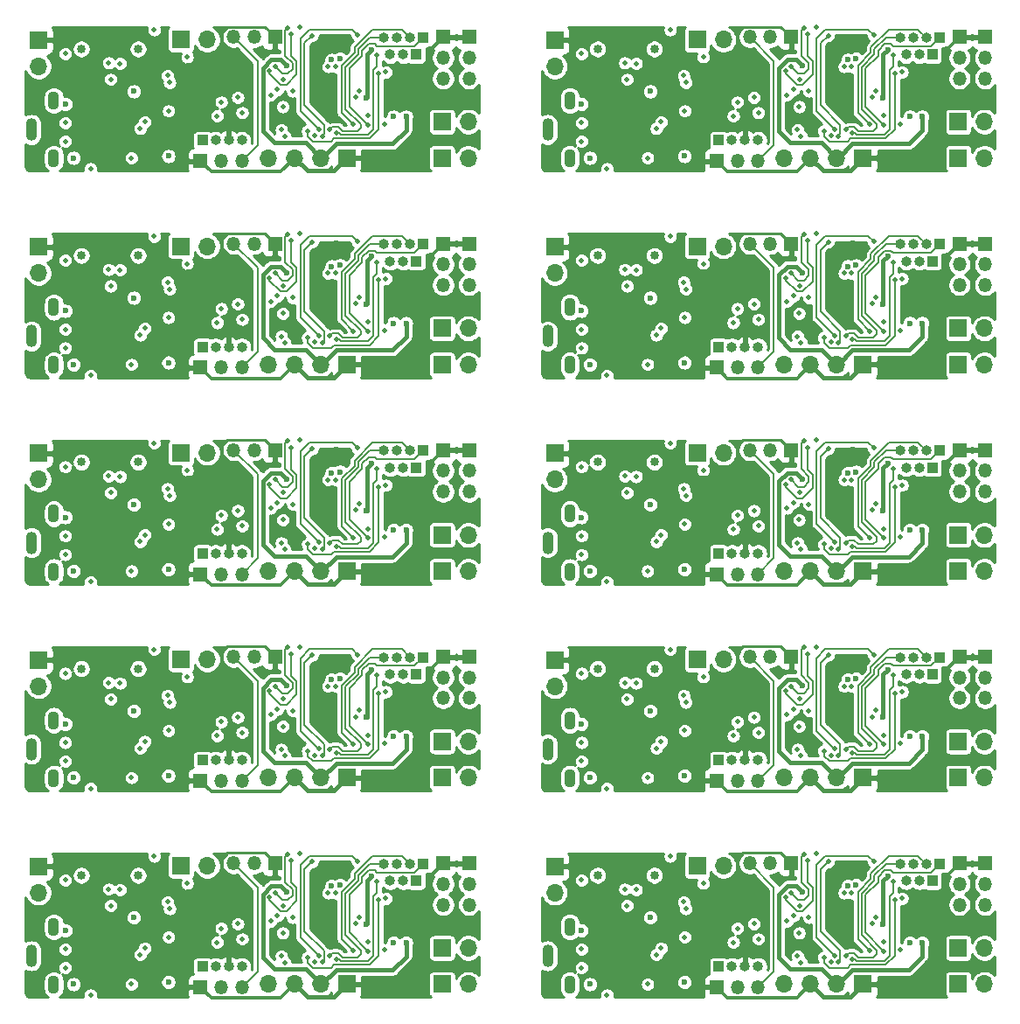
<source format=gbr>
G04 #@! TF.GenerationSoftware,KiCad,Pcbnew,(5.1.9)-1*
G04 #@! TF.CreationDate,2021-05-17T22:57:23+10:00*
G04 #@! TF.ProjectId,microBoSL-panel,6d696372-6f42-46f5-934c-2d70616e656c,rev?*
G04 #@! TF.SameCoordinates,Original*
G04 #@! TF.FileFunction,Copper,L2,Inr*
G04 #@! TF.FilePolarity,Positive*
%FSLAX46Y46*%
G04 Gerber Fmt 4.6, Leading zero omitted, Abs format (unit mm)*
G04 Created by KiCad (PCBNEW (5.1.9)-1) date 2021-05-17 22:57:23*
%MOMM*%
%LPD*%
G01*
G04 APERTURE LIST*
G04 #@! TA.AperFunction,ComponentPad*
%ADD10O,1.700000X1.700000*%
G04 #@! TD*
G04 #@! TA.AperFunction,ComponentPad*
%ADD11R,1.700000X1.700000*%
G04 #@! TD*
G04 #@! TA.AperFunction,ComponentPad*
%ADD12O,1.100000X1.800000*%
G04 #@! TD*
G04 #@! TA.AperFunction,ComponentPad*
%ADD13O,1.100000X2.200000*%
G04 #@! TD*
G04 #@! TA.AperFunction,WasherPad*
%ADD14C,0.850000*%
G04 #@! TD*
G04 #@! TA.AperFunction,ComponentPad*
%ADD15R,1.000000X1.000000*%
G04 #@! TD*
G04 #@! TA.AperFunction,ComponentPad*
%ADD16O,1.000000X1.000000*%
G04 #@! TD*
G04 #@! TA.AperFunction,ComponentPad*
%ADD17R,1.350000X1.350000*%
G04 #@! TD*
G04 #@! TA.AperFunction,ComponentPad*
%ADD18O,1.350000X1.350000*%
G04 #@! TD*
G04 #@! TA.AperFunction,ViaPad*
%ADD19C,0.500000*%
G04 #@! TD*
G04 #@! TA.AperFunction,ViaPad*
%ADD20C,0.600000*%
G04 #@! TD*
G04 #@! TA.AperFunction,Conductor*
%ADD21C,0.400000*%
G04 #@! TD*
G04 #@! TA.AperFunction,Conductor*
%ADD22C,0.250000*%
G04 #@! TD*
G04 #@! TA.AperFunction,Conductor*
%ADD23C,0.320000*%
G04 #@! TD*
G04 #@! TA.AperFunction,Conductor*
%ADD24C,0.160000*%
G04 #@! TD*
G04 #@! TA.AperFunction,Conductor*
%ADD25C,0.254000*%
G04 #@! TD*
G04 #@! TA.AperFunction,Conductor*
%ADD26C,0.150000*%
G04 #@! TD*
G04 APERTURE END LIST*
D10*
X101550006Y-135700033D03*
X104090006Y-135700033D03*
X106630006Y-135700033D03*
D11*
X109170006Y-135700033D03*
X79300006Y-124300033D03*
D10*
X79300006Y-126840033D03*
D11*
X93100006Y-124250033D03*
D10*
X95640006Y-124250033D03*
D12*
X80775006Y-130150033D03*
X80775006Y-135750033D03*
D13*
X78625006Y-132950033D03*
D14*
X83450006Y-125150033D03*
X88950006Y-125150033D03*
D15*
X116550006Y-124050033D03*
D16*
X115280006Y-124050033D03*
X114010006Y-124050033D03*
X112740006Y-124050033D03*
D15*
X115900006Y-125700033D03*
D16*
X114630006Y-125700033D03*
X113360006Y-125700033D03*
D11*
X118400006Y-132200033D03*
D10*
X120940006Y-132200033D03*
D11*
X118400006Y-135700033D03*
D10*
X120940006Y-135700033D03*
D17*
X95000006Y-136000033D03*
D18*
X97000006Y-136000033D03*
X99000006Y-136000033D03*
D17*
X102200006Y-124000033D03*
D18*
X100200006Y-124000033D03*
X98200006Y-124000033D03*
D17*
X118500006Y-124000033D03*
D18*
X118500006Y-126000033D03*
X118500006Y-128000033D03*
D17*
X121000006Y-124000033D03*
D18*
X121000006Y-126000033D03*
X121000006Y-128000033D03*
D15*
X95190006Y-134000033D03*
D16*
X96460006Y-134000033D03*
X97730006Y-134000033D03*
X99000006Y-134000033D03*
D10*
X51549997Y-135700033D03*
X54089997Y-135700033D03*
X56629997Y-135700033D03*
D11*
X59169997Y-135700033D03*
X29299997Y-124300033D03*
D10*
X29299997Y-126840033D03*
D11*
X43099997Y-124250033D03*
D10*
X45639997Y-124250033D03*
D12*
X30774997Y-130150033D03*
X30774997Y-135750033D03*
D13*
X28624997Y-132950033D03*
D14*
X33449997Y-125150033D03*
X38949997Y-125150033D03*
D15*
X66549997Y-124050033D03*
D16*
X65279997Y-124050033D03*
X64009997Y-124050033D03*
X62739997Y-124050033D03*
D15*
X65899997Y-125700033D03*
D16*
X64629997Y-125700033D03*
X63359997Y-125700033D03*
D11*
X68399997Y-132200033D03*
D10*
X70939997Y-132200033D03*
D11*
X68399997Y-135700033D03*
D10*
X70939997Y-135700033D03*
D17*
X44999997Y-136000033D03*
D18*
X46999997Y-136000033D03*
X48999997Y-136000033D03*
D17*
X52199997Y-124000033D03*
D18*
X50199997Y-124000033D03*
X48199997Y-124000033D03*
D17*
X68499997Y-124000033D03*
D18*
X68499997Y-126000033D03*
X68499997Y-128000033D03*
D17*
X70999997Y-124000033D03*
D18*
X70999997Y-126000033D03*
X70999997Y-128000033D03*
D15*
X45189997Y-134000033D03*
D16*
X46459997Y-134000033D03*
X47729997Y-134000033D03*
X48999997Y-134000033D03*
D10*
X101550006Y-115700024D03*
X104090006Y-115700024D03*
X106630006Y-115700024D03*
D11*
X109170006Y-115700024D03*
X79300006Y-104300024D03*
D10*
X79300006Y-106840024D03*
D11*
X93100006Y-104250024D03*
D10*
X95640006Y-104250024D03*
D12*
X80775006Y-110150024D03*
X80775006Y-115750024D03*
D13*
X78625006Y-112950024D03*
D14*
X83450006Y-105150024D03*
X88950006Y-105150024D03*
D15*
X116550006Y-104050024D03*
D16*
X115280006Y-104050024D03*
X114010006Y-104050024D03*
X112740006Y-104050024D03*
D15*
X115900006Y-105700024D03*
D16*
X114630006Y-105700024D03*
X113360006Y-105700024D03*
D11*
X118400006Y-112200024D03*
D10*
X120940006Y-112200024D03*
D11*
X118400006Y-115700024D03*
D10*
X120940006Y-115700024D03*
D17*
X95000006Y-116000024D03*
D18*
X97000006Y-116000024D03*
X99000006Y-116000024D03*
D17*
X102200006Y-104000024D03*
D18*
X100200006Y-104000024D03*
X98200006Y-104000024D03*
D17*
X118500006Y-104000024D03*
D18*
X118500006Y-106000024D03*
X118500006Y-108000024D03*
D17*
X121000006Y-104000024D03*
D18*
X121000006Y-106000024D03*
X121000006Y-108000024D03*
D15*
X95190006Y-114000024D03*
D16*
X96460006Y-114000024D03*
X97730006Y-114000024D03*
X99000006Y-114000024D03*
D10*
X51549997Y-115700024D03*
X54089997Y-115700024D03*
X56629997Y-115700024D03*
D11*
X59169997Y-115700024D03*
X29299997Y-104300024D03*
D10*
X29299997Y-106840024D03*
D11*
X43099997Y-104250024D03*
D10*
X45639997Y-104250024D03*
D12*
X30774997Y-110150024D03*
X30774997Y-115750024D03*
D13*
X28624997Y-112950024D03*
D14*
X33449997Y-105150024D03*
X38949997Y-105150024D03*
D15*
X66549997Y-104050024D03*
D16*
X65279997Y-104050024D03*
X64009997Y-104050024D03*
X62739997Y-104050024D03*
D15*
X65899997Y-105700024D03*
D16*
X64629997Y-105700024D03*
X63359997Y-105700024D03*
D11*
X68399997Y-112200024D03*
D10*
X70939997Y-112200024D03*
D11*
X68399997Y-115700024D03*
D10*
X70939997Y-115700024D03*
D17*
X44999997Y-116000024D03*
D18*
X46999997Y-116000024D03*
X48999997Y-116000024D03*
D17*
X52199997Y-104000024D03*
D18*
X50199997Y-104000024D03*
X48199997Y-104000024D03*
D17*
X68499997Y-104000024D03*
D18*
X68499997Y-106000024D03*
X68499997Y-108000024D03*
D17*
X70999997Y-104000024D03*
D18*
X70999997Y-106000024D03*
X70999997Y-108000024D03*
D15*
X45189997Y-114000024D03*
D16*
X46459997Y-114000024D03*
X47729997Y-114000024D03*
X48999997Y-114000024D03*
D10*
X101550006Y-95700015D03*
X104090006Y-95700015D03*
X106630006Y-95700015D03*
D11*
X109170006Y-95700015D03*
X79300006Y-84300015D03*
D10*
X79300006Y-86840015D03*
D11*
X93100006Y-84250015D03*
D10*
X95640006Y-84250015D03*
D12*
X80775006Y-90150015D03*
X80775006Y-95750015D03*
D13*
X78625006Y-92950015D03*
D14*
X83450006Y-85150015D03*
X88950006Y-85150015D03*
D15*
X116550006Y-84050015D03*
D16*
X115280006Y-84050015D03*
X114010006Y-84050015D03*
X112740006Y-84050015D03*
D15*
X115900006Y-85700015D03*
D16*
X114630006Y-85700015D03*
X113360006Y-85700015D03*
D11*
X118400006Y-92200015D03*
D10*
X120940006Y-92200015D03*
D11*
X118400006Y-95700015D03*
D10*
X120940006Y-95700015D03*
D17*
X95000006Y-96000015D03*
D18*
X97000006Y-96000015D03*
X99000006Y-96000015D03*
D17*
X102200006Y-84000015D03*
D18*
X100200006Y-84000015D03*
X98200006Y-84000015D03*
D17*
X118500006Y-84000015D03*
D18*
X118500006Y-86000015D03*
X118500006Y-88000015D03*
D17*
X121000006Y-84000015D03*
D18*
X121000006Y-86000015D03*
X121000006Y-88000015D03*
D15*
X95190006Y-94000015D03*
D16*
X96460006Y-94000015D03*
X97730006Y-94000015D03*
X99000006Y-94000015D03*
D10*
X51549997Y-95700015D03*
X54089997Y-95700015D03*
X56629997Y-95700015D03*
D11*
X59169997Y-95700015D03*
X29299997Y-84300015D03*
D10*
X29299997Y-86840015D03*
D11*
X43099997Y-84250015D03*
D10*
X45639997Y-84250015D03*
D12*
X30774997Y-90150015D03*
X30774997Y-95750015D03*
D13*
X28624997Y-92950015D03*
D14*
X33449997Y-85150015D03*
X38949997Y-85150015D03*
D15*
X66549997Y-84050015D03*
D16*
X65279997Y-84050015D03*
X64009997Y-84050015D03*
X62739997Y-84050015D03*
D15*
X65899997Y-85700015D03*
D16*
X64629997Y-85700015D03*
X63359997Y-85700015D03*
D11*
X68399997Y-92200015D03*
D10*
X70939997Y-92200015D03*
D11*
X68399997Y-95700015D03*
D10*
X70939997Y-95700015D03*
D17*
X44999997Y-96000015D03*
D18*
X46999997Y-96000015D03*
X48999997Y-96000015D03*
D17*
X52199997Y-84000015D03*
D18*
X50199997Y-84000015D03*
X48199997Y-84000015D03*
D17*
X68499997Y-84000015D03*
D18*
X68499997Y-86000015D03*
X68499997Y-88000015D03*
D17*
X70999997Y-84000015D03*
D18*
X70999997Y-86000015D03*
X70999997Y-88000015D03*
D15*
X45189997Y-94000015D03*
D16*
X46459997Y-94000015D03*
X47729997Y-94000015D03*
X48999997Y-94000015D03*
D10*
X101550006Y-75700006D03*
X104090006Y-75700006D03*
X106630006Y-75700006D03*
D11*
X109170006Y-75700006D03*
X79300006Y-64300006D03*
D10*
X79300006Y-66840006D03*
D11*
X93100006Y-64250006D03*
D10*
X95640006Y-64250006D03*
D12*
X80775006Y-70150006D03*
X80775006Y-75750006D03*
D13*
X78625006Y-72950006D03*
D14*
X83450006Y-65150006D03*
X88950006Y-65150006D03*
D15*
X116550006Y-64050006D03*
D16*
X115280006Y-64050006D03*
X114010006Y-64050006D03*
X112740006Y-64050006D03*
D15*
X115900006Y-65700006D03*
D16*
X114630006Y-65700006D03*
X113360006Y-65700006D03*
D11*
X118400006Y-72200006D03*
D10*
X120940006Y-72200006D03*
D11*
X118400006Y-75700006D03*
D10*
X120940006Y-75700006D03*
D17*
X95000006Y-76000006D03*
D18*
X97000006Y-76000006D03*
X99000006Y-76000006D03*
D17*
X102200006Y-64000006D03*
D18*
X100200006Y-64000006D03*
X98200006Y-64000006D03*
D17*
X118500006Y-64000006D03*
D18*
X118500006Y-66000006D03*
X118500006Y-68000006D03*
D17*
X121000006Y-64000006D03*
D18*
X121000006Y-66000006D03*
X121000006Y-68000006D03*
D15*
X95190006Y-74000006D03*
D16*
X96460006Y-74000006D03*
X97730006Y-74000006D03*
X99000006Y-74000006D03*
D10*
X51549997Y-75700006D03*
X54089997Y-75700006D03*
X56629997Y-75700006D03*
D11*
X59169997Y-75700006D03*
X29299997Y-64300006D03*
D10*
X29299997Y-66840006D03*
D11*
X43099997Y-64250006D03*
D10*
X45639997Y-64250006D03*
D12*
X30774997Y-70150006D03*
X30774997Y-75750006D03*
D13*
X28624997Y-72950006D03*
D14*
X33449997Y-65150006D03*
X38949997Y-65150006D03*
D15*
X66549997Y-64050006D03*
D16*
X65279997Y-64050006D03*
X64009997Y-64050006D03*
X62739997Y-64050006D03*
D15*
X65899997Y-65700006D03*
D16*
X64629997Y-65700006D03*
X63359997Y-65700006D03*
D11*
X68399997Y-72200006D03*
D10*
X70939997Y-72200006D03*
D11*
X68399997Y-75700006D03*
D10*
X70939997Y-75700006D03*
D17*
X44999997Y-76000006D03*
D18*
X46999997Y-76000006D03*
X48999997Y-76000006D03*
D17*
X52199997Y-64000006D03*
D18*
X50199997Y-64000006D03*
X48199997Y-64000006D03*
D17*
X68499997Y-64000006D03*
D18*
X68499997Y-66000006D03*
X68499997Y-68000006D03*
D17*
X70999997Y-64000006D03*
D18*
X70999997Y-66000006D03*
X70999997Y-68000006D03*
D15*
X45189997Y-74000006D03*
D16*
X46459997Y-74000006D03*
X47729997Y-74000006D03*
X48999997Y-74000006D03*
D10*
X101550006Y-55699997D03*
X104090006Y-55699997D03*
X106630006Y-55699997D03*
D11*
X109170006Y-55699997D03*
X79300006Y-44299997D03*
D10*
X79300006Y-46839997D03*
D11*
X93100006Y-44249997D03*
D10*
X95640006Y-44249997D03*
D12*
X80775006Y-50149997D03*
X80775006Y-55749997D03*
D13*
X78625006Y-52949997D03*
D14*
X83450006Y-45149997D03*
X88950006Y-45149997D03*
D15*
X116550006Y-44049997D03*
D16*
X115280006Y-44049997D03*
X114010006Y-44049997D03*
X112740006Y-44049997D03*
D15*
X115900006Y-45699997D03*
D16*
X114630006Y-45699997D03*
X113360006Y-45699997D03*
D11*
X118400006Y-52199997D03*
D10*
X120940006Y-52199997D03*
D11*
X118400006Y-55699997D03*
D10*
X120940006Y-55699997D03*
D17*
X95000006Y-55999997D03*
D18*
X97000006Y-55999997D03*
X99000006Y-55999997D03*
D17*
X102200006Y-43999997D03*
D18*
X100200006Y-43999997D03*
X98200006Y-43999997D03*
D17*
X118500006Y-43999997D03*
D18*
X118500006Y-45999997D03*
X118500006Y-47999997D03*
D17*
X121000006Y-43999997D03*
D18*
X121000006Y-45999997D03*
X121000006Y-47999997D03*
D15*
X95190006Y-53999997D03*
D16*
X96460006Y-53999997D03*
X97730006Y-53999997D03*
X99000006Y-53999997D03*
D10*
X51549997Y-55699997D03*
X54089997Y-55699997D03*
X56629997Y-55699997D03*
D11*
X59169997Y-55699997D03*
X29299997Y-44299997D03*
D10*
X29299997Y-46839997D03*
D11*
X43099997Y-44249997D03*
D10*
X45639997Y-44249997D03*
D12*
X30774997Y-50149997D03*
X30774997Y-55749997D03*
D13*
X28624997Y-52949997D03*
D14*
X33449997Y-45149997D03*
X38949997Y-45149997D03*
D15*
X66549997Y-44049997D03*
D16*
X65279997Y-44049997D03*
X64009997Y-44049997D03*
X62739997Y-44049997D03*
D15*
X65899997Y-45699997D03*
D16*
X64629997Y-45699997D03*
X63359997Y-45699997D03*
D11*
X68399997Y-52199997D03*
D10*
X70939997Y-52199997D03*
D11*
X68399997Y-55699997D03*
D10*
X70939997Y-55699997D03*
D17*
X44999997Y-55999997D03*
D18*
X46999997Y-55999997D03*
X48999997Y-55999997D03*
D17*
X52199997Y-43999997D03*
D18*
X50199997Y-43999997D03*
X48199997Y-43999997D03*
D17*
X68499997Y-43999997D03*
D18*
X68499997Y-45999997D03*
X68499997Y-47999997D03*
D17*
X70999997Y-43999997D03*
D18*
X70999997Y-45999997D03*
X70999997Y-47999997D03*
D15*
X45189997Y-53999997D03*
D16*
X46459997Y-53999997D03*
X47729997Y-53999997D03*
X48999997Y-53999997D03*
D19*
X41899997Y-51149997D03*
X39149997Y-52849997D03*
X37199997Y-46549997D03*
X46999997Y-50299997D03*
D20*
X33699997Y-44099995D03*
D19*
X28699997Y-55299997D03*
D20*
X35376273Y-53083771D03*
X36482537Y-54107421D03*
X40199997Y-47129997D03*
X43849997Y-46749997D03*
X51999997Y-52699997D03*
X49458055Y-52658055D03*
X57049820Y-49249868D03*
X58199997Y-43969997D03*
D19*
X67549997Y-49599997D03*
X65599997Y-56749997D03*
X60399997Y-49199867D03*
X56087694Y-53532744D03*
X60039918Y-49800155D03*
X56795168Y-53582098D03*
X55799997Y-43844997D03*
X52999997Y-48099997D03*
X62950520Y-47389637D03*
X53149707Y-53595017D03*
X59799988Y-52469987D03*
X58128198Y-53289976D03*
X62080329Y-45780329D03*
X56439984Y-52927840D03*
X60199997Y-43799997D03*
X62799997Y-52399997D03*
X53919748Y-49223329D03*
X55379973Y-53099997D03*
X62264777Y-47530253D03*
X39599997Y-52199997D03*
X41794137Y-47730950D03*
X52975997Y-50742997D03*
X52825218Y-52974767D03*
X61204766Y-51605217D03*
X36099997Y-46499997D03*
X48599997Y-49849997D03*
D20*
X57699997Y-46200007D03*
X58499997Y-46099997D03*
D19*
X36299997Y-48099997D03*
X31899997Y-45609997D03*
X38299997Y-55699998D03*
X46599997Y-51649997D03*
X49024764Y-51324764D03*
X57348901Y-46862759D03*
X52449058Y-49069290D03*
X61199997Y-52499997D03*
X58052319Y-46862115D03*
X51799997Y-49599997D03*
X57499989Y-52949999D03*
X54645393Y-43025007D03*
X40499997Y-43299997D03*
X51668249Y-47305257D03*
X53793717Y-43729977D03*
X52199997Y-46849997D03*
X53460411Y-43099997D03*
D20*
X32699997Y-55699997D03*
X41882497Y-55517497D03*
D19*
X41999997Y-48399997D03*
X31899997Y-52299997D03*
X31899997Y-54099997D03*
D20*
X31899997Y-50499997D03*
D19*
X34349997Y-56749997D03*
D20*
X64899997Y-51699997D03*
X38549997Y-49249997D03*
X53318344Y-46800018D03*
X63700003Y-51699997D03*
X61549997Y-45249997D03*
D19*
X43699997Y-45949997D03*
D20*
X61069987Y-49880007D03*
D19*
X91900006Y-51149997D03*
X89150006Y-52849997D03*
X87200006Y-46549997D03*
X97000006Y-50299997D03*
D20*
X83700006Y-44099995D03*
D19*
X78700006Y-55299997D03*
D20*
X85376282Y-53083771D03*
X86482546Y-54107421D03*
X90200006Y-47129997D03*
X93850006Y-46749997D03*
X102000006Y-52699997D03*
X99458064Y-52658055D03*
X107049829Y-49249868D03*
X108200006Y-43969997D03*
D19*
X117550006Y-49599997D03*
X115600006Y-56749997D03*
X110400006Y-49199867D03*
X106087703Y-53532744D03*
X110039927Y-49800155D03*
X106795177Y-53582098D03*
X105800006Y-43844997D03*
X103000006Y-48099997D03*
X112950529Y-47389637D03*
X103149716Y-53595017D03*
X109799997Y-52469987D03*
X108128207Y-53289976D03*
X112080338Y-45780329D03*
X106439993Y-52927840D03*
X110200006Y-43799997D03*
X112800006Y-52399997D03*
X103919757Y-49223329D03*
X105379982Y-53099997D03*
X112264786Y-47530253D03*
X89600006Y-52199997D03*
X91794146Y-47730950D03*
X102976006Y-50742997D03*
X102825227Y-52974767D03*
X111204775Y-51605217D03*
X86100006Y-46499997D03*
X98600006Y-49849997D03*
D20*
X107700006Y-46200007D03*
X108500006Y-46099997D03*
D19*
X86300006Y-48099997D03*
X81900006Y-45609997D03*
X88300006Y-55699998D03*
X96600006Y-51649997D03*
X99024773Y-51324764D03*
X107348910Y-46862759D03*
X102449067Y-49069290D03*
X111200006Y-52499997D03*
X108052328Y-46862115D03*
X101800006Y-49599997D03*
X107499998Y-52949999D03*
X104645402Y-43025007D03*
X90500006Y-43299997D03*
X101668258Y-47305257D03*
X103793726Y-43729977D03*
X102200006Y-46849997D03*
X103460420Y-43099997D03*
D20*
X82700006Y-55699997D03*
X91882506Y-55517497D03*
D19*
X92000006Y-48399997D03*
X81900006Y-52299997D03*
X81900006Y-54099997D03*
D20*
X81900006Y-50499997D03*
D19*
X84350006Y-56749997D03*
D20*
X114900006Y-51699997D03*
X88550006Y-49249997D03*
X103318353Y-46800018D03*
X113700012Y-51699997D03*
X111550006Y-45249997D03*
D19*
X93700006Y-45949997D03*
D20*
X111069996Y-49880007D03*
D19*
X41899997Y-71150006D03*
X39149997Y-72850006D03*
X37199997Y-66550006D03*
X46999997Y-70300006D03*
D20*
X33699997Y-64100004D03*
D19*
X28699997Y-75300006D03*
D20*
X35376273Y-73083780D03*
X36482537Y-74107430D03*
X40199997Y-67130006D03*
X43849997Y-66750006D03*
X51999997Y-72700006D03*
X49458055Y-72658064D03*
X57049820Y-69249877D03*
X58199997Y-63970006D03*
D19*
X67549997Y-69600006D03*
X65599997Y-76750006D03*
X60399997Y-69199876D03*
X56087694Y-73532753D03*
X60039918Y-69800164D03*
X56795168Y-73582107D03*
X55799997Y-63845006D03*
X52999997Y-68100006D03*
X62950520Y-67389646D03*
X53149707Y-73595026D03*
X59799988Y-72469996D03*
X58128198Y-73289985D03*
X62080329Y-65780338D03*
X56439984Y-72927849D03*
X60199997Y-63800006D03*
X62799997Y-72400006D03*
X53919748Y-69223338D03*
X55379973Y-73100006D03*
X62264777Y-67530262D03*
X39599997Y-72200006D03*
X41794137Y-67730959D03*
X52975997Y-70743006D03*
X52825218Y-72974776D03*
X61204766Y-71605226D03*
X36099997Y-66500006D03*
X48599997Y-69850006D03*
D20*
X57699997Y-66200016D03*
X58499997Y-66100006D03*
D19*
X36299997Y-68100006D03*
X31899997Y-65610006D03*
X38299997Y-75700007D03*
X46599997Y-71650006D03*
X49024764Y-71324773D03*
X57348901Y-66862768D03*
X52449058Y-69069299D03*
X61199997Y-72500006D03*
X58052319Y-66862124D03*
X51799997Y-69600006D03*
X57499989Y-72950008D03*
X54645393Y-63025016D03*
X40499997Y-63300006D03*
X51668249Y-67305266D03*
X53793717Y-63729986D03*
X52199997Y-66850006D03*
X53460411Y-63100006D03*
D20*
X32699997Y-75700006D03*
X41882497Y-75517506D03*
D19*
X41999997Y-68400006D03*
X31899997Y-72300006D03*
X31899997Y-74100006D03*
D20*
X31899997Y-70500006D03*
D19*
X34349997Y-76750006D03*
D20*
X64899997Y-71700006D03*
X38549997Y-69250006D03*
X53318344Y-66800027D03*
X63700003Y-71700006D03*
X61549997Y-65250006D03*
D19*
X43699997Y-65950006D03*
D20*
X61069987Y-69880016D03*
D19*
X91900006Y-71150006D03*
X89150006Y-72850006D03*
X87200006Y-66550006D03*
X97000006Y-70300006D03*
D20*
X83700006Y-64100004D03*
D19*
X78700006Y-75300006D03*
D20*
X85376282Y-73083780D03*
X86482546Y-74107430D03*
X90200006Y-67130006D03*
X93850006Y-66750006D03*
X102000006Y-72700006D03*
X99458064Y-72658064D03*
X107049829Y-69249877D03*
X108200006Y-63970006D03*
D19*
X117550006Y-69600006D03*
X115600006Y-76750006D03*
X110400006Y-69199876D03*
X106087703Y-73532753D03*
X110039927Y-69800164D03*
X106795177Y-73582107D03*
X105800006Y-63845006D03*
X103000006Y-68100006D03*
X112950529Y-67389646D03*
X103149716Y-73595026D03*
X109799997Y-72469996D03*
X108128207Y-73289985D03*
X112080338Y-65780338D03*
X106439993Y-72927849D03*
X110200006Y-63800006D03*
X112800006Y-72400006D03*
X103919757Y-69223338D03*
X105379982Y-73100006D03*
X112264786Y-67530262D03*
X89600006Y-72200006D03*
X91794146Y-67730959D03*
X102976006Y-70743006D03*
X102825227Y-72974776D03*
X111204775Y-71605226D03*
X86100006Y-66500006D03*
X98600006Y-69850006D03*
D20*
X107700006Y-66200016D03*
X108500006Y-66100006D03*
D19*
X86300006Y-68100006D03*
X81900006Y-65610006D03*
X88300006Y-75700007D03*
X96600006Y-71650006D03*
X99024773Y-71324773D03*
X107348910Y-66862768D03*
X102449067Y-69069299D03*
X111200006Y-72500006D03*
X108052328Y-66862124D03*
X101800006Y-69600006D03*
X107499998Y-72950008D03*
X104645402Y-63025016D03*
X90500006Y-63300006D03*
X101668258Y-67305266D03*
X103793726Y-63729986D03*
X102200006Y-66850006D03*
X103460420Y-63100006D03*
D20*
X82700006Y-75700006D03*
X91882506Y-75517506D03*
D19*
X92000006Y-68400006D03*
X81900006Y-72300006D03*
X81900006Y-74100006D03*
D20*
X81900006Y-70500006D03*
D19*
X84350006Y-76750006D03*
D20*
X114900006Y-71700006D03*
X88550006Y-69250006D03*
X103318353Y-66800027D03*
X113700012Y-71700006D03*
X111550006Y-65250006D03*
D19*
X93700006Y-65950006D03*
D20*
X111069996Y-69880016D03*
D19*
X41899997Y-91150015D03*
X39149997Y-92850015D03*
X37199997Y-86550015D03*
X46999997Y-90300015D03*
D20*
X33699997Y-84100013D03*
D19*
X28699997Y-95300015D03*
D20*
X35376273Y-93083789D03*
X36482537Y-94107439D03*
X40199997Y-87130015D03*
X43849997Y-86750015D03*
X51999997Y-92700015D03*
X49458055Y-92658073D03*
X57049820Y-89249886D03*
X58199997Y-83970015D03*
D19*
X67549997Y-89600015D03*
X65599997Y-96750015D03*
X60399997Y-89199885D03*
X56087694Y-93532762D03*
X60039918Y-89800173D03*
X56795168Y-93582116D03*
X55799997Y-83845015D03*
X52999997Y-88100015D03*
X62950520Y-87389655D03*
X53149707Y-93595035D03*
X59799988Y-92470005D03*
X58128198Y-93289994D03*
X62080329Y-85780347D03*
X56439984Y-92927858D03*
X60199997Y-83800015D03*
X62799997Y-92400015D03*
X53919748Y-89223347D03*
X55379973Y-93100015D03*
X62264777Y-87530271D03*
X39599997Y-92200015D03*
X41794137Y-87730968D03*
X52975997Y-90743015D03*
X52825218Y-92974785D03*
X61204766Y-91605235D03*
X36099997Y-86500015D03*
X48599997Y-89850015D03*
D20*
X57699997Y-86200025D03*
X58499997Y-86100015D03*
D19*
X36299997Y-88100015D03*
X31899997Y-85610015D03*
X38299997Y-95700016D03*
X46599997Y-91650015D03*
X49024764Y-91324782D03*
X57348901Y-86862777D03*
X52449058Y-89069308D03*
X61199997Y-92500015D03*
X58052319Y-86862133D03*
X51799997Y-89600015D03*
X57499989Y-92950017D03*
X54645393Y-83025025D03*
X40499997Y-83300015D03*
X51668249Y-87305275D03*
X53793717Y-83729995D03*
X52199997Y-86850015D03*
X53460411Y-83100015D03*
D20*
X32699997Y-95700015D03*
X41882497Y-95517515D03*
D19*
X41999997Y-88400015D03*
X31899997Y-92300015D03*
X31899997Y-94100015D03*
D20*
X31899997Y-90500015D03*
D19*
X34349997Y-96750015D03*
D20*
X64899997Y-91700015D03*
X38549997Y-89250015D03*
X53318344Y-86800036D03*
X63700003Y-91700015D03*
X61549997Y-85250015D03*
D19*
X43699997Y-85950015D03*
D20*
X61069987Y-89880025D03*
D19*
X91900006Y-91150015D03*
X89150006Y-92850015D03*
X87200006Y-86550015D03*
X97000006Y-90300015D03*
D20*
X83700006Y-84100013D03*
D19*
X78700006Y-95300015D03*
D20*
X85376282Y-93083789D03*
X86482546Y-94107439D03*
X90200006Y-87130015D03*
X93850006Y-86750015D03*
X102000006Y-92700015D03*
X99458064Y-92658073D03*
X107049829Y-89249886D03*
X108200006Y-83970015D03*
D19*
X117550006Y-89600015D03*
X115600006Y-96750015D03*
X110400006Y-89199885D03*
X106087703Y-93532762D03*
X110039927Y-89800173D03*
X106795177Y-93582116D03*
X105800006Y-83845015D03*
X103000006Y-88100015D03*
X112950529Y-87389655D03*
X103149716Y-93595035D03*
X109799997Y-92470005D03*
X108128207Y-93289994D03*
X112080338Y-85780347D03*
X106439993Y-92927858D03*
X110200006Y-83800015D03*
X112800006Y-92400015D03*
X103919757Y-89223347D03*
X105379982Y-93100015D03*
X112264786Y-87530271D03*
X89600006Y-92200015D03*
X91794146Y-87730968D03*
X102976006Y-90743015D03*
X102825227Y-92974785D03*
X111204775Y-91605235D03*
X86100006Y-86500015D03*
X98600006Y-89850015D03*
D20*
X107700006Y-86200025D03*
X108500006Y-86100015D03*
D19*
X86300006Y-88100015D03*
X81900006Y-85610015D03*
X88300006Y-95700016D03*
X96600006Y-91650015D03*
X99024773Y-91324782D03*
X107348910Y-86862777D03*
X102449067Y-89069308D03*
X111200006Y-92500015D03*
X108052328Y-86862133D03*
X101800006Y-89600015D03*
X107499998Y-92950017D03*
X104645402Y-83025025D03*
X90500006Y-83300015D03*
X101668258Y-87305275D03*
X103793726Y-83729995D03*
X102200006Y-86850015D03*
X103460420Y-83100015D03*
D20*
X82700006Y-95700015D03*
X91882506Y-95517515D03*
D19*
X92000006Y-88400015D03*
X81900006Y-92300015D03*
X81900006Y-94100015D03*
D20*
X81900006Y-90500015D03*
D19*
X84350006Y-96750015D03*
D20*
X114900006Y-91700015D03*
X88550006Y-89250015D03*
X103318353Y-86800036D03*
X113700012Y-91700015D03*
X111550006Y-85250015D03*
D19*
X93700006Y-85950015D03*
D20*
X111069996Y-89880025D03*
D19*
X41899997Y-111150024D03*
X39149997Y-112850024D03*
X37199997Y-106550024D03*
X46999997Y-110300024D03*
D20*
X33699997Y-104100022D03*
D19*
X28699997Y-115300024D03*
D20*
X35376273Y-113083798D03*
X36482537Y-114107448D03*
X40199997Y-107130024D03*
X43849997Y-106750024D03*
X51999997Y-112700024D03*
X49458055Y-112658082D03*
X57049820Y-109249895D03*
X58199997Y-103970024D03*
D19*
X67549997Y-109600024D03*
X65599997Y-116750024D03*
X60399997Y-109199894D03*
X56087694Y-113532771D03*
X60039918Y-109800182D03*
X56795168Y-113582125D03*
X55799997Y-103845024D03*
X52999997Y-108100024D03*
X62950520Y-107389664D03*
X53149707Y-113595044D03*
X59799988Y-112470014D03*
X58128198Y-113290003D03*
X62080329Y-105780356D03*
X56439984Y-112927867D03*
X60199997Y-103800024D03*
X62799997Y-112400024D03*
X53919748Y-109223356D03*
X55379973Y-113100024D03*
X62264777Y-107530280D03*
X39599997Y-112200024D03*
X41794137Y-107730977D03*
X52975997Y-110743024D03*
X52825218Y-112974794D03*
X61204766Y-111605244D03*
X36099997Y-106500024D03*
X48599997Y-109850024D03*
D20*
X57699997Y-106200034D03*
X58499997Y-106100024D03*
D19*
X36299997Y-108100024D03*
X31899997Y-105610024D03*
X38299997Y-115700025D03*
X46599997Y-111650024D03*
X49024764Y-111324791D03*
X57348901Y-106862786D03*
X52449058Y-109069317D03*
X61199997Y-112500024D03*
X58052319Y-106862142D03*
X51799997Y-109600024D03*
X57499989Y-112950026D03*
X54645393Y-103025034D03*
X40499997Y-103300024D03*
X51668249Y-107305284D03*
X53793717Y-103730004D03*
X52199997Y-106850024D03*
X53460411Y-103100024D03*
D20*
X32699997Y-115700024D03*
X41882497Y-115517524D03*
D19*
X41999997Y-108400024D03*
X31899997Y-112300024D03*
X31899997Y-114100024D03*
D20*
X31899997Y-110500024D03*
D19*
X34349997Y-116750024D03*
D20*
X64899997Y-111700024D03*
X38549997Y-109250024D03*
X53318344Y-106800045D03*
X63700003Y-111700024D03*
X61549997Y-105250024D03*
D19*
X43699997Y-105950024D03*
D20*
X61069987Y-109880034D03*
D19*
X91900006Y-111150024D03*
X89150006Y-112850024D03*
X87200006Y-106550024D03*
X97000006Y-110300024D03*
D20*
X83700006Y-104100022D03*
D19*
X78700006Y-115300024D03*
D20*
X85376282Y-113083798D03*
X86482546Y-114107448D03*
X90200006Y-107130024D03*
X93850006Y-106750024D03*
X102000006Y-112700024D03*
X99458064Y-112658082D03*
X107049829Y-109249895D03*
X108200006Y-103970024D03*
D19*
X117550006Y-109600024D03*
X115600006Y-116750024D03*
X110400006Y-109199894D03*
X106087703Y-113532771D03*
X110039927Y-109800182D03*
X106795177Y-113582125D03*
X105800006Y-103845024D03*
X103000006Y-108100024D03*
X112950529Y-107389664D03*
X103149716Y-113595044D03*
X109799997Y-112470014D03*
X108128207Y-113290003D03*
X112080338Y-105780356D03*
X106439993Y-112927867D03*
X110200006Y-103800024D03*
X112800006Y-112400024D03*
X103919757Y-109223356D03*
X105379982Y-113100024D03*
X112264786Y-107530280D03*
X89600006Y-112200024D03*
X91794146Y-107730977D03*
X102976006Y-110743024D03*
X102825227Y-112974794D03*
X111204775Y-111605244D03*
X86100006Y-106500024D03*
X98600006Y-109850024D03*
D20*
X107700006Y-106200034D03*
X108500006Y-106100024D03*
D19*
X86300006Y-108100024D03*
X81900006Y-105610024D03*
X88300006Y-115700025D03*
X96600006Y-111650024D03*
X99024773Y-111324791D03*
X107348910Y-106862786D03*
X102449067Y-109069317D03*
X111200006Y-112500024D03*
X108052328Y-106862142D03*
X101800006Y-109600024D03*
X107499998Y-112950026D03*
X104645402Y-103025034D03*
X90500006Y-103300024D03*
X101668258Y-107305284D03*
X103793726Y-103730004D03*
X102200006Y-106850024D03*
X103460420Y-103100024D03*
D20*
X82700006Y-115700024D03*
X91882506Y-115517524D03*
D19*
X92000006Y-108400024D03*
X81900006Y-112300024D03*
X81900006Y-114100024D03*
D20*
X81900006Y-110500024D03*
D19*
X84350006Y-116750024D03*
D20*
X114900006Y-111700024D03*
X88550006Y-109250024D03*
X103318353Y-106800045D03*
X113700012Y-111700024D03*
X111550006Y-105250024D03*
D19*
X93700006Y-105950024D03*
D20*
X111069996Y-109880034D03*
D19*
X41899997Y-131150033D03*
X39149997Y-132850033D03*
X37199997Y-126550033D03*
X46999997Y-130300033D03*
D20*
X33699997Y-124100031D03*
D19*
X28699997Y-135300033D03*
D20*
X35376273Y-133083807D03*
X36482537Y-134107457D03*
X40199997Y-127130033D03*
X43849997Y-126750033D03*
X51999997Y-132700033D03*
X49458055Y-132658091D03*
X57049820Y-129249904D03*
X58199997Y-123970033D03*
D19*
X67549997Y-129600033D03*
X65599997Y-136750033D03*
X60399997Y-129199903D03*
X56087694Y-133532780D03*
X60039918Y-129800191D03*
X56795168Y-133582134D03*
X55799997Y-123845033D03*
X52999997Y-128100033D03*
X62950520Y-127389673D03*
X53149707Y-133595053D03*
X59799988Y-132470023D03*
X58128198Y-133290012D03*
X62080329Y-125780365D03*
X56439984Y-132927876D03*
X60199997Y-123800033D03*
X62799997Y-132400033D03*
X53919748Y-129223365D03*
X55379973Y-133100033D03*
X62264777Y-127530289D03*
X39599997Y-132200033D03*
X41794137Y-127730986D03*
X52975997Y-130743033D03*
X52825218Y-132974803D03*
X61204766Y-131605253D03*
X36099997Y-126500033D03*
X48599997Y-129850033D03*
D20*
X57699997Y-126200043D03*
X58499997Y-126100033D03*
D19*
X36299997Y-128100033D03*
X31899997Y-125610033D03*
X38299997Y-135700034D03*
X46599997Y-131650033D03*
X49024764Y-131324800D03*
X57348901Y-126862795D03*
X52449058Y-129069326D03*
X61199997Y-132500033D03*
X58052319Y-126862151D03*
X51799997Y-129600033D03*
X57499989Y-132950035D03*
X54645393Y-123025043D03*
X40499997Y-123300033D03*
X51668249Y-127305293D03*
X53793717Y-123730013D03*
X52199997Y-126850033D03*
X53460411Y-123100033D03*
D20*
X32699997Y-135700033D03*
X41882497Y-135517533D03*
D19*
X41999997Y-128400033D03*
X31899997Y-132300033D03*
X31899997Y-134100033D03*
D20*
X31899997Y-130500033D03*
D19*
X34349997Y-136750033D03*
D20*
X64899997Y-131700033D03*
X38549997Y-129250033D03*
X53318344Y-126800054D03*
X63700003Y-131700033D03*
X61549997Y-125250033D03*
D19*
X43699997Y-125950033D03*
D20*
X61069987Y-129880043D03*
D19*
X91900006Y-131150033D03*
X89150006Y-132850033D03*
X87200006Y-126550033D03*
X97000006Y-130300033D03*
D20*
X83700006Y-124100031D03*
D19*
X78700006Y-135300033D03*
D20*
X85376282Y-133083807D03*
X86482546Y-134107457D03*
X90200006Y-127130033D03*
X93850006Y-126750033D03*
X102000006Y-132700033D03*
X99458064Y-132658091D03*
X107049829Y-129249904D03*
X108200006Y-123970033D03*
D19*
X117550006Y-129600033D03*
X115600006Y-136750033D03*
X110400006Y-129199903D03*
X106087703Y-133532780D03*
X110039927Y-129800191D03*
X106795177Y-133582134D03*
X105800006Y-123845033D03*
X103000006Y-128100033D03*
X112950529Y-127389673D03*
X103149716Y-133595053D03*
X109799997Y-132470023D03*
X108128207Y-133290012D03*
X112080338Y-125780365D03*
X106439993Y-132927876D03*
X110200006Y-123800033D03*
X112800006Y-132400033D03*
X103919757Y-129223365D03*
X105379982Y-133100033D03*
X112264786Y-127530289D03*
X89600006Y-132200033D03*
X91794146Y-127730986D03*
X102976006Y-130743033D03*
X102825227Y-132974803D03*
X111204775Y-131605253D03*
X86100006Y-126500033D03*
X98600006Y-129850033D03*
D20*
X107700006Y-126200043D03*
X108500006Y-126100033D03*
D19*
X86300006Y-128100033D03*
X81900006Y-125610033D03*
X88300006Y-135700034D03*
X96600006Y-131650033D03*
X99024773Y-131324800D03*
X107348910Y-126862795D03*
X102449067Y-129069326D03*
X111200006Y-132500033D03*
X108052328Y-126862151D03*
X101800006Y-129600033D03*
X107499998Y-132950035D03*
X104645402Y-123025043D03*
X90500006Y-123300033D03*
X101668258Y-127305293D03*
X103793726Y-123730013D03*
X102200006Y-126850033D03*
X103460420Y-123100033D03*
D20*
X82700006Y-135700033D03*
X91882506Y-135517533D03*
D19*
X92000006Y-128400033D03*
X81900006Y-132300033D03*
X81900006Y-134100033D03*
D20*
X81900006Y-130500033D03*
D19*
X84350006Y-136750033D03*
D20*
X114900006Y-131700033D03*
X88550006Y-129250033D03*
X103318353Y-126800054D03*
X113700012Y-131700033D03*
X111550006Y-125250033D03*
D19*
X93700006Y-125950033D03*
D20*
X111069996Y-129880043D03*
D21*
X52199997Y-43999997D02*
X51790999Y-43999997D01*
D22*
X51199996Y-42999996D02*
X47549998Y-42999996D01*
X52199997Y-43999997D02*
X51199996Y-42999996D01*
X47549998Y-42999996D02*
X47149997Y-43399997D01*
D21*
X57919996Y-56949998D02*
X59169997Y-55699997D01*
X55339998Y-56949998D02*
X57919996Y-56949998D01*
X54089997Y-55699997D02*
X55339998Y-56949998D01*
D23*
X44999997Y-55999997D02*
X46034998Y-57034998D01*
X46034998Y-57034998D02*
X52754996Y-57034998D01*
X52754996Y-57034998D02*
X54089997Y-55699997D01*
X68499997Y-43999997D02*
X67199997Y-45299997D01*
D24*
X50538237Y-46338237D02*
X48199997Y-43999997D01*
X50538237Y-54461757D02*
X50538237Y-46338237D01*
X48999997Y-55999997D02*
X50538237Y-54461757D01*
X55049997Y-44594997D02*
X55799997Y-43844997D01*
X55049997Y-50565595D02*
X55049997Y-44594997D01*
X56969988Y-52485586D02*
X55049997Y-50565595D01*
X56969988Y-53407278D02*
X56969988Y-52485586D01*
X56795168Y-53582098D02*
X56969988Y-53407278D01*
X58679977Y-51349976D02*
X59799988Y-52469987D01*
X61653330Y-43269996D02*
X59918980Y-45004346D01*
X58679977Y-46751753D02*
X58679977Y-51349976D01*
X59918980Y-45512750D02*
X58679977Y-46751753D01*
X65279997Y-44049997D02*
X64499996Y-43269996D01*
X59918980Y-45004346D02*
X59918980Y-45512750D01*
X64499996Y-43269996D02*
X61653330Y-43269996D01*
X58389976Y-53289976D02*
X58128198Y-53289976D01*
X58569988Y-53469988D02*
X58389976Y-53289976D01*
X61220876Y-53469988D02*
X58569988Y-53469988D01*
X61734767Y-52956097D02*
X61220876Y-53469988D01*
X61734767Y-47223295D02*
X61734767Y-52956097D01*
X62080329Y-46877733D02*
X61734767Y-47223295D01*
X62080329Y-45780329D02*
X62080329Y-46877733D01*
X56189985Y-52677841D02*
X56439984Y-52927840D01*
X54674997Y-51162853D02*
X56189985Y-52677841D01*
X54674997Y-44124997D02*
X54674997Y-51162853D01*
X55529999Y-43269995D02*
X54674997Y-44124997D01*
X59669995Y-43269995D02*
X55529999Y-43269995D01*
X60199997Y-43799997D02*
X59669995Y-43269995D01*
X57659055Y-54112099D02*
X57941156Y-53829998D01*
X62264777Y-52935217D02*
X62264777Y-47530253D01*
X61369996Y-53829998D02*
X62264777Y-52935217D01*
X55882647Y-54112099D02*
X57659055Y-54112099D01*
X55379973Y-53609425D02*
X55882647Y-54112099D01*
X55379973Y-53099997D02*
X55379973Y-53609425D01*
X57941156Y-53829998D02*
X61369996Y-53829998D01*
X59399997Y-47049997D02*
X59399997Y-50699997D01*
X60639002Y-45302588D02*
X60639002Y-45810992D01*
X66549997Y-44049997D02*
X65729999Y-44869995D01*
X62078399Y-44869995D02*
X61878399Y-44669995D01*
X59399997Y-50699997D02*
X61199997Y-52499997D01*
X61878399Y-44669995D02*
X61271595Y-44669995D01*
X60639002Y-45810992D02*
X59399997Y-47049997D01*
X61271595Y-44669995D02*
X60639002Y-45302588D01*
X65729999Y-44869995D02*
X62078399Y-44869995D01*
X60184399Y-53099997D02*
X58722621Y-53099997D01*
X59039987Y-50955585D02*
X60499997Y-52415595D01*
X59039986Y-46900876D02*
X59039987Y-50955585D01*
X58322624Y-52700000D02*
X57749988Y-52700000D01*
X60278991Y-45153467D02*
X60278991Y-45661871D01*
X57749988Y-52700000D02*
X57499989Y-52949999D01*
X58722621Y-53099997D02*
X58322624Y-52700000D01*
X60499997Y-52415595D02*
X60499997Y-52784399D01*
X61382461Y-44049997D02*
X60278991Y-45153467D01*
X60499997Y-52784399D02*
X60184399Y-53099997D01*
X60278991Y-45661871D02*
X59039986Y-46900876D01*
X62739997Y-44049997D02*
X61382461Y-44049997D01*
X53793717Y-45843717D02*
X53793717Y-43729977D01*
X54299997Y-47634399D02*
X54299997Y-46349997D01*
X53304398Y-48629998D02*
X54299997Y-47634399D01*
X52745596Y-48629998D02*
X53304398Y-48629998D01*
X54299997Y-46349997D02*
X53793717Y-45843717D01*
X51668249Y-47552651D02*
X52745596Y-48629998D01*
X51668249Y-47305257D02*
X51668249Y-47552651D01*
X52199997Y-46849997D02*
X52899997Y-47549997D01*
X53919999Y-46521617D02*
X53210412Y-45812030D01*
X53210412Y-45812030D02*
X53210412Y-43349996D01*
X53919999Y-47078419D02*
X53919999Y-46521617D01*
X53448421Y-47549997D02*
X53919999Y-47078419D01*
X53210412Y-43349996D02*
X53460411Y-43099997D01*
X52899997Y-47549997D02*
X53448421Y-47549997D01*
D21*
X64899997Y-52999997D02*
X64899997Y-51699997D01*
X63589986Y-54310008D02*
X64899997Y-52999997D01*
X58139984Y-54310008D02*
X63589986Y-54310008D01*
X56749995Y-55699997D02*
X58139984Y-54310008D01*
X56629997Y-55699997D02*
X56749995Y-55699997D01*
X51837995Y-46199997D02*
X52718323Y-46199997D01*
X51018248Y-53118248D02*
X51018248Y-47019744D01*
X52145018Y-54245018D02*
X51018248Y-53118248D01*
X55175018Y-54245018D02*
X52145018Y-54245018D01*
X56629997Y-55699997D02*
X55175018Y-54245018D01*
X51018248Y-47019744D02*
X51837995Y-46199997D01*
X52718323Y-46199997D02*
X53318344Y-46800018D01*
X61119013Y-49830981D02*
X61069987Y-49880007D01*
X61119013Y-45680981D02*
X61119013Y-49830981D01*
X61549997Y-45249997D02*
X61119013Y-45680981D01*
X102200006Y-43999997D02*
X101791008Y-43999997D01*
D22*
X101200005Y-42999996D02*
X97550007Y-42999996D01*
X102200006Y-43999997D02*
X101200005Y-42999996D01*
X97550007Y-42999996D02*
X97150006Y-43399997D01*
D21*
X107920005Y-56949998D02*
X109170006Y-55699997D01*
X105340007Y-56949998D02*
X107920005Y-56949998D01*
X104090006Y-55699997D02*
X105340007Y-56949998D01*
D23*
X95000006Y-55999997D02*
X96035007Y-57034998D01*
X96035007Y-57034998D02*
X102755005Y-57034998D01*
X102755005Y-57034998D02*
X104090006Y-55699997D01*
X118500006Y-43999997D02*
X117200006Y-45299997D01*
D24*
X100538246Y-46338237D02*
X98200006Y-43999997D01*
X100538246Y-54461757D02*
X100538246Y-46338237D01*
X99000006Y-55999997D02*
X100538246Y-54461757D01*
X105050006Y-44594997D02*
X105800006Y-43844997D01*
X105050006Y-50565595D02*
X105050006Y-44594997D01*
X106969997Y-52485586D02*
X105050006Y-50565595D01*
X106969997Y-53407278D02*
X106969997Y-52485586D01*
X106795177Y-53582098D02*
X106969997Y-53407278D01*
X108679986Y-51349976D02*
X109799997Y-52469987D01*
X111653339Y-43269996D02*
X109918989Y-45004346D01*
X108679986Y-46751753D02*
X108679986Y-51349976D01*
X109918989Y-45512750D02*
X108679986Y-46751753D01*
X115280006Y-44049997D02*
X114500005Y-43269996D01*
X109918989Y-45004346D02*
X109918989Y-45512750D01*
X114500005Y-43269996D02*
X111653339Y-43269996D01*
X108389985Y-53289976D02*
X108128207Y-53289976D01*
X108569997Y-53469988D02*
X108389985Y-53289976D01*
X111220885Y-53469988D02*
X108569997Y-53469988D01*
X111734776Y-52956097D02*
X111220885Y-53469988D01*
X111734776Y-47223295D02*
X111734776Y-52956097D01*
X112080338Y-46877733D02*
X111734776Y-47223295D01*
X112080338Y-45780329D02*
X112080338Y-46877733D01*
X106189994Y-52677841D02*
X106439993Y-52927840D01*
X104675006Y-51162853D02*
X106189994Y-52677841D01*
X104675006Y-44124997D02*
X104675006Y-51162853D01*
X105530008Y-43269995D02*
X104675006Y-44124997D01*
X109670004Y-43269995D02*
X105530008Y-43269995D01*
X110200006Y-43799997D02*
X109670004Y-43269995D01*
X107659064Y-54112099D02*
X107941165Y-53829998D01*
X112264786Y-52935217D02*
X112264786Y-47530253D01*
X111370005Y-53829998D02*
X112264786Y-52935217D01*
X105882656Y-54112099D02*
X107659064Y-54112099D01*
X105379982Y-53609425D02*
X105882656Y-54112099D01*
X105379982Y-53099997D02*
X105379982Y-53609425D01*
X107941165Y-53829998D02*
X111370005Y-53829998D01*
X109400006Y-47049997D02*
X109400006Y-50699997D01*
X110639011Y-45302588D02*
X110639011Y-45810992D01*
X116550006Y-44049997D02*
X115730008Y-44869995D01*
X112078408Y-44869995D02*
X111878408Y-44669995D01*
X109400006Y-50699997D02*
X111200006Y-52499997D01*
X111878408Y-44669995D02*
X111271604Y-44669995D01*
X110639011Y-45810992D02*
X109400006Y-47049997D01*
X111271604Y-44669995D02*
X110639011Y-45302588D01*
X115730008Y-44869995D02*
X112078408Y-44869995D01*
X110184408Y-53099997D02*
X108722630Y-53099997D01*
X109039996Y-50955585D02*
X110500006Y-52415595D01*
X109039995Y-46900876D02*
X109039996Y-50955585D01*
X108322633Y-52700000D02*
X107749997Y-52700000D01*
X110279000Y-45153467D02*
X110279000Y-45661871D01*
X107749997Y-52700000D02*
X107499998Y-52949999D01*
X108722630Y-53099997D02*
X108322633Y-52700000D01*
X110500006Y-52415595D02*
X110500006Y-52784399D01*
X111382470Y-44049997D02*
X110279000Y-45153467D01*
X110500006Y-52784399D02*
X110184408Y-53099997D01*
X110279000Y-45661871D02*
X109039995Y-46900876D01*
X112740006Y-44049997D02*
X111382470Y-44049997D01*
X103793726Y-45843717D02*
X103793726Y-43729977D01*
X104300006Y-47634399D02*
X104300006Y-46349997D01*
X103304407Y-48629998D02*
X104300006Y-47634399D01*
X102745605Y-48629998D02*
X103304407Y-48629998D01*
X104300006Y-46349997D02*
X103793726Y-45843717D01*
X101668258Y-47552651D02*
X102745605Y-48629998D01*
X101668258Y-47305257D02*
X101668258Y-47552651D01*
X102200006Y-46849997D02*
X102900006Y-47549997D01*
X103920008Y-46521617D02*
X103210421Y-45812030D01*
X103210421Y-45812030D02*
X103210421Y-43349996D01*
X103920008Y-47078419D02*
X103920008Y-46521617D01*
X103448430Y-47549997D02*
X103920008Y-47078419D01*
X103210421Y-43349996D02*
X103460420Y-43099997D01*
X102900006Y-47549997D02*
X103448430Y-47549997D01*
D21*
X114900006Y-52999997D02*
X114900006Y-51699997D01*
X113589995Y-54310008D02*
X114900006Y-52999997D01*
X108139993Y-54310008D02*
X113589995Y-54310008D01*
X106750004Y-55699997D02*
X108139993Y-54310008D01*
X106630006Y-55699997D02*
X106750004Y-55699997D01*
X101838004Y-46199997D02*
X102718332Y-46199997D01*
X101018257Y-53118248D02*
X101018257Y-47019744D01*
X102145027Y-54245018D02*
X101018257Y-53118248D01*
X105175027Y-54245018D02*
X102145027Y-54245018D01*
X106630006Y-55699997D02*
X105175027Y-54245018D01*
X101018257Y-47019744D02*
X101838004Y-46199997D01*
X102718332Y-46199997D02*
X103318353Y-46800018D01*
X111119022Y-49830981D02*
X111069996Y-49880007D01*
X111119022Y-45680981D02*
X111119022Y-49830981D01*
X111550006Y-45249997D02*
X111119022Y-45680981D01*
X52199997Y-64000006D02*
X51790999Y-64000006D01*
D22*
X51199996Y-63000005D02*
X47549998Y-63000005D01*
X52199997Y-64000006D02*
X51199996Y-63000005D01*
X47549998Y-63000005D02*
X47149997Y-63400006D01*
D21*
X57919996Y-76950007D02*
X59169997Y-75700006D01*
X55339998Y-76950007D02*
X57919996Y-76950007D01*
X54089997Y-75700006D02*
X55339998Y-76950007D01*
D23*
X44999997Y-76000006D02*
X46034998Y-77035007D01*
X46034998Y-77035007D02*
X52754996Y-77035007D01*
X52754996Y-77035007D02*
X54089997Y-75700006D01*
X68499997Y-64000006D02*
X67199997Y-65300006D01*
D24*
X50538237Y-66338246D02*
X48199997Y-64000006D01*
X50538237Y-74461766D02*
X50538237Y-66338246D01*
X48999997Y-76000006D02*
X50538237Y-74461766D01*
X55049997Y-64595006D02*
X55799997Y-63845006D01*
X55049997Y-70565604D02*
X55049997Y-64595006D01*
X56969988Y-72485595D02*
X55049997Y-70565604D01*
X56969988Y-73407287D02*
X56969988Y-72485595D01*
X56795168Y-73582107D02*
X56969988Y-73407287D01*
X58679977Y-71349985D02*
X59799988Y-72469996D01*
X61653330Y-63270005D02*
X59918980Y-65004355D01*
X58679977Y-66751762D02*
X58679977Y-71349985D01*
X59918980Y-65512759D02*
X58679977Y-66751762D01*
X65279997Y-64050006D02*
X64499996Y-63270005D01*
X59918980Y-65004355D02*
X59918980Y-65512759D01*
X64499996Y-63270005D02*
X61653330Y-63270005D01*
X58389976Y-73289985D02*
X58128198Y-73289985D01*
X58569988Y-73469997D02*
X58389976Y-73289985D01*
X61220876Y-73469997D02*
X58569988Y-73469997D01*
X61734767Y-72956106D02*
X61220876Y-73469997D01*
X61734767Y-67223304D02*
X61734767Y-72956106D01*
X62080329Y-66877742D02*
X61734767Y-67223304D01*
X62080329Y-65780338D02*
X62080329Y-66877742D01*
X56189985Y-72677850D02*
X56439984Y-72927849D01*
X54674997Y-71162862D02*
X56189985Y-72677850D01*
X54674997Y-64125006D02*
X54674997Y-71162862D01*
X55529999Y-63270004D02*
X54674997Y-64125006D01*
X59669995Y-63270004D02*
X55529999Y-63270004D01*
X60199997Y-63800006D02*
X59669995Y-63270004D01*
X57659055Y-74112108D02*
X57941156Y-73830007D01*
X62264777Y-72935226D02*
X62264777Y-67530262D01*
X61369996Y-73830007D02*
X62264777Y-72935226D01*
X55882647Y-74112108D02*
X57659055Y-74112108D01*
X55379973Y-73609434D02*
X55882647Y-74112108D01*
X55379973Y-73100006D02*
X55379973Y-73609434D01*
X57941156Y-73830007D02*
X61369996Y-73830007D01*
X59399997Y-67050006D02*
X59399997Y-70700006D01*
X60639002Y-65302597D02*
X60639002Y-65811001D01*
X66549997Y-64050006D02*
X65729999Y-64870004D01*
X62078399Y-64870004D02*
X61878399Y-64670004D01*
X59399997Y-70700006D02*
X61199997Y-72500006D01*
X61878399Y-64670004D02*
X61271595Y-64670004D01*
X60639002Y-65811001D02*
X59399997Y-67050006D01*
X61271595Y-64670004D02*
X60639002Y-65302597D01*
X65729999Y-64870004D02*
X62078399Y-64870004D01*
X60184399Y-73100006D02*
X58722621Y-73100006D01*
X59039987Y-70955594D02*
X60499997Y-72415604D01*
X59039986Y-66900885D02*
X59039987Y-70955594D01*
X58322624Y-72700009D02*
X57749988Y-72700009D01*
X60278991Y-65153476D02*
X60278991Y-65661880D01*
X57749988Y-72700009D02*
X57499989Y-72950008D01*
X58722621Y-73100006D02*
X58322624Y-72700009D01*
X60499997Y-72415604D02*
X60499997Y-72784408D01*
X61382461Y-64050006D02*
X60278991Y-65153476D01*
X60499997Y-72784408D02*
X60184399Y-73100006D01*
X60278991Y-65661880D02*
X59039986Y-66900885D01*
X62739997Y-64050006D02*
X61382461Y-64050006D01*
X53793717Y-65843726D02*
X53793717Y-63729986D01*
X54299997Y-67634408D02*
X54299997Y-66350006D01*
X53304398Y-68630007D02*
X54299997Y-67634408D01*
X52745596Y-68630007D02*
X53304398Y-68630007D01*
X54299997Y-66350006D02*
X53793717Y-65843726D01*
X51668249Y-67552660D02*
X52745596Y-68630007D01*
X51668249Y-67305266D02*
X51668249Y-67552660D01*
X52199997Y-66850006D02*
X52899997Y-67550006D01*
X53919999Y-66521626D02*
X53210412Y-65812039D01*
X53210412Y-65812039D02*
X53210412Y-63350005D01*
X53919999Y-67078428D02*
X53919999Y-66521626D01*
X53448421Y-67550006D02*
X53919999Y-67078428D01*
X53210412Y-63350005D02*
X53460411Y-63100006D01*
X52899997Y-67550006D02*
X53448421Y-67550006D01*
D21*
X64899997Y-73000006D02*
X64899997Y-71700006D01*
X63589986Y-74310017D02*
X64899997Y-73000006D01*
X58139984Y-74310017D02*
X63589986Y-74310017D01*
X56749995Y-75700006D02*
X58139984Y-74310017D01*
X56629997Y-75700006D02*
X56749995Y-75700006D01*
X51837995Y-66200006D02*
X52718323Y-66200006D01*
X51018248Y-73118257D02*
X51018248Y-67019753D01*
X52145018Y-74245027D02*
X51018248Y-73118257D01*
X55175018Y-74245027D02*
X52145018Y-74245027D01*
X56629997Y-75700006D02*
X55175018Y-74245027D01*
X51018248Y-67019753D02*
X51837995Y-66200006D01*
X52718323Y-66200006D02*
X53318344Y-66800027D01*
X61119013Y-69830990D02*
X61069987Y-69880016D01*
X61119013Y-65680990D02*
X61119013Y-69830990D01*
X61549997Y-65250006D02*
X61119013Y-65680990D01*
X102200006Y-64000006D02*
X101791008Y-64000006D01*
D22*
X101200005Y-63000005D02*
X97550007Y-63000005D01*
X102200006Y-64000006D02*
X101200005Y-63000005D01*
X97550007Y-63000005D02*
X97150006Y-63400006D01*
D21*
X107920005Y-76950007D02*
X109170006Y-75700006D01*
X105340007Y-76950007D02*
X107920005Y-76950007D01*
X104090006Y-75700006D02*
X105340007Y-76950007D01*
D23*
X95000006Y-76000006D02*
X96035007Y-77035007D01*
X96035007Y-77035007D02*
X102755005Y-77035007D01*
X102755005Y-77035007D02*
X104090006Y-75700006D01*
X118500006Y-64000006D02*
X117200006Y-65300006D01*
D24*
X100538246Y-66338246D02*
X98200006Y-64000006D01*
X100538246Y-74461766D02*
X100538246Y-66338246D01*
X99000006Y-76000006D02*
X100538246Y-74461766D01*
X105050006Y-64595006D02*
X105800006Y-63845006D01*
X105050006Y-70565604D02*
X105050006Y-64595006D01*
X106969997Y-72485595D02*
X105050006Y-70565604D01*
X106969997Y-73407287D02*
X106969997Y-72485595D01*
X106795177Y-73582107D02*
X106969997Y-73407287D01*
X108679986Y-71349985D02*
X109799997Y-72469996D01*
X111653339Y-63270005D02*
X109918989Y-65004355D01*
X108679986Y-66751762D02*
X108679986Y-71349985D01*
X109918989Y-65512759D02*
X108679986Y-66751762D01*
X115280006Y-64050006D02*
X114500005Y-63270005D01*
X109918989Y-65004355D02*
X109918989Y-65512759D01*
X114500005Y-63270005D02*
X111653339Y-63270005D01*
X108389985Y-73289985D02*
X108128207Y-73289985D01*
X108569997Y-73469997D02*
X108389985Y-73289985D01*
X111220885Y-73469997D02*
X108569997Y-73469997D01*
X111734776Y-72956106D02*
X111220885Y-73469997D01*
X111734776Y-67223304D02*
X111734776Y-72956106D01*
X112080338Y-66877742D02*
X111734776Y-67223304D01*
X112080338Y-65780338D02*
X112080338Y-66877742D01*
X106189994Y-72677850D02*
X106439993Y-72927849D01*
X104675006Y-71162862D02*
X106189994Y-72677850D01*
X104675006Y-64125006D02*
X104675006Y-71162862D01*
X105530008Y-63270004D02*
X104675006Y-64125006D01*
X109670004Y-63270004D02*
X105530008Y-63270004D01*
X110200006Y-63800006D02*
X109670004Y-63270004D01*
X107659064Y-74112108D02*
X107941165Y-73830007D01*
X112264786Y-72935226D02*
X112264786Y-67530262D01*
X111370005Y-73830007D02*
X112264786Y-72935226D01*
X105882656Y-74112108D02*
X107659064Y-74112108D01*
X105379982Y-73609434D02*
X105882656Y-74112108D01*
X105379982Y-73100006D02*
X105379982Y-73609434D01*
X107941165Y-73830007D02*
X111370005Y-73830007D01*
X109400006Y-67050006D02*
X109400006Y-70700006D01*
X110639011Y-65302597D02*
X110639011Y-65811001D01*
X116550006Y-64050006D02*
X115730008Y-64870004D01*
X112078408Y-64870004D02*
X111878408Y-64670004D01*
X109400006Y-70700006D02*
X111200006Y-72500006D01*
X111878408Y-64670004D02*
X111271604Y-64670004D01*
X110639011Y-65811001D02*
X109400006Y-67050006D01*
X111271604Y-64670004D02*
X110639011Y-65302597D01*
X115730008Y-64870004D02*
X112078408Y-64870004D01*
X110184408Y-73100006D02*
X108722630Y-73100006D01*
X109039996Y-70955594D02*
X110500006Y-72415604D01*
X109039995Y-66900885D02*
X109039996Y-70955594D01*
X108322633Y-72700009D02*
X107749997Y-72700009D01*
X110279000Y-65153476D02*
X110279000Y-65661880D01*
X107749997Y-72700009D02*
X107499998Y-72950008D01*
X108722630Y-73100006D02*
X108322633Y-72700009D01*
X110500006Y-72415604D02*
X110500006Y-72784408D01*
X111382470Y-64050006D02*
X110279000Y-65153476D01*
X110500006Y-72784408D02*
X110184408Y-73100006D01*
X110279000Y-65661880D02*
X109039995Y-66900885D01*
X112740006Y-64050006D02*
X111382470Y-64050006D01*
X103793726Y-65843726D02*
X103793726Y-63729986D01*
X104300006Y-67634408D02*
X104300006Y-66350006D01*
X103304407Y-68630007D02*
X104300006Y-67634408D01*
X102745605Y-68630007D02*
X103304407Y-68630007D01*
X104300006Y-66350006D02*
X103793726Y-65843726D01*
X101668258Y-67552660D02*
X102745605Y-68630007D01*
X101668258Y-67305266D02*
X101668258Y-67552660D01*
X102200006Y-66850006D02*
X102900006Y-67550006D01*
X103920008Y-66521626D02*
X103210421Y-65812039D01*
X103210421Y-65812039D02*
X103210421Y-63350005D01*
X103920008Y-67078428D02*
X103920008Y-66521626D01*
X103448430Y-67550006D02*
X103920008Y-67078428D01*
X103210421Y-63350005D02*
X103460420Y-63100006D01*
X102900006Y-67550006D02*
X103448430Y-67550006D01*
D21*
X114900006Y-73000006D02*
X114900006Y-71700006D01*
X113589995Y-74310017D02*
X114900006Y-73000006D01*
X108139993Y-74310017D02*
X113589995Y-74310017D01*
X106750004Y-75700006D02*
X108139993Y-74310017D01*
X106630006Y-75700006D02*
X106750004Y-75700006D01*
X101838004Y-66200006D02*
X102718332Y-66200006D01*
X101018257Y-73118257D02*
X101018257Y-67019753D01*
X102145027Y-74245027D02*
X101018257Y-73118257D01*
X105175027Y-74245027D02*
X102145027Y-74245027D01*
X106630006Y-75700006D02*
X105175027Y-74245027D01*
X101018257Y-67019753D02*
X101838004Y-66200006D01*
X102718332Y-66200006D02*
X103318353Y-66800027D01*
X111119022Y-69830990D02*
X111069996Y-69880016D01*
X111119022Y-65680990D02*
X111119022Y-69830990D01*
X111550006Y-65250006D02*
X111119022Y-65680990D01*
X52199997Y-84000015D02*
X51790999Y-84000015D01*
D22*
X51199996Y-83000014D02*
X47549998Y-83000014D01*
X52199997Y-84000015D02*
X51199996Y-83000014D01*
X47549998Y-83000014D02*
X47149997Y-83400015D01*
D21*
X57919996Y-96950016D02*
X59169997Y-95700015D01*
X55339998Y-96950016D02*
X57919996Y-96950016D01*
X54089997Y-95700015D02*
X55339998Y-96950016D01*
D23*
X44999997Y-96000015D02*
X46034998Y-97035016D01*
X46034998Y-97035016D02*
X52754996Y-97035016D01*
X52754996Y-97035016D02*
X54089997Y-95700015D01*
X68499997Y-84000015D02*
X67199997Y-85300015D01*
D24*
X50538237Y-86338255D02*
X48199997Y-84000015D01*
X50538237Y-94461775D02*
X50538237Y-86338255D01*
X48999997Y-96000015D02*
X50538237Y-94461775D01*
X55049997Y-84595015D02*
X55799997Y-83845015D01*
X55049997Y-90565613D02*
X55049997Y-84595015D01*
X56969988Y-92485604D02*
X55049997Y-90565613D01*
X56969988Y-93407296D02*
X56969988Y-92485604D01*
X56795168Y-93582116D02*
X56969988Y-93407296D01*
X58679977Y-91349994D02*
X59799988Y-92470005D01*
X61653330Y-83270014D02*
X59918980Y-85004364D01*
X58679977Y-86751771D02*
X58679977Y-91349994D01*
X59918980Y-85512768D02*
X58679977Y-86751771D01*
X65279997Y-84050015D02*
X64499996Y-83270014D01*
X59918980Y-85004364D02*
X59918980Y-85512768D01*
X64499996Y-83270014D02*
X61653330Y-83270014D01*
X58389976Y-93289994D02*
X58128198Y-93289994D01*
X58569988Y-93470006D02*
X58389976Y-93289994D01*
X61220876Y-93470006D02*
X58569988Y-93470006D01*
X61734767Y-92956115D02*
X61220876Y-93470006D01*
X61734767Y-87223313D02*
X61734767Y-92956115D01*
X62080329Y-86877751D02*
X61734767Y-87223313D01*
X62080329Y-85780347D02*
X62080329Y-86877751D01*
X56189985Y-92677859D02*
X56439984Y-92927858D01*
X54674997Y-91162871D02*
X56189985Y-92677859D01*
X54674997Y-84125015D02*
X54674997Y-91162871D01*
X55529999Y-83270013D02*
X54674997Y-84125015D01*
X59669995Y-83270013D02*
X55529999Y-83270013D01*
X60199997Y-83800015D02*
X59669995Y-83270013D01*
X57659055Y-94112117D02*
X57941156Y-93830016D01*
X62264777Y-92935235D02*
X62264777Y-87530271D01*
X61369996Y-93830016D02*
X62264777Y-92935235D01*
X55882647Y-94112117D02*
X57659055Y-94112117D01*
X55379973Y-93609443D02*
X55882647Y-94112117D01*
X55379973Y-93100015D02*
X55379973Y-93609443D01*
X57941156Y-93830016D02*
X61369996Y-93830016D01*
X59399997Y-87050015D02*
X59399997Y-90700015D01*
X60639002Y-85302606D02*
X60639002Y-85811010D01*
X66549997Y-84050015D02*
X65729999Y-84870013D01*
X62078399Y-84870013D02*
X61878399Y-84670013D01*
X59399997Y-90700015D02*
X61199997Y-92500015D01*
X61878399Y-84670013D02*
X61271595Y-84670013D01*
X60639002Y-85811010D02*
X59399997Y-87050015D01*
X61271595Y-84670013D02*
X60639002Y-85302606D01*
X65729999Y-84870013D02*
X62078399Y-84870013D01*
X60184399Y-93100015D02*
X58722621Y-93100015D01*
X59039987Y-90955603D02*
X60499997Y-92415613D01*
X59039986Y-86900894D02*
X59039987Y-90955603D01*
X58322624Y-92700018D02*
X57749988Y-92700018D01*
X60278991Y-85153485D02*
X60278991Y-85661889D01*
X57749988Y-92700018D02*
X57499989Y-92950017D01*
X58722621Y-93100015D02*
X58322624Y-92700018D01*
X60499997Y-92415613D02*
X60499997Y-92784417D01*
X61382461Y-84050015D02*
X60278991Y-85153485D01*
X60499997Y-92784417D02*
X60184399Y-93100015D01*
X60278991Y-85661889D02*
X59039986Y-86900894D01*
X62739997Y-84050015D02*
X61382461Y-84050015D01*
X53793717Y-85843735D02*
X53793717Y-83729995D01*
X54299997Y-87634417D02*
X54299997Y-86350015D01*
X53304398Y-88630016D02*
X54299997Y-87634417D01*
X52745596Y-88630016D02*
X53304398Y-88630016D01*
X54299997Y-86350015D02*
X53793717Y-85843735D01*
X51668249Y-87552669D02*
X52745596Y-88630016D01*
X51668249Y-87305275D02*
X51668249Y-87552669D01*
X52199997Y-86850015D02*
X52899997Y-87550015D01*
X53919999Y-86521635D02*
X53210412Y-85812048D01*
X53210412Y-85812048D02*
X53210412Y-83350014D01*
X53919999Y-87078437D02*
X53919999Y-86521635D01*
X53448421Y-87550015D02*
X53919999Y-87078437D01*
X53210412Y-83350014D02*
X53460411Y-83100015D01*
X52899997Y-87550015D02*
X53448421Y-87550015D01*
D21*
X64899997Y-93000015D02*
X64899997Y-91700015D01*
X63589986Y-94310026D02*
X64899997Y-93000015D01*
X58139984Y-94310026D02*
X63589986Y-94310026D01*
X56749995Y-95700015D02*
X58139984Y-94310026D01*
X56629997Y-95700015D02*
X56749995Y-95700015D01*
X51837995Y-86200015D02*
X52718323Y-86200015D01*
X51018248Y-93118266D02*
X51018248Y-87019762D01*
X52145018Y-94245036D02*
X51018248Y-93118266D01*
X55175018Y-94245036D02*
X52145018Y-94245036D01*
X56629997Y-95700015D02*
X55175018Y-94245036D01*
X51018248Y-87019762D02*
X51837995Y-86200015D01*
X52718323Y-86200015D02*
X53318344Y-86800036D01*
X61119013Y-89830999D02*
X61069987Y-89880025D01*
X61119013Y-85680999D02*
X61119013Y-89830999D01*
X61549997Y-85250015D02*
X61119013Y-85680999D01*
X102200006Y-84000015D02*
X101791008Y-84000015D01*
D22*
X101200005Y-83000014D02*
X97550007Y-83000014D01*
X102200006Y-84000015D02*
X101200005Y-83000014D01*
X97550007Y-83000014D02*
X97150006Y-83400015D01*
D21*
X107920005Y-96950016D02*
X109170006Y-95700015D01*
X105340007Y-96950016D02*
X107920005Y-96950016D01*
X104090006Y-95700015D02*
X105340007Y-96950016D01*
D23*
X95000006Y-96000015D02*
X96035007Y-97035016D01*
X96035007Y-97035016D02*
X102755005Y-97035016D01*
X102755005Y-97035016D02*
X104090006Y-95700015D01*
X118500006Y-84000015D02*
X117200006Y-85300015D01*
D24*
X100538246Y-86338255D02*
X98200006Y-84000015D01*
X100538246Y-94461775D02*
X100538246Y-86338255D01*
X99000006Y-96000015D02*
X100538246Y-94461775D01*
X105050006Y-84595015D02*
X105800006Y-83845015D01*
X105050006Y-90565613D02*
X105050006Y-84595015D01*
X106969997Y-92485604D02*
X105050006Y-90565613D01*
X106969997Y-93407296D02*
X106969997Y-92485604D01*
X106795177Y-93582116D02*
X106969997Y-93407296D01*
X108679986Y-91349994D02*
X109799997Y-92470005D01*
X111653339Y-83270014D02*
X109918989Y-85004364D01*
X108679986Y-86751771D02*
X108679986Y-91349994D01*
X109918989Y-85512768D02*
X108679986Y-86751771D01*
X115280006Y-84050015D02*
X114500005Y-83270014D01*
X109918989Y-85004364D02*
X109918989Y-85512768D01*
X114500005Y-83270014D02*
X111653339Y-83270014D01*
X108389985Y-93289994D02*
X108128207Y-93289994D01*
X108569997Y-93470006D02*
X108389985Y-93289994D01*
X111220885Y-93470006D02*
X108569997Y-93470006D01*
X111734776Y-92956115D02*
X111220885Y-93470006D01*
X111734776Y-87223313D02*
X111734776Y-92956115D01*
X112080338Y-86877751D02*
X111734776Y-87223313D01*
X112080338Y-85780347D02*
X112080338Y-86877751D01*
X106189994Y-92677859D02*
X106439993Y-92927858D01*
X104675006Y-91162871D02*
X106189994Y-92677859D01*
X104675006Y-84125015D02*
X104675006Y-91162871D01*
X105530008Y-83270013D02*
X104675006Y-84125015D01*
X109670004Y-83270013D02*
X105530008Y-83270013D01*
X110200006Y-83800015D02*
X109670004Y-83270013D01*
X107659064Y-94112117D02*
X107941165Y-93830016D01*
X112264786Y-92935235D02*
X112264786Y-87530271D01*
X111370005Y-93830016D02*
X112264786Y-92935235D01*
X105882656Y-94112117D02*
X107659064Y-94112117D01*
X105379982Y-93609443D02*
X105882656Y-94112117D01*
X105379982Y-93100015D02*
X105379982Y-93609443D01*
X107941165Y-93830016D02*
X111370005Y-93830016D01*
X109400006Y-87050015D02*
X109400006Y-90700015D01*
X110639011Y-85302606D02*
X110639011Y-85811010D01*
X116550006Y-84050015D02*
X115730008Y-84870013D01*
X112078408Y-84870013D02*
X111878408Y-84670013D01*
X109400006Y-90700015D02*
X111200006Y-92500015D01*
X111878408Y-84670013D02*
X111271604Y-84670013D01*
X110639011Y-85811010D02*
X109400006Y-87050015D01*
X111271604Y-84670013D02*
X110639011Y-85302606D01*
X115730008Y-84870013D02*
X112078408Y-84870013D01*
X110184408Y-93100015D02*
X108722630Y-93100015D01*
X109039996Y-90955603D02*
X110500006Y-92415613D01*
X109039995Y-86900894D02*
X109039996Y-90955603D01*
X108322633Y-92700018D02*
X107749997Y-92700018D01*
X110279000Y-85153485D02*
X110279000Y-85661889D01*
X107749997Y-92700018D02*
X107499998Y-92950017D01*
X108722630Y-93100015D02*
X108322633Y-92700018D01*
X110500006Y-92415613D02*
X110500006Y-92784417D01*
X111382470Y-84050015D02*
X110279000Y-85153485D01*
X110500006Y-92784417D02*
X110184408Y-93100015D01*
X110279000Y-85661889D02*
X109039995Y-86900894D01*
X112740006Y-84050015D02*
X111382470Y-84050015D01*
X103793726Y-85843735D02*
X103793726Y-83729995D01*
X104300006Y-87634417D02*
X104300006Y-86350015D01*
X103304407Y-88630016D02*
X104300006Y-87634417D01*
X102745605Y-88630016D02*
X103304407Y-88630016D01*
X104300006Y-86350015D02*
X103793726Y-85843735D01*
X101668258Y-87552669D02*
X102745605Y-88630016D01*
X101668258Y-87305275D02*
X101668258Y-87552669D01*
X102200006Y-86850015D02*
X102900006Y-87550015D01*
X103920008Y-86521635D02*
X103210421Y-85812048D01*
X103210421Y-85812048D02*
X103210421Y-83350014D01*
X103920008Y-87078437D02*
X103920008Y-86521635D01*
X103448430Y-87550015D02*
X103920008Y-87078437D01*
X103210421Y-83350014D02*
X103460420Y-83100015D01*
X102900006Y-87550015D02*
X103448430Y-87550015D01*
D21*
X114900006Y-93000015D02*
X114900006Y-91700015D01*
X113589995Y-94310026D02*
X114900006Y-93000015D01*
X108139993Y-94310026D02*
X113589995Y-94310026D01*
X106750004Y-95700015D02*
X108139993Y-94310026D01*
X106630006Y-95700015D02*
X106750004Y-95700015D01*
X101838004Y-86200015D02*
X102718332Y-86200015D01*
X101018257Y-93118266D02*
X101018257Y-87019762D01*
X102145027Y-94245036D02*
X101018257Y-93118266D01*
X105175027Y-94245036D02*
X102145027Y-94245036D01*
X106630006Y-95700015D02*
X105175027Y-94245036D01*
X101018257Y-87019762D02*
X101838004Y-86200015D01*
X102718332Y-86200015D02*
X103318353Y-86800036D01*
X111119022Y-89830999D02*
X111069996Y-89880025D01*
X111119022Y-85680999D02*
X111119022Y-89830999D01*
X111550006Y-85250015D02*
X111119022Y-85680999D01*
X52199997Y-104000024D02*
X51790999Y-104000024D01*
D22*
X51199996Y-103000023D02*
X47549998Y-103000023D01*
X52199997Y-104000024D02*
X51199996Y-103000023D01*
X47549998Y-103000023D02*
X47149997Y-103400024D01*
D21*
X57919996Y-116950025D02*
X59169997Y-115700024D01*
X55339998Y-116950025D02*
X57919996Y-116950025D01*
X54089997Y-115700024D02*
X55339998Y-116950025D01*
D23*
X44999997Y-116000024D02*
X46034998Y-117035025D01*
X46034998Y-117035025D02*
X52754996Y-117035025D01*
X52754996Y-117035025D02*
X54089997Y-115700024D01*
X68499997Y-104000024D02*
X67199997Y-105300024D01*
D24*
X50538237Y-106338264D02*
X48199997Y-104000024D01*
X50538237Y-114461784D02*
X50538237Y-106338264D01*
X48999997Y-116000024D02*
X50538237Y-114461784D01*
X55049997Y-104595024D02*
X55799997Y-103845024D01*
X55049997Y-110565622D02*
X55049997Y-104595024D01*
X56969988Y-112485613D02*
X55049997Y-110565622D01*
X56969988Y-113407305D02*
X56969988Y-112485613D01*
X56795168Y-113582125D02*
X56969988Y-113407305D01*
X58679977Y-111350003D02*
X59799988Y-112470014D01*
X61653330Y-103270023D02*
X59918980Y-105004373D01*
X58679977Y-106751780D02*
X58679977Y-111350003D01*
X59918980Y-105512777D02*
X58679977Y-106751780D01*
X65279997Y-104050024D02*
X64499996Y-103270023D01*
X59918980Y-105004373D02*
X59918980Y-105512777D01*
X64499996Y-103270023D02*
X61653330Y-103270023D01*
X58389976Y-113290003D02*
X58128198Y-113290003D01*
X58569988Y-113470015D02*
X58389976Y-113290003D01*
X61220876Y-113470015D02*
X58569988Y-113470015D01*
X61734767Y-112956124D02*
X61220876Y-113470015D01*
X61734767Y-107223322D02*
X61734767Y-112956124D01*
X62080329Y-106877760D02*
X61734767Y-107223322D01*
X62080329Y-105780356D02*
X62080329Y-106877760D01*
X56189985Y-112677868D02*
X56439984Y-112927867D01*
X54674997Y-111162880D02*
X56189985Y-112677868D01*
X54674997Y-104125024D02*
X54674997Y-111162880D01*
X55529999Y-103270022D02*
X54674997Y-104125024D01*
X59669995Y-103270022D02*
X55529999Y-103270022D01*
X60199997Y-103800024D02*
X59669995Y-103270022D01*
X57659055Y-114112126D02*
X57941156Y-113830025D01*
X62264777Y-112935244D02*
X62264777Y-107530280D01*
X61369996Y-113830025D02*
X62264777Y-112935244D01*
X55882647Y-114112126D02*
X57659055Y-114112126D01*
X55379973Y-113609452D02*
X55882647Y-114112126D01*
X55379973Y-113100024D02*
X55379973Y-113609452D01*
X57941156Y-113830025D02*
X61369996Y-113830025D01*
X59399997Y-107050024D02*
X59399997Y-110700024D01*
X60639002Y-105302615D02*
X60639002Y-105811019D01*
X66549997Y-104050024D02*
X65729999Y-104870022D01*
X62078399Y-104870022D02*
X61878399Y-104670022D01*
X59399997Y-110700024D02*
X61199997Y-112500024D01*
X61878399Y-104670022D02*
X61271595Y-104670022D01*
X60639002Y-105811019D02*
X59399997Y-107050024D01*
X61271595Y-104670022D02*
X60639002Y-105302615D01*
X65729999Y-104870022D02*
X62078399Y-104870022D01*
X60184399Y-113100024D02*
X58722621Y-113100024D01*
X59039987Y-110955612D02*
X60499997Y-112415622D01*
X59039986Y-106900903D02*
X59039987Y-110955612D01*
X58322624Y-112700027D02*
X57749988Y-112700027D01*
X60278991Y-105153494D02*
X60278991Y-105661898D01*
X57749988Y-112700027D02*
X57499989Y-112950026D01*
X58722621Y-113100024D02*
X58322624Y-112700027D01*
X60499997Y-112415622D02*
X60499997Y-112784426D01*
X61382461Y-104050024D02*
X60278991Y-105153494D01*
X60499997Y-112784426D02*
X60184399Y-113100024D01*
X60278991Y-105661898D02*
X59039986Y-106900903D01*
X62739997Y-104050024D02*
X61382461Y-104050024D01*
X53793717Y-105843744D02*
X53793717Y-103730004D01*
X54299997Y-107634426D02*
X54299997Y-106350024D01*
X53304398Y-108630025D02*
X54299997Y-107634426D01*
X52745596Y-108630025D02*
X53304398Y-108630025D01*
X54299997Y-106350024D02*
X53793717Y-105843744D01*
X51668249Y-107552678D02*
X52745596Y-108630025D01*
X51668249Y-107305284D02*
X51668249Y-107552678D01*
X52199997Y-106850024D02*
X52899997Y-107550024D01*
X53919999Y-106521644D02*
X53210412Y-105812057D01*
X53210412Y-105812057D02*
X53210412Y-103350023D01*
X53919999Y-107078446D02*
X53919999Y-106521644D01*
X53448421Y-107550024D02*
X53919999Y-107078446D01*
X53210412Y-103350023D02*
X53460411Y-103100024D01*
X52899997Y-107550024D02*
X53448421Y-107550024D01*
D21*
X64899997Y-113000024D02*
X64899997Y-111700024D01*
X63589986Y-114310035D02*
X64899997Y-113000024D01*
X58139984Y-114310035D02*
X63589986Y-114310035D01*
X56749995Y-115700024D02*
X58139984Y-114310035D01*
X56629997Y-115700024D02*
X56749995Y-115700024D01*
X51837995Y-106200024D02*
X52718323Y-106200024D01*
X51018248Y-113118275D02*
X51018248Y-107019771D01*
X52145018Y-114245045D02*
X51018248Y-113118275D01*
X55175018Y-114245045D02*
X52145018Y-114245045D01*
X56629997Y-115700024D02*
X55175018Y-114245045D01*
X51018248Y-107019771D02*
X51837995Y-106200024D01*
X52718323Y-106200024D02*
X53318344Y-106800045D01*
X61119013Y-109831008D02*
X61069987Y-109880034D01*
X61119013Y-105681008D02*
X61119013Y-109831008D01*
X61549997Y-105250024D02*
X61119013Y-105681008D01*
X102200006Y-104000024D02*
X101791008Y-104000024D01*
D22*
X101200005Y-103000023D02*
X97550007Y-103000023D01*
X102200006Y-104000024D02*
X101200005Y-103000023D01*
X97550007Y-103000023D02*
X97150006Y-103400024D01*
D21*
X107920005Y-116950025D02*
X109170006Y-115700024D01*
X105340007Y-116950025D02*
X107920005Y-116950025D01*
X104090006Y-115700024D02*
X105340007Y-116950025D01*
D23*
X95000006Y-116000024D02*
X96035007Y-117035025D01*
X96035007Y-117035025D02*
X102755005Y-117035025D01*
X102755005Y-117035025D02*
X104090006Y-115700024D01*
X118500006Y-104000024D02*
X117200006Y-105300024D01*
D24*
X100538246Y-106338264D02*
X98200006Y-104000024D01*
X100538246Y-114461784D02*
X100538246Y-106338264D01*
X99000006Y-116000024D02*
X100538246Y-114461784D01*
X105050006Y-104595024D02*
X105800006Y-103845024D01*
X105050006Y-110565622D02*
X105050006Y-104595024D01*
X106969997Y-112485613D02*
X105050006Y-110565622D01*
X106969997Y-113407305D02*
X106969997Y-112485613D01*
X106795177Y-113582125D02*
X106969997Y-113407305D01*
X108679986Y-111350003D02*
X109799997Y-112470014D01*
X111653339Y-103270023D02*
X109918989Y-105004373D01*
X108679986Y-106751780D02*
X108679986Y-111350003D01*
X109918989Y-105512777D02*
X108679986Y-106751780D01*
X115280006Y-104050024D02*
X114500005Y-103270023D01*
X109918989Y-105004373D02*
X109918989Y-105512777D01*
X114500005Y-103270023D02*
X111653339Y-103270023D01*
X108389985Y-113290003D02*
X108128207Y-113290003D01*
X108569997Y-113470015D02*
X108389985Y-113290003D01*
X111220885Y-113470015D02*
X108569997Y-113470015D01*
X111734776Y-112956124D02*
X111220885Y-113470015D01*
X111734776Y-107223322D02*
X111734776Y-112956124D01*
X112080338Y-106877760D02*
X111734776Y-107223322D01*
X112080338Y-105780356D02*
X112080338Y-106877760D01*
X106189994Y-112677868D02*
X106439993Y-112927867D01*
X104675006Y-111162880D02*
X106189994Y-112677868D01*
X104675006Y-104125024D02*
X104675006Y-111162880D01*
X105530008Y-103270022D02*
X104675006Y-104125024D01*
X109670004Y-103270022D02*
X105530008Y-103270022D01*
X110200006Y-103800024D02*
X109670004Y-103270022D01*
X107659064Y-114112126D02*
X107941165Y-113830025D01*
X112264786Y-112935244D02*
X112264786Y-107530280D01*
X111370005Y-113830025D02*
X112264786Y-112935244D01*
X105882656Y-114112126D02*
X107659064Y-114112126D01*
X105379982Y-113609452D02*
X105882656Y-114112126D01*
X105379982Y-113100024D02*
X105379982Y-113609452D01*
X107941165Y-113830025D02*
X111370005Y-113830025D01*
X109400006Y-107050024D02*
X109400006Y-110700024D01*
X110639011Y-105302615D02*
X110639011Y-105811019D01*
X116550006Y-104050024D02*
X115730008Y-104870022D01*
X112078408Y-104870022D02*
X111878408Y-104670022D01*
X109400006Y-110700024D02*
X111200006Y-112500024D01*
X111878408Y-104670022D02*
X111271604Y-104670022D01*
X110639011Y-105811019D02*
X109400006Y-107050024D01*
X111271604Y-104670022D02*
X110639011Y-105302615D01*
X115730008Y-104870022D02*
X112078408Y-104870022D01*
X110184408Y-113100024D02*
X108722630Y-113100024D01*
X109039996Y-110955612D02*
X110500006Y-112415622D01*
X109039995Y-106900903D02*
X109039996Y-110955612D01*
X108322633Y-112700027D02*
X107749997Y-112700027D01*
X110279000Y-105153494D02*
X110279000Y-105661898D01*
X107749997Y-112700027D02*
X107499998Y-112950026D01*
X108722630Y-113100024D02*
X108322633Y-112700027D01*
X110500006Y-112415622D02*
X110500006Y-112784426D01*
X111382470Y-104050024D02*
X110279000Y-105153494D01*
X110500006Y-112784426D02*
X110184408Y-113100024D01*
X110279000Y-105661898D02*
X109039995Y-106900903D01*
X112740006Y-104050024D02*
X111382470Y-104050024D01*
X103793726Y-105843744D02*
X103793726Y-103730004D01*
X104300006Y-107634426D02*
X104300006Y-106350024D01*
X103304407Y-108630025D02*
X104300006Y-107634426D01*
X102745605Y-108630025D02*
X103304407Y-108630025D01*
X104300006Y-106350024D02*
X103793726Y-105843744D01*
X101668258Y-107552678D02*
X102745605Y-108630025D01*
X101668258Y-107305284D02*
X101668258Y-107552678D01*
X102200006Y-106850024D02*
X102900006Y-107550024D01*
X103920008Y-106521644D02*
X103210421Y-105812057D01*
X103210421Y-105812057D02*
X103210421Y-103350023D01*
X103920008Y-107078446D02*
X103920008Y-106521644D01*
X103448430Y-107550024D02*
X103920008Y-107078446D01*
X103210421Y-103350023D02*
X103460420Y-103100024D01*
X102900006Y-107550024D02*
X103448430Y-107550024D01*
D21*
X114900006Y-113000024D02*
X114900006Y-111700024D01*
X113589995Y-114310035D02*
X114900006Y-113000024D01*
X108139993Y-114310035D02*
X113589995Y-114310035D01*
X106750004Y-115700024D02*
X108139993Y-114310035D01*
X106630006Y-115700024D02*
X106750004Y-115700024D01*
X101838004Y-106200024D02*
X102718332Y-106200024D01*
X101018257Y-113118275D02*
X101018257Y-107019771D01*
X102145027Y-114245045D02*
X101018257Y-113118275D01*
X105175027Y-114245045D02*
X102145027Y-114245045D01*
X106630006Y-115700024D02*
X105175027Y-114245045D01*
X101018257Y-107019771D02*
X101838004Y-106200024D01*
X102718332Y-106200024D02*
X103318353Y-106800045D01*
X111119022Y-109831008D02*
X111069996Y-109880034D01*
X111119022Y-105681008D02*
X111119022Y-109831008D01*
X111550006Y-105250024D02*
X111119022Y-105681008D01*
X52199997Y-124000033D02*
X51790999Y-124000033D01*
D22*
X51199996Y-123000032D02*
X47549998Y-123000032D01*
X52199997Y-124000033D02*
X51199996Y-123000032D01*
X47549998Y-123000032D02*
X47149997Y-123400033D01*
D21*
X57919996Y-136950034D02*
X59169997Y-135700033D01*
X55339998Y-136950034D02*
X57919996Y-136950034D01*
X54089997Y-135700033D02*
X55339998Y-136950034D01*
D23*
X44999997Y-136000033D02*
X46034998Y-137035034D01*
X46034998Y-137035034D02*
X52754996Y-137035034D01*
X52754996Y-137035034D02*
X54089997Y-135700033D01*
X68499997Y-124000033D02*
X67199997Y-125300033D01*
D24*
X50538237Y-126338273D02*
X48199997Y-124000033D01*
X50538237Y-134461793D02*
X50538237Y-126338273D01*
X48999997Y-136000033D02*
X50538237Y-134461793D01*
X55049997Y-124595033D02*
X55799997Y-123845033D01*
X55049997Y-130565631D02*
X55049997Y-124595033D01*
X56969988Y-132485622D02*
X55049997Y-130565631D01*
X56969988Y-133407314D02*
X56969988Y-132485622D01*
X56795168Y-133582134D02*
X56969988Y-133407314D01*
X58679977Y-131350012D02*
X59799988Y-132470023D01*
X61653330Y-123270032D02*
X59918980Y-125004382D01*
X58679977Y-126751789D02*
X58679977Y-131350012D01*
X59918980Y-125512786D02*
X58679977Y-126751789D01*
X65279997Y-124050033D02*
X64499996Y-123270032D01*
X59918980Y-125004382D02*
X59918980Y-125512786D01*
X64499996Y-123270032D02*
X61653330Y-123270032D01*
X58389976Y-133290012D02*
X58128198Y-133290012D01*
X58569988Y-133470024D02*
X58389976Y-133290012D01*
X61220876Y-133470024D02*
X58569988Y-133470024D01*
X61734767Y-132956133D02*
X61220876Y-133470024D01*
X61734767Y-127223331D02*
X61734767Y-132956133D01*
X62080329Y-126877769D02*
X61734767Y-127223331D01*
X62080329Y-125780365D02*
X62080329Y-126877769D01*
X56189985Y-132677877D02*
X56439984Y-132927876D01*
X54674997Y-131162889D02*
X56189985Y-132677877D01*
X54674997Y-124125033D02*
X54674997Y-131162889D01*
X55529999Y-123270031D02*
X54674997Y-124125033D01*
X59669995Y-123270031D02*
X55529999Y-123270031D01*
X60199997Y-123800033D02*
X59669995Y-123270031D01*
X57659055Y-134112135D02*
X57941156Y-133830034D01*
X62264777Y-132935253D02*
X62264777Y-127530289D01*
X61369996Y-133830034D02*
X62264777Y-132935253D01*
X55882647Y-134112135D02*
X57659055Y-134112135D01*
X55379973Y-133609461D02*
X55882647Y-134112135D01*
X55379973Y-133100033D02*
X55379973Y-133609461D01*
X57941156Y-133830034D02*
X61369996Y-133830034D01*
X59399997Y-127050033D02*
X59399997Y-130700033D01*
X60639002Y-125302624D02*
X60639002Y-125811028D01*
X66549997Y-124050033D02*
X65729999Y-124870031D01*
X62078399Y-124870031D02*
X61878399Y-124670031D01*
X59399997Y-130700033D02*
X61199997Y-132500033D01*
X61878399Y-124670031D02*
X61271595Y-124670031D01*
X60639002Y-125811028D02*
X59399997Y-127050033D01*
X61271595Y-124670031D02*
X60639002Y-125302624D01*
X65729999Y-124870031D02*
X62078399Y-124870031D01*
X60184399Y-133100033D02*
X58722621Y-133100033D01*
X59039987Y-130955621D02*
X60499997Y-132415631D01*
X59039986Y-126900912D02*
X59039987Y-130955621D01*
X58322624Y-132700036D02*
X57749988Y-132700036D01*
X60278991Y-125153503D02*
X60278991Y-125661907D01*
X57749988Y-132700036D02*
X57499989Y-132950035D01*
X58722621Y-133100033D02*
X58322624Y-132700036D01*
X60499997Y-132415631D02*
X60499997Y-132784435D01*
X61382461Y-124050033D02*
X60278991Y-125153503D01*
X60499997Y-132784435D02*
X60184399Y-133100033D01*
X60278991Y-125661907D02*
X59039986Y-126900912D01*
X62739997Y-124050033D02*
X61382461Y-124050033D01*
X53793717Y-125843753D02*
X53793717Y-123730013D01*
X54299997Y-127634435D02*
X54299997Y-126350033D01*
X53304398Y-128630034D02*
X54299997Y-127634435D01*
X52745596Y-128630034D02*
X53304398Y-128630034D01*
X54299997Y-126350033D02*
X53793717Y-125843753D01*
X51668249Y-127552687D02*
X52745596Y-128630034D01*
X51668249Y-127305293D02*
X51668249Y-127552687D01*
X52199997Y-126850033D02*
X52899997Y-127550033D01*
X53919999Y-126521653D02*
X53210412Y-125812066D01*
X53210412Y-125812066D02*
X53210412Y-123350032D01*
X53919999Y-127078455D02*
X53919999Y-126521653D01*
X53448421Y-127550033D02*
X53919999Y-127078455D01*
X53210412Y-123350032D02*
X53460411Y-123100033D01*
X52899997Y-127550033D02*
X53448421Y-127550033D01*
D21*
X64899997Y-133000033D02*
X64899997Y-131700033D01*
X63589986Y-134310044D02*
X64899997Y-133000033D01*
X58139984Y-134310044D02*
X63589986Y-134310044D01*
X56749995Y-135700033D02*
X58139984Y-134310044D01*
X56629997Y-135700033D02*
X56749995Y-135700033D01*
X51837995Y-126200033D02*
X52718323Y-126200033D01*
X51018248Y-133118284D02*
X51018248Y-127019780D01*
X52145018Y-134245054D02*
X51018248Y-133118284D01*
X55175018Y-134245054D02*
X52145018Y-134245054D01*
X56629997Y-135700033D02*
X55175018Y-134245054D01*
X51018248Y-127019780D02*
X51837995Y-126200033D01*
X52718323Y-126200033D02*
X53318344Y-126800054D01*
X61119013Y-129831017D02*
X61069987Y-129880043D01*
X61119013Y-125681017D02*
X61119013Y-129831017D01*
X61549997Y-125250033D02*
X61119013Y-125681017D01*
X102200006Y-124000033D02*
X101791008Y-124000033D01*
D22*
X101200005Y-123000032D02*
X97550007Y-123000032D01*
X102200006Y-124000033D02*
X101200005Y-123000032D01*
X97550007Y-123000032D02*
X97150006Y-123400033D01*
D21*
X107920005Y-136950034D02*
X109170006Y-135700033D01*
X105340007Y-136950034D02*
X107920005Y-136950034D01*
X104090006Y-135700033D02*
X105340007Y-136950034D01*
D23*
X95000006Y-136000033D02*
X96035007Y-137035034D01*
X96035007Y-137035034D02*
X102755005Y-137035034D01*
X102755005Y-137035034D02*
X104090006Y-135700033D01*
X118500006Y-124000033D02*
X117200006Y-125300033D01*
D24*
X100538246Y-126338273D02*
X98200006Y-124000033D01*
X100538246Y-134461793D02*
X100538246Y-126338273D01*
X99000006Y-136000033D02*
X100538246Y-134461793D01*
X105050006Y-124595033D02*
X105800006Y-123845033D01*
X105050006Y-130565631D02*
X105050006Y-124595033D01*
X106969997Y-132485622D02*
X105050006Y-130565631D01*
X106969997Y-133407314D02*
X106969997Y-132485622D01*
X106795177Y-133582134D02*
X106969997Y-133407314D01*
X108679986Y-131350012D02*
X109799997Y-132470023D01*
X111653339Y-123270032D02*
X109918989Y-125004382D01*
X108679986Y-126751789D02*
X108679986Y-131350012D01*
X109918989Y-125512786D02*
X108679986Y-126751789D01*
X115280006Y-124050033D02*
X114500005Y-123270032D01*
X109918989Y-125004382D02*
X109918989Y-125512786D01*
X114500005Y-123270032D02*
X111653339Y-123270032D01*
X108389985Y-133290012D02*
X108128207Y-133290012D01*
X108569997Y-133470024D02*
X108389985Y-133290012D01*
X111220885Y-133470024D02*
X108569997Y-133470024D01*
X111734776Y-132956133D02*
X111220885Y-133470024D01*
X111734776Y-127223331D02*
X111734776Y-132956133D01*
X112080338Y-126877769D02*
X111734776Y-127223331D01*
X112080338Y-125780365D02*
X112080338Y-126877769D01*
X106189994Y-132677877D02*
X106439993Y-132927876D01*
X104675006Y-131162889D02*
X106189994Y-132677877D01*
X104675006Y-124125033D02*
X104675006Y-131162889D01*
X105530008Y-123270031D02*
X104675006Y-124125033D01*
X109670004Y-123270031D02*
X105530008Y-123270031D01*
X110200006Y-123800033D02*
X109670004Y-123270031D01*
X107659064Y-134112135D02*
X107941165Y-133830034D01*
X112264786Y-132935253D02*
X112264786Y-127530289D01*
X111370005Y-133830034D02*
X112264786Y-132935253D01*
X105882656Y-134112135D02*
X107659064Y-134112135D01*
X105379982Y-133609461D02*
X105882656Y-134112135D01*
X105379982Y-133100033D02*
X105379982Y-133609461D01*
X107941165Y-133830034D02*
X111370005Y-133830034D01*
X109400006Y-127050033D02*
X109400006Y-130700033D01*
X110639011Y-125302624D02*
X110639011Y-125811028D01*
X116550006Y-124050033D02*
X115730008Y-124870031D01*
X112078408Y-124870031D02*
X111878408Y-124670031D01*
X109400006Y-130700033D02*
X111200006Y-132500033D01*
X111878408Y-124670031D02*
X111271604Y-124670031D01*
X110639011Y-125811028D02*
X109400006Y-127050033D01*
X111271604Y-124670031D02*
X110639011Y-125302624D01*
X115730008Y-124870031D02*
X112078408Y-124870031D01*
X110184408Y-133100033D02*
X108722630Y-133100033D01*
X109039996Y-130955621D02*
X110500006Y-132415631D01*
X109039995Y-126900912D02*
X109039996Y-130955621D01*
X108322633Y-132700036D02*
X107749997Y-132700036D01*
X110279000Y-125153503D02*
X110279000Y-125661907D01*
X107749997Y-132700036D02*
X107499998Y-132950035D01*
X108722630Y-133100033D02*
X108322633Y-132700036D01*
X110500006Y-132415631D02*
X110500006Y-132784435D01*
X111382470Y-124050033D02*
X110279000Y-125153503D01*
X110500006Y-132784435D02*
X110184408Y-133100033D01*
X110279000Y-125661907D02*
X109039995Y-126900912D01*
X112740006Y-124050033D02*
X111382470Y-124050033D01*
X103793726Y-125843753D02*
X103793726Y-123730013D01*
X104300006Y-127634435D02*
X104300006Y-126350033D01*
X103304407Y-128630034D02*
X104300006Y-127634435D01*
X102745605Y-128630034D02*
X103304407Y-128630034D01*
X104300006Y-126350033D02*
X103793726Y-125843753D01*
X101668258Y-127552687D02*
X102745605Y-128630034D01*
X101668258Y-127305293D02*
X101668258Y-127552687D01*
X102200006Y-126850033D02*
X102900006Y-127550033D01*
X103920008Y-126521653D02*
X103210421Y-125812066D01*
X103210421Y-125812066D02*
X103210421Y-123350032D01*
X103920008Y-127078455D02*
X103920008Y-126521653D01*
X103448430Y-127550033D02*
X103920008Y-127078455D01*
X103210421Y-123350032D02*
X103460420Y-123100033D01*
X102900006Y-127550033D02*
X103448430Y-127550033D01*
D21*
X114900006Y-133000033D02*
X114900006Y-131700033D01*
X113589995Y-134310044D02*
X114900006Y-133000033D01*
X108139993Y-134310044D02*
X113589995Y-134310044D01*
X106750004Y-135700033D02*
X108139993Y-134310044D01*
X106630006Y-135700033D02*
X106750004Y-135700033D01*
X101838004Y-126200033D02*
X102718332Y-126200033D01*
X101018257Y-133118284D02*
X101018257Y-127019780D01*
X102145027Y-134245054D02*
X101018257Y-133118284D01*
X105175027Y-134245054D02*
X102145027Y-134245054D01*
X106630006Y-135700033D02*
X105175027Y-134245054D01*
X101018257Y-127019780D02*
X101838004Y-126200033D01*
X102718332Y-126200033D02*
X103318353Y-126800054D01*
X111119022Y-129831017D02*
X111069996Y-129880043D01*
X111119022Y-125681017D02*
X111119022Y-129831017D01*
X111550006Y-125250033D02*
X111119022Y-125681017D01*
D25*
X39800935Y-43087939D02*
X39772997Y-43228394D01*
X39772997Y-43371600D01*
X39800935Y-43512055D01*
X39855738Y-43644361D01*
X39935299Y-43763433D01*
X40036561Y-43864695D01*
X40155633Y-43944256D01*
X40287939Y-43999059D01*
X40428394Y-44026997D01*
X40571600Y-44026997D01*
X40712055Y-43999059D01*
X40844361Y-43944256D01*
X40963433Y-43864695D01*
X41064695Y-43763433D01*
X41144256Y-43644361D01*
X41199059Y-43512055D01*
X41226997Y-43371600D01*
X41226997Y-43228394D01*
X41199059Y-43087939D01*
X41184171Y-43051997D01*
X41922139Y-43051997D01*
X41911076Y-43061076D01*
X41851468Y-43133708D01*
X41807175Y-43216574D01*
X41779900Y-43306489D01*
X41770690Y-43399997D01*
X41770690Y-45099997D01*
X41779900Y-45193505D01*
X41807175Y-45283420D01*
X41851468Y-45366286D01*
X41911076Y-45438918D01*
X41983708Y-45498526D01*
X42066574Y-45542819D01*
X42156489Y-45570094D01*
X42249997Y-45579304D01*
X43073330Y-45579304D01*
X43055738Y-45605633D01*
X43000935Y-45737939D01*
X42972997Y-45878394D01*
X42972997Y-46021600D01*
X43000935Y-46162055D01*
X43055738Y-46294361D01*
X43135299Y-46413433D01*
X43236561Y-46514695D01*
X43355633Y-46594256D01*
X43487939Y-46649059D01*
X43628394Y-46676997D01*
X43771600Y-46676997D01*
X43912055Y-46649059D01*
X44044361Y-46594256D01*
X44163433Y-46514695D01*
X44264695Y-46413433D01*
X44344256Y-46294361D01*
X44399059Y-46162055D01*
X44426997Y-46021600D01*
X44426997Y-45878394D01*
X44399059Y-45737939D01*
X44344256Y-45605633D01*
X44264695Y-45486561D01*
X44249446Y-45471312D01*
X44288918Y-45438918D01*
X44348526Y-45366286D01*
X44392819Y-45283420D01*
X44420094Y-45193505D01*
X44429304Y-45099997D01*
X44429304Y-44794743D01*
X44464025Y-44878567D01*
X44609249Y-45095910D01*
X44794084Y-45280745D01*
X45011427Y-45425969D01*
X45252925Y-45526001D01*
X45509299Y-45576997D01*
X45770695Y-45576997D01*
X46027069Y-45526001D01*
X46268567Y-45425969D01*
X46485910Y-45280745D01*
X46670745Y-45095910D01*
X46815969Y-44878567D01*
X46916001Y-44637069D01*
X46966997Y-44380695D01*
X46966997Y-44119299D01*
X46916001Y-43862925D01*
X46815969Y-43621427D01*
X46670745Y-43404084D01*
X46485910Y-43219249D01*
X46268567Y-43074025D01*
X46215387Y-43051997D01*
X47545234Y-43051997D01*
X47465640Y-43105180D01*
X47305180Y-43265640D01*
X47179108Y-43454320D01*
X47092268Y-43663971D01*
X47047997Y-43886535D01*
X47047997Y-44113459D01*
X47092268Y-44336023D01*
X47179108Y-44545674D01*
X47305180Y-44734354D01*
X47465640Y-44894814D01*
X47654320Y-45020886D01*
X47863971Y-45107726D01*
X48086535Y-45151997D01*
X48313459Y-45151997D01*
X48522666Y-45110383D01*
X49981238Y-46568955D01*
X49981237Y-54231040D01*
X49942468Y-54269809D01*
X49976997Y-54096223D01*
X49976997Y-53903771D01*
X49939451Y-53715017D01*
X49865803Y-53537214D01*
X49758882Y-53377196D01*
X49622798Y-53241112D01*
X49462780Y-53134191D01*
X49284977Y-53060543D01*
X49096223Y-53022997D01*
X48903771Y-53022997D01*
X48715017Y-53060543D01*
X48537214Y-53134191D01*
X48493307Y-53163529D01*
X48472017Y-53141132D01*
X48290203Y-53012874D01*
X48086861Y-52922551D01*
X48031871Y-52905878D01*
X47856997Y-53032043D01*
X47856997Y-53872997D01*
X47876997Y-53872997D01*
X47876997Y-54126997D01*
X47856997Y-54126997D01*
X47856997Y-54146997D01*
X47602997Y-54146997D01*
X47602997Y-54126997D01*
X47582997Y-54126997D01*
X47582997Y-53872997D01*
X47602997Y-53872997D01*
X47602997Y-53032043D01*
X47428123Y-52905878D01*
X47373133Y-52922551D01*
X47169791Y-53012874D01*
X46987977Y-53141132D01*
X46966687Y-53163529D01*
X46922780Y-53134191D01*
X46744977Y-53060543D01*
X46556223Y-53022997D01*
X46363771Y-53022997D01*
X46175017Y-53060543D01*
X45997214Y-53134191D01*
X45996632Y-53134580D01*
X45956286Y-53101468D01*
X45873420Y-53057175D01*
X45783505Y-53029900D01*
X45689997Y-53020690D01*
X44689997Y-53020690D01*
X44596489Y-53029900D01*
X44506574Y-53057175D01*
X44423708Y-53101468D01*
X44351076Y-53161076D01*
X44291468Y-53233708D01*
X44247175Y-53316574D01*
X44219900Y-53406489D01*
X44210690Y-53499997D01*
X44210690Y-54499997D01*
X44219900Y-54593505D01*
X44247175Y-54683420D01*
X44252847Y-54694031D01*
X44200515Y-54699185D01*
X44080817Y-54735495D01*
X43970503Y-54794460D01*
X43873812Y-54873812D01*
X43794460Y-54970503D01*
X43735495Y-55080817D01*
X43699185Y-55200515D01*
X43686925Y-55324997D01*
X43689997Y-55714247D01*
X43848747Y-55872997D01*
X44872997Y-55872997D01*
X44872997Y-55852997D01*
X45126997Y-55852997D01*
X45126997Y-55872997D01*
X45146997Y-55872997D01*
X45146997Y-56126997D01*
X45126997Y-56126997D01*
X45126997Y-56146997D01*
X44872997Y-56146997D01*
X44872997Y-56126997D01*
X43848747Y-56126997D01*
X43689997Y-56285747D01*
X43686925Y-56674997D01*
X43699185Y-56799479D01*
X43735495Y-56919177D01*
X43750900Y-56947997D01*
X35051855Y-56947997D01*
X35076997Y-56821600D01*
X35076997Y-56678394D01*
X35049059Y-56537939D01*
X34994256Y-56405633D01*
X34914695Y-56286561D01*
X34813433Y-56185299D01*
X34694361Y-56105738D01*
X34562055Y-56050935D01*
X34421600Y-56022997D01*
X34278394Y-56022997D01*
X34137939Y-56050935D01*
X34005633Y-56105738D01*
X33886561Y-56185299D01*
X33785299Y-56286561D01*
X33705738Y-56405633D01*
X33650935Y-56537939D01*
X33622997Y-56678394D01*
X33622997Y-56821600D01*
X33648139Y-56947997D01*
X31360575Y-56947997D01*
X31504709Y-56829709D01*
X31633048Y-56673328D01*
X31728412Y-56494914D01*
X31787137Y-56301324D01*
X31801997Y-56150448D01*
X31801997Y-55623469D01*
X31922997Y-55623469D01*
X31922997Y-55776525D01*
X31952856Y-55926640D01*
X32011428Y-56068045D01*
X32096461Y-56195306D01*
X32204688Y-56303533D01*
X32331949Y-56388566D01*
X32473354Y-56447138D01*
X32623469Y-56476997D01*
X32776525Y-56476997D01*
X32926640Y-56447138D01*
X33068045Y-56388566D01*
X33195306Y-56303533D01*
X33303533Y-56195306D01*
X33388566Y-56068045D01*
X33447138Y-55926640D01*
X33476997Y-55776525D01*
X33476997Y-55628395D01*
X37572997Y-55628395D01*
X37572997Y-55771601D01*
X37600935Y-55912056D01*
X37655738Y-56044362D01*
X37735299Y-56163434D01*
X37836561Y-56264696D01*
X37955633Y-56344257D01*
X38087939Y-56399060D01*
X38228394Y-56426998D01*
X38371600Y-56426998D01*
X38512055Y-56399060D01*
X38644361Y-56344257D01*
X38763433Y-56264696D01*
X38864695Y-56163434D01*
X38944256Y-56044362D01*
X38999059Y-55912056D01*
X39026997Y-55771601D01*
X39026997Y-55628395D01*
X38999059Y-55487940D01*
X38979603Y-55440969D01*
X41105497Y-55440969D01*
X41105497Y-55594025D01*
X41135356Y-55744140D01*
X41193928Y-55885545D01*
X41278961Y-56012806D01*
X41387188Y-56121033D01*
X41514449Y-56206066D01*
X41655854Y-56264638D01*
X41805969Y-56294497D01*
X41959025Y-56294497D01*
X42109140Y-56264638D01*
X42250545Y-56206066D01*
X42377806Y-56121033D01*
X42486033Y-56012806D01*
X42571066Y-55885545D01*
X42629638Y-55744140D01*
X42659497Y-55594025D01*
X42659497Y-55440969D01*
X42629638Y-55290854D01*
X42571066Y-55149449D01*
X42486033Y-55022188D01*
X42377806Y-54913961D01*
X42250545Y-54828928D01*
X42109140Y-54770356D01*
X41959025Y-54740497D01*
X41805969Y-54740497D01*
X41655854Y-54770356D01*
X41514449Y-54828928D01*
X41387188Y-54913961D01*
X41278961Y-55022188D01*
X41193928Y-55149449D01*
X41135356Y-55290854D01*
X41105497Y-55440969D01*
X38979603Y-55440969D01*
X38944256Y-55355634D01*
X38864695Y-55236562D01*
X38763433Y-55135300D01*
X38644361Y-55055739D01*
X38512055Y-55000936D01*
X38371600Y-54972998D01*
X38228394Y-54972998D01*
X38087939Y-55000936D01*
X37955633Y-55055739D01*
X37836561Y-55135300D01*
X37735299Y-55236562D01*
X37655738Y-55355634D01*
X37600935Y-55487940D01*
X37572997Y-55628395D01*
X33476997Y-55628395D01*
X33476997Y-55623469D01*
X33447138Y-55473354D01*
X33388566Y-55331949D01*
X33303533Y-55204688D01*
X33195306Y-55096461D01*
X33068045Y-55011428D01*
X32926640Y-54952856D01*
X32776525Y-54922997D01*
X32623469Y-54922997D01*
X32473354Y-54952856D01*
X32331949Y-55011428D01*
X32204688Y-55096461D01*
X32096461Y-55204688D01*
X32011428Y-55331949D01*
X31952856Y-55473354D01*
X31922997Y-55623469D01*
X31801997Y-55623469D01*
X31801997Y-55349547D01*
X31787137Y-55198671D01*
X31728412Y-55005080D01*
X31633048Y-54826666D01*
X31570454Y-54750395D01*
X31687939Y-54799059D01*
X31828394Y-54826997D01*
X31971600Y-54826997D01*
X32112055Y-54799059D01*
X32244361Y-54744256D01*
X32363433Y-54664695D01*
X32464695Y-54563433D01*
X32544256Y-54444361D01*
X32599059Y-54312055D01*
X32626997Y-54171600D01*
X32626997Y-54028394D01*
X32599059Y-53887939D01*
X32544256Y-53755633D01*
X32464695Y-53636561D01*
X32363433Y-53535299D01*
X32244361Y-53455738D01*
X32112055Y-53400935D01*
X31971600Y-53372997D01*
X31828394Y-53372997D01*
X31687939Y-53400935D01*
X31555633Y-53455738D01*
X31436561Y-53535299D01*
X31335299Y-53636561D01*
X31255738Y-53755633D01*
X31200935Y-53887939D01*
X31172997Y-54028394D01*
X31172997Y-54171600D01*
X31200935Y-54312055D01*
X31255738Y-54444361D01*
X31305727Y-54519175D01*
X31169914Y-54446582D01*
X30976324Y-54387857D01*
X30774997Y-54368028D01*
X30573671Y-54387857D01*
X30380081Y-54446582D01*
X30201667Y-54541946D01*
X30045286Y-54670285D01*
X29916947Y-54826666D01*
X29821583Y-55005080D01*
X29762857Y-55198670D01*
X29747997Y-55349546D01*
X29747997Y-56150447D01*
X29762857Y-56301323D01*
X29821582Y-56494913D01*
X29916946Y-56673328D01*
X30045285Y-56829709D01*
X30189419Y-56947997D01*
X28526998Y-56947997D01*
X28413494Y-56936868D01*
X28330287Y-56911747D01*
X28253541Y-56870940D01*
X28186186Y-56816007D01*
X28130781Y-56749033D01*
X28089444Y-56672581D01*
X28063741Y-56589547D01*
X28051997Y-56477819D01*
X28051997Y-54358225D01*
X28230080Y-54453412D01*
X28423670Y-54512137D01*
X28624997Y-54531966D01*
X28826323Y-54512137D01*
X29019913Y-54453412D01*
X29198328Y-54358048D01*
X29354709Y-54229709D01*
X29483048Y-54073328D01*
X29578412Y-53894914D01*
X29637137Y-53701324D01*
X29651997Y-53550448D01*
X29651997Y-52349546D01*
X29640065Y-52228394D01*
X31172997Y-52228394D01*
X31172997Y-52371600D01*
X31200935Y-52512055D01*
X31255738Y-52644361D01*
X31335299Y-52763433D01*
X31436561Y-52864695D01*
X31555633Y-52944256D01*
X31687939Y-52999059D01*
X31828394Y-53026997D01*
X31971600Y-53026997D01*
X32112055Y-52999059D01*
X32244361Y-52944256D01*
X32363433Y-52864695D01*
X32449734Y-52778394D01*
X38422997Y-52778394D01*
X38422997Y-52921600D01*
X38450935Y-53062055D01*
X38505738Y-53194361D01*
X38585299Y-53313433D01*
X38686561Y-53414695D01*
X38805633Y-53494256D01*
X38937939Y-53549059D01*
X39078394Y-53576997D01*
X39221600Y-53576997D01*
X39362055Y-53549059D01*
X39494361Y-53494256D01*
X39613433Y-53414695D01*
X39714695Y-53313433D01*
X39794256Y-53194361D01*
X39849059Y-53062055D01*
X39876997Y-52921600D01*
X39876997Y-52872159D01*
X39944361Y-52844256D01*
X40063433Y-52764695D01*
X40164695Y-52663433D01*
X40244256Y-52544361D01*
X40299059Y-52412055D01*
X40326997Y-52271600D01*
X40326997Y-52128394D01*
X40299059Y-51987939D01*
X40244256Y-51855633D01*
X40164695Y-51736561D01*
X40063433Y-51635299D01*
X39944361Y-51555738D01*
X39812055Y-51500935D01*
X39671600Y-51472997D01*
X39528394Y-51472997D01*
X39387939Y-51500935D01*
X39255633Y-51555738D01*
X39136561Y-51635299D01*
X39035299Y-51736561D01*
X38955738Y-51855633D01*
X38900935Y-51987939D01*
X38872997Y-52128394D01*
X38872997Y-52177835D01*
X38805633Y-52205738D01*
X38686561Y-52285299D01*
X38585299Y-52386561D01*
X38505738Y-52505633D01*
X38450935Y-52637939D01*
X38422997Y-52778394D01*
X32449734Y-52778394D01*
X32464695Y-52763433D01*
X32544256Y-52644361D01*
X32599059Y-52512055D01*
X32626997Y-52371600D01*
X32626997Y-52228394D01*
X32599059Y-52087939D01*
X32544256Y-51955633D01*
X32464695Y-51836561D01*
X32363433Y-51735299D01*
X32244361Y-51655738D01*
X32112055Y-51600935D01*
X31971600Y-51572997D01*
X31828394Y-51572997D01*
X31687939Y-51600935D01*
X31555633Y-51655738D01*
X31436561Y-51735299D01*
X31335299Y-51836561D01*
X31255738Y-51955633D01*
X31200935Y-52087939D01*
X31172997Y-52228394D01*
X29640065Y-52228394D01*
X29637137Y-52198670D01*
X29578412Y-52005080D01*
X29483048Y-51826666D01*
X29354709Y-51670285D01*
X29198328Y-51541946D01*
X29019914Y-51446582D01*
X28826324Y-51387857D01*
X28624997Y-51368028D01*
X28423671Y-51387857D01*
X28230081Y-51446582D01*
X28051997Y-51541770D01*
X28051997Y-49749546D01*
X29747997Y-49749546D01*
X29747997Y-50550447D01*
X29762857Y-50701323D01*
X29821582Y-50894913D01*
X29916946Y-51073328D01*
X30045285Y-51229709D01*
X30201666Y-51358048D01*
X30380080Y-51453412D01*
X30573670Y-51512137D01*
X30774997Y-51531966D01*
X30976323Y-51512137D01*
X31169913Y-51453412D01*
X31348328Y-51358048D01*
X31504709Y-51229709D01*
X31536819Y-51190583D01*
X31673354Y-51247138D01*
X31823469Y-51276997D01*
X31976525Y-51276997D01*
X32126640Y-51247138D01*
X32268045Y-51188566D01*
X32395306Y-51103533D01*
X32420445Y-51078394D01*
X41172997Y-51078394D01*
X41172997Y-51221600D01*
X41200935Y-51362055D01*
X41255738Y-51494361D01*
X41335299Y-51613433D01*
X41436561Y-51714695D01*
X41555633Y-51794256D01*
X41687939Y-51849059D01*
X41828394Y-51876997D01*
X41971600Y-51876997D01*
X42112055Y-51849059D01*
X42244361Y-51794256D01*
X42363433Y-51714695D01*
X42464695Y-51613433D01*
X42488107Y-51578394D01*
X45872997Y-51578394D01*
X45872997Y-51721600D01*
X45900935Y-51862055D01*
X45955738Y-51994361D01*
X46035299Y-52113433D01*
X46136561Y-52214695D01*
X46255633Y-52294256D01*
X46387939Y-52349059D01*
X46528394Y-52376997D01*
X46671600Y-52376997D01*
X46812055Y-52349059D01*
X46944361Y-52294256D01*
X47063433Y-52214695D01*
X47164695Y-52113433D01*
X47244256Y-51994361D01*
X47299059Y-51862055D01*
X47326997Y-51721600D01*
X47326997Y-51578394D01*
X47299059Y-51437939D01*
X47244256Y-51305633D01*
X47209196Y-51253161D01*
X48297764Y-51253161D01*
X48297764Y-51396367D01*
X48325702Y-51536822D01*
X48380505Y-51669128D01*
X48460066Y-51788200D01*
X48561328Y-51889462D01*
X48680400Y-51969023D01*
X48812706Y-52023826D01*
X48953161Y-52051764D01*
X49096367Y-52051764D01*
X49236822Y-52023826D01*
X49369128Y-51969023D01*
X49488200Y-51889462D01*
X49589462Y-51788200D01*
X49669023Y-51669128D01*
X49723826Y-51536822D01*
X49751764Y-51396367D01*
X49751764Y-51253161D01*
X49723826Y-51112706D01*
X49669023Y-50980400D01*
X49589462Y-50861328D01*
X49488200Y-50760066D01*
X49369128Y-50680505D01*
X49236822Y-50625702D01*
X49096367Y-50597764D01*
X48953161Y-50597764D01*
X48812706Y-50625702D01*
X48680400Y-50680505D01*
X48561328Y-50760066D01*
X48460066Y-50861328D01*
X48380505Y-50980400D01*
X48325702Y-51112706D01*
X48297764Y-51253161D01*
X47209196Y-51253161D01*
X47164695Y-51186561D01*
X47063433Y-51085299D01*
X46976177Y-51026997D01*
X47071600Y-51026997D01*
X47212055Y-50999059D01*
X47344361Y-50944256D01*
X47463433Y-50864695D01*
X47564695Y-50763433D01*
X47644256Y-50644361D01*
X47699059Y-50512055D01*
X47726997Y-50371600D01*
X47726997Y-50228394D01*
X47699059Y-50087939D01*
X47644256Y-49955633D01*
X47564695Y-49836561D01*
X47506528Y-49778394D01*
X47872997Y-49778394D01*
X47872997Y-49921600D01*
X47900935Y-50062055D01*
X47955738Y-50194361D01*
X48035299Y-50313433D01*
X48136561Y-50414695D01*
X48255633Y-50494256D01*
X48387939Y-50549059D01*
X48528394Y-50576997D01*
X48671600Y-50576997D01*
X48812055Y-50549059D01*
X48944361Y-50494256D01*
X49063433Y-50414695D01*
X49164695Y-50313433D01*
X49244256Y-50194361D01*
X49299059Y-50062055D01*
X49326997Y-49921600D01*
X49326997Y-49778394D01*
X49299059Y-49637939D01*
X49244256Y-49505633D01*
X49164695Y-49386561D01*
X49063433Y-49285299D01*
X48944361Y-49205738D01*
X48812055Y-49150935D01*
X48671600Y-49122997D01*
X48528394Y-49122997D01*
X48387939Y-49150935D01*
X48255633Y-49205738D01*
X48136561Y-49285299D01*
X48035299Y-49386561D01*
X47955738Y-49505633D01*
X47900935Y-49637939D01*
X47872997Y-49778394D01*
X47506528Y-49778394D01*
X47463433Y-49735299D01*
X47344361Y-49655738D01*
X47212055Y-49600935D01*
X47071600Y-49572997D01*
X46928394Y-49572997D01*
X46787939Y-49600935D01*
X46655633Y-49655738D01*
X46536561Y-49735299D01*
X46435299Y-49836561D01*
X46355738Y-49955633D01*
X46300935Y-50087939D01*
X46272997Y-50228394D01*
X46272997Y-50371600D01*
X46300935Y-50512055D01*
X46355738Y-50644361D01*
X46435299Y-50763433D01*
X46536561Y-50864695D01*
X46623817Y-50922997D01*
X46528394Y-50922997D01*
X46387939Y-50950935D01*
X46255633Y-51005738D01*
X46136561Y-51085299D01*
X46035299Y-51186561D01*
X45955738Y-51305633D01*
X45900935Y-51437939D01*
X45872997Y-51578394D01*
X42488107Y-51578394D01*
X42544256Y-51494361D01*
X42599059Y-51362055D01*
X42626997Y-51221600D01*
X42626997Y-51078394D01*
X42599059Y-50937939D01*
X42544256Y-50805633D01*
X42464695Y-50686561D01*
X42363433Y-50585299D01*
X42244361Y-50505738D01*
X42112055Y-50450935D01*
X41971600Y-50422997D01*
X41828394Y-50422997D01*
X41687939Y-50450935D01*
X41555633Y-50505738D01*
X41436561Y-50585299D01*
X41335299Y-50686561D01*
X41255738Y-50805633D01*
X41200935Y-50937939D01*
X41172997Y-51078394D01*
X32420445Y-51078394D01*
X32503533Y-50995306D01*
X32588566Y-50868045D01*
X32647138Y-50726640D01*
X32676997Y-50576525D01*
X32676997Y-50423469D01*
X32647138Y-50273354D01*
X32588566Y-50131949D01*
X32503533Y-50004688D01*
X32395306Y-49896461D01*
X32268045Y-49811428D01*
X32126640Y-49752856D01*
X31976525Y-49722997D01*
X31823469Y-49722997D01*
X31799845Y-49727696D01*
X31787137Y-49598671D01*
X31728412Y-49405080D01*
X31633048Y-49226666D01*
X31589391Y-49173469D01*
X37772997Y-49173469D01*
X37772997Y-49326525D01*
X37802856Y-49476640D01*
X37861428Y-49618045D01*
X37946461Y-49745306D01*
X38054688Y-49853533D01*
X38181949Y-49938566D01*
X38323354Y-49997138D01*
X38473469Y-50026997D01*
X38626525Y-50026997D01*
X38776640Y-49997138D01*
X38918045Y-49938566D01*
X39045306Y-49853533D01*
X39153533Y-49745306D01*
X39238566Y-49618045D01*
X39297138Y-49476640D01*
X39326997Y-49326525D01*
X39326997Y-49173469D01*
X39297138Y-49023354D01*
X39238566Y-48881949D01*
X39153533Y-48754688D01*
X39045306Y-48646461D01*
X38918045Y-48561428D01*
X38776640Y-48502856D01*
X38626525Y-48472997D01*
X38473469Y-48472997D01*
X38323354Y-48502856D01*
X38181949Y-48561428D01*
X38054688Y-48646461D01*
X37946461Y-48754688D01*
X37861428Y-48881949D01*
X37802856Y-49023354D01*
X37772997Y-49173469D01*
X31589391Y-49173469D01*
X31504709Y-49070285D01*
X31348328Y-48941946D01*
X31169914Y-48846582D01*
X30976324Y-48787857D01*
X30774997Y-48768028D01*
X30573671Y-48787857D01*
X30380081Y-48846582D01*
X30201667Y-48941946D01*
X30045286Y-49070285D01*
X29916947Y-49226666D01*
X29821583Y-49405080D01*
X29762857Y-49598670D01*
X29747997Y-49749546D01*
X28051997Y-49749546D01*
X28051997Y-47294676D01*
X28124025Y-47468567D01*
X28269249Y-47685910D01*
X28454084Y-47870745D01*
X28671427Y-48015969D01*
X28912925Y-48116001D01*
X29169299Y-48166997D01*
X29430695Y-48166997D01*
X29687069Y-48116001D01*
X29898570Y-48028394D01*
X35572997Y-48028394D01*
X35572997Y-48171600D01*
X35600935Y-48312055D01*
X35655738Y-48444361D01*
X35735299Y-48563433D01*
X35836561Y-48664695D01*
X35955633Y-48744256D01*
X36087939Y-48799059D01*
X36228394Y-48826997D01*
X36371600Y-48826997D01*
X36512055Y-48799059D01*
X36644361Y-48744256D01*
X36763433Y-48664695D01*
X36864695Y-48563433D01*
X36944256Y-48444361D01*
X36999059Y-48312055D01*
X37026997Y-48171600D01*
X37026997Y-48028394D01*
X36999059Y-47887939D01*
X36944256Y-47755633D01*
X36879921Y-47659347D01*
X41067137Y-47659347D01*
X41067137Y-47802553D01*
X41095075Y-47943008D01*
X41149878Y-48075314D01*
X41229439Y-48194386D01*
X41288004Y-48252951D01*
X41272997Y-48328394D01*
X41272997Y-48471600D01*
X41300935Y-48612055D01*
X41355738Y-48744361D01*
X41435299Y-48863433D01*
X41536561Y-48964695D01*
X41655633Y-49044256D01*
X41787939Y-49099059D01*
X41928394Y-49126997D01*
X42071600Y-49126997D01*
X42212055Y-49099059D01*
X42344361Y-49044256D01*
X42463433Y-48964695D01*
X42564695Y-48863433D01*
X42644256Y-48744361D01*
X42699059Y-48612055D01*
X42726997Y-48471600D01*
X42726997Y-48328394D01*
X42699059Y-48187939D01*
X42644256Y-48055633D01*
X42564695Y-47936561D01*
X42506130Y-47877996D01*
X42521137Y-47802553D01*
X42521137Y-47659347D01*
X42493199Y-47518892D01*
X42438396Y-47386586D01*
X42358835Y-47267514D01*
X42257573Y-47166252D01*
X42138501Y-47086691D01*
X42006195Y-47031888D01*
X41865740Y-47003950D01*
X41722534Y-47003950D01*
X41582079Y-47031888D01*
X41449773Y-47086691D01*
X41330701Y-47166252D01*
X41229439Y-47267514D01*
X41149878Y-47386586D01*
X41095075Y-47518892D01*
X41067137Y-47659347D01*
X36879921Y-47659347D01*
X36864695Y-47636561D01*
X36763433Y-47535299D01*
X36644361Y-47455738D01*
X36512055Y-47400935D01*
X36371600Y-47372997D01*
X36228394Y-47372997D01*
X36087939Y-47400935D01*
X35955633Y-47455738D01*
X35836561Y-47535299D01*
X35735299Y-47636561D01*
X35655738Y-47755633D01*
X35600935Y-47887939D01*
X35572997Y-48028394D01*
X29898570Y-48028394D01*
X29928567Y-48015969D01*
X30145910Y-47870745D01*
X30330745Y-47685910D01*
X30475969Y-47468567D01*
X30576001Y-47227069D01*
X30626997Y-46970695D01*
X30626997Y-46709299D01*
X30576001Y-46452925D01*
X30565840Y-46428394D01*
X35372997Y-46428394D01*
X35372997Y-46571600D01*
X35400935Y-46712055D01*
X35455738Y-46844361D01*
X35535299Y-46963433D01*
X35636561Y-47064695D01*
X35755633Y-47144256D01*
X35887939Y-47199059D01*
X36028394Y-47226997D01*
X36171600Y-47226997D01*
X36312055Y-47199059D01*
X36444361Y-47144256D01*
X36563433Y-47064695D01*
X36627046Y-47001082D01*
X36635299Y-47013433D01*
X36736561Y-47114695D01*
X36855633Y-47194256D01*
X36987939Y-47249059D01*
X37128394Y-47276997D01*
X37271600Y-47276997D01*
X37412055Y-47249059D01*
X37544361Y-47194256D01*
X37663433Y-47114695D01*
X37764695Y-47013433D01*
X37844256Y-46894361D01*
X37899059Y-46762055D01*
X37926997Y-46621600D01*
X37926997Y-46478394D01*
X37899059Y-46337939D01*
X37844256Y-46205633D01*
X37764695Y-46086561D01*
X37663433Y-45985299D01*
X37544361Y-45905738D01*
X37412055Y-45850935D01*
X37271600Y-45822997D01*
X37128394Y-45822997D01*
X36987939Y-45850935D01*
X36855633Y-45905738D01*
X36736561Y-45985299D01*
X36672948Y-46048912D01*
X36664695Y-46036561D01*
X36563433Y-45935299D01*
X36444361Y-45855738D01*
X36312055Y-45800935D01*
X36171600Y-45772997D01*
X36028394Y-45772997D01*
X35887939Y-45800935D01*
X35755633Y-45855738D01*
X35636561Y-45935299D01*
X35535299Y-46036561D01*
X35455738Y-46155633D01*
X35400935Y-46287939D01*
X35372997Y-46428394D01*
X30565840Y-46428394D01*
X30475969Y-46211427D01*
X30330745Y-45994084D01*
X30145910Y-45809249D01*
X30113918Y-45787873D01*
X30149997Y-45788069D01*
X30274479Y-45775809D01*
X30394177Y-45739499D01*
X30504491Y-45680534D01*
X30601182Y-45601182D01*
X30652710Y-45538394D01*
X31172997Y-45538394D01*
X31172997Y-45681600D01*
X31200935Y-45822055D01*
X31255738Y-45954361D01*
X31335299Y-46073433D01*
X31436561Y-46174695D01*
X31555633Y-46254256D01*
X31687939Y-46309059D01*
X31828394Y-46336997D01*
X31971600Y-46336997D01*
X32112055Y-46309059D01*
X32244361Y-46254256D01*
X32363433Y-46174695D01*
X32464695Y-46073433D01*
X32544256Y-45954361D01*
X32599059Y-45822055D01*
X32626997Y-45681600D01*
X32626997Y-45538394D01*
X32620011Y-45503272D01*
X32650655Y-45577254D01*
X32749368Y-45724988D01*
X32875006Y-45850626D01*
X33022740Y-45949339D01*
X33186893Y-46017333D01*
X33361158Y-46051997D01*
X33538836Y-46051997D01*
X33713101Y-46017333D01*
X33877254Y-45949339D01*
X34024988Y-45850626D01*
X34150626Y-45724988D01*
X34249339Y-45577254D01*
X34317333Y-45413101D01*
X34351997Y-45238836D01*
X34351997Y-45061158D01*
X38047997Y-45061158D01*
X38047997Y-45238836D01*
X38082661Y-45413101D01*
X38150655Y-45577254D01*
X38249368Y-45724988D01*
X38375006Y-45850626D01*
X38522740Y-45949339D01*
X38686893Y-46017333D01*
X38861158Y-46051997D01*
X39038836Y-46051997D01*
X39213101Y-46017333D01*
X39377254Y-45949339D01*
X39524988Y-45850626D01*
X39650626Y-45724988D01*
X39749339Y-45577254D01*
X39817333Y-45413101D01*
X39851997Y-45238836D01*
X39851997Y-45061158D01*
X39817333Y-44886893D01*
X39749339Y-44722740D01*
X39650626Y-44575006D01*
X39524988Y-44449368D01*
X39377254Y-44350655D01*
X39213101Y-44282661D01*
X39038836Y-44247997D01*
X38861158Y-44247997D01*
X38686893Y-44282661D01*
X38522740Y-44350655D01*
X38375006Y-44449368D01*
X38249368Y-44575006D01*
X38150655Y-44722740D01*
X38082661Y-44886893D01*
X38047997Y-45061158D01*
X34351997Y-45061158D01*
X34317333Y-44886893D01*
X34249339Y-44722740D01*
X34150626Y-44575006D01*
X34024988Y-44449368D01*
X33877254Y-44350655D01*
X33713101Y-44282661D01*
X33538836Y-44247997D01*
X33361158Y-44247997D01*
X33186893Y-44282661D01*
X33022740Y-44350655D01*
X32875006Y-44449368D01*
X32749368Y-44575006D01*
X32650655Y-44722740D01*
X32582661Y-44886893D01*
X32547997Y-45061158D01*
X32547997Y-45238836D01*
X32561708Y-45307767D01*
X32544256Y-45265633D01*
X32464695Y-45146561D01*
X32363433Y-45045299D01*
X32244361Y-44965738D01*
X32112055Y-44910935D01*
X31971600Y-44882997D01*
X31828394Y-44882997D01*
X31687939Y-44910935D01*
X31555633Y-44965738D01*
X31436561Y-45045299D01*
X31335299Y-45146561D01*
X31255738Y-45265633D01*
X31200935Y-45397939D01*
X31172997Y-45538394D01*
X30652710Y-45538394D01*
X30680534Y-45504491D01*
X30739499Y-45394177D01*
X30775809Y-45274479D01*
X30788069Y-45149997D01*
X30784997Y-44585747D01*
X30626247Y-44426997D01*
X29426997Y-44426997D01*
X29426997Y-44446997D01*
X29172997Y-44446997D01*
X29172997Y-44426997D01*
X29152997Y-44426997D01*
X29152997Y-44172997D01*
X29172997Y-44172997D01*
X29172997Y-44152997D01*
X29426997Y-44152997D01*
X29426997Y-44172997D01*
X30626247Y-44172997D01*
X30784997Y-44014247D01*
X30788069Y-43449997D01*
X30775809Y-43325515D01*
X30739499Y-43205817D01*
X30680534Y-43095503D01*
X30644830Y-43051997D01*
X39815823Y-43051997D01*
X39800935Y-43087939D01*
G04 #@! TA.AperFunction,Conductor*
D26*
G36*
X39800935Y-43087939D02*
G01*
X39772997Y-43228394D01*
X39772997Y-43371600D01*
X39800935Y-43512055D01*
X39855738Y-43644361D01*
X39935299Y-43763433D01*
X40036561Y-43864695D01*
X40155633Y-43944256D01*
X40287939Y-43999059D01*
X40428394Y-44026997D01*
X40571600Y-44026997D01*
X40712055Y-43999059D01*
X40844361Y-43944256D01*
X40963433Y-43864695D01*
X41064695Y-43763433D01*
X41144256Y-43644361D01*
X41199059Y-43512055D01*
X41226997Y-43371600D01*
X41226997Y-43228394D01*
X41199059Y-43087939D01*
X41184171Y-43051997D01*
X41922139Y-43051997D01*
X41911076Y-43061076D01*
X41851468Y-43133708D01*
X41807175Y-43216574D01*
X41779900Y-43306489D01*
X41770690Y-43399997D01*
X41770690Y-45099997D01*
X41779900Y-45193505D01*
X41807175Y-45283420D01*
X41851468Y-45366286D01*
X41911076Y-45438918D01*
X41983708Y-45498526D01*
X42066574Y-45542819D01*
X42156489Y-45570094D01*
X42249997Y-45579304D01*
X43073330Y-45579304D01*
X43055738Y-45605633D01*
X43000935Y-45737939D01*
X42972997Y-45878394D01*
X42972997Y-46021600D01*
X43000935Y-46162055D01*
X43055738Y-46294361D01*
X43135299Y-46413433D01*
X43236561Y-46514695D01*
X43355633Y-46594256D01*
X43487939Y-46649059D01*
X43628394Y-46676997D01*
X43771600Y-46676997D01*
X43912055Y-46649059D01*
X44044361Y-46594256D01*
X44163433Y-46514695D01*
X44264695Y-46413433D01*
X44344256Y-46294361D01*
X44399059Y-46162055D01*
X44426997Y-46021600D01*
X44426997Y-45878394D01*
X44399059Y-45737939D01*
X44344256Y-45605633D01*
X44264695Y-45486561D01*
X44249446Y-45471312D01*
X44288918Y-45438918D01*
X44348526Y-45366286D01*
X44392819Y-45283420D01*
X44420094Y-45193505D01*
X44429304Y-45099997D01*
X44429304Y-44794743D01*
X44464025Y-44878567D01*
X44609249Y-45095910D01*
X44794084Y-45280745D01*
X45011427Y-45425969D01*
X45252925Y-45526001D01*
X45509299Y-45576997D01*
X45770695Y-45576997D01*
X46027069Y-45526001D01*
X46268567Y-45425969D01*
X46485910Y-45280745D01*
X46670745Y-45095910D01*
X46815969Y-44878567D01*
X46916001Y-44637069D01*
X46966997Y-44380695D01*
X46966997Y-44119299D01*
X46916001Y-43862925D01*
X46815969Y-43621427D01*
X46670745Y-43404084D01*
X46485910Y-43219249D01*
X46268567Y-43074025D01*
X46215387Y-43051997D01*
X47545234Y-43051997D01*
X47465640Y-43105180D01*
X47305180Y-43265640D01*
X47179108Y-43454320D01*
X47092268Y-43663971D01*
X47047997Y-43886535D01*
X47047997Y-44113459D01*
X47092268Y-44336023D01*
X47179108Y-44545674D01*
X47305180Y-44734354D01*
X47465640Y-44894814D01*
X47654320Y-45020886D01*
X47863971Y-45107726D01*
X48086535Y-45151997D01*
X48313459Y-45151997D01*
X48522666Y-45110383D01*
X49981238Y-46568955D01*
X49981237Y-54231040D01*
X49942468Y-54269809D01*
X49976997Y-54096223D01*
X49976997Y-53903771D01*
X49939451Y-53715017D01*
X49865803Y-53537214D01*
X49758882Y-53377196D01*
X49622798Y-53241112D01*
X49462780Y-53134191D01*
X49284977Y-53060543D01*
X49096223Y-53022997D01*
X48903771Y-53022997D01*
X48715017Y-53060543D01*
X48537214Y-53134191D01*
X48493307Y-53163529D01*
X48472017Y-53141132D01*
X48290203Y-53012874D01*
X48086861Y-52922551D01*
X48031871Y-52905878D01*
X47856997Y-53032043D01*
X47856997Y-53872997D01*
X47876997Y-53872997D01*
X47876997Y-54126997D01*
X47856997Y-54126997D01*
X47856997Y-54146997D01*
X47602997Y-54146997D01*
X47602997Y-54126997D01*
X47582997Y-54126997D01*
X47582997Y-53872997D01*
X47602997Y-53872997D01*
X47602997Y-53032043D01*
X47428123Y-52905878D01*
X47373133Y-52922551D01*
X47169791Y-53012874D01*
X46987977Y-53141132D01*
X46966687Y-53163529D01*
X46922780Y-53134191D01*
X46744977Y-53060543D01*
X46556223Y-53022997D01*
X46363771Y-53022997D01*
X46175017Y-53060543D01*
X45997214Y-53134191D01*
X45996632Y-53134580D01*
X45956286Y-53101468D01*
X45873420Y-53057175D01*
X45783505Y-53029900D01*
X45689997Y-53020690D01*
X44689997Y-53020690D01*
X44596489Y-53029900D01*
X44506574Y-53057175D01*
X44423708Y-53101468D01*
X44351076Y-53161076D01*
X44291468Y-53233708D01*
X44247175Y-53316574D01*
X44219900Y-53406489D01*
X44210690Y-53499997D01*
X44210690Y-54499997D01*
X44219900Y-54593505D01*
X44247175Y-54683420D01*
X44252847Y-54694031D01*
X44200515Y-54699185D01*
X44080817Y-54735495D01*
X43970503Y-54794460D01*
X43873812Y-54873812D01*
X43794460Y-54970503D01*
X43735495Y-55080817D01*
X43699185Y-55200515D01*
X43686925Y-55324997D01*
X43689997Y-55714247D01*
X43848747Y-55872997D01*
X44872997Y-55872997D01*
X44872997Y-55852997D01*
X45126997Y-55852997D01*
X45126997Y-55872997D01*
X45146997Y-55872997D01*
X45146997Y-56126997D01*
X45126997Y-56126997D01*
X45126997Y-56146997D01*
X44872997Y-56146997D01*
X44872997Y-56126997D01*
X43848747Y-56126997D01*
X43689997Y-56285747D01*
X43686925Y-56674997D01*
X43699185Y-56799479D01*
X43735495Y-56919177D01*
X43750900Y-56947997D01*
X35051855Y-56947997D01*
X35076997Y-56821600D01*
X35076997Y-56678394D01*
X35049059Y-56537939D01*
X34994256Y-56405633D01*
X34914695Y-56286561D01*
X34813433Y-56185299D01*
X34694361Y-56105738D01*
X34562055Y-56050935D01*
X34421600Y-56022997D01*
X34278394Y-56022997D01*
X34137939Y-56050935D01*
X34005633Y-56105738D01*
X33886561Y-56185299D01*
X33785299Y-56286561D01*
X33705738Y-56405633D01*
X33650935Y-56537939D01*
X33622997Y-56678394D01*
X33622997Y-56821600D01*
X33648139Y-56947997D01*
X31360575Y-56947997D01*
X31504709Y-56829709D01*
X31633048Y-56673328D01*
X31728412Y-56494914D01*
X31787137Y-56301324D01*
X31801997Y-56150448D01*
X31801997Y-55623469D01*
X31922997Y-55623469D01*
X31922997Y-55776525D01*
X31952856Y-55926640D01*
X32011428Y-56068045D01*
X32096461Y-56195306D01*
X32204688Y-56303533D01*
X32331949Y-56388566D01*
X32473354Y-56447138D01*
X32623469Y-56476997D01*
X32776525Y-56476997D01*
X32926640Y-56447138D01*
X33068045Y-56388566D01*
X33195306Y-56303533D01*
X33303533Y-56195306D01*
X33388566Y-56068045D01*
X33447138Y-55926640D01*
X33476997Y-55776525D01*
X33476997Y-55628395D01*
X37572997Y-55628395D01*
X37572997Y-55771601D01*
X37600935Y-55912056D01*
X37655738Y-56044362D01*
X37735299Y-56163434D01*
X37836561Y-56264696D01*
X37955633Y-56344257D01*
X38087939Y-56399060D01*
X38228394Y-56426998D01*
X38371600Y-56426998D01*
X38512055Y-56399060D01*
X38644361Y-56344257D01*
X38763433Y-56264696D01*
X38864695Y-56163434D01*
X38944256Y-56044362D01*
X38999059Y-55912056D01*
X39026997Y-55771601D01*
X39026997Y-55628395D01*
X38999059Y-55487940D01*
X38979603Y-55440969D01*
X41105497Y-55440969D01*
X41105497Y-55594025D01*
X41135356Y-55744140D01*
X41193928Y-55885545D01*
X41278961Y-56012806D01*
X41387188Y-56121033D01*
X41514449Y-56206066D01*
X41655854Y-56264638D01*
X41805969Y-56294497D01*
X41959025Y-56294497D01*
X42109140Y-56264638D01*
X42250545Y-56206066D01*
X42377806Y-56121033D01*
X42486033Y-56012806D01*
X42571066Y-55885545D01*
X42629638Y-55744140D01*
X42659497Y-55594025D01*
X42659497Y-55440969D01*
X42629638Y-55290854D01*
X42571066Y-55149449D01*
X42486033Y-55022188D01*
X42377806Y-54913961D01*
X42250545Y-54828928D01*
X42109140Y-54770356D01*
X41959025Y-54740497D01*
X41805969Y-54740497D01*
X41655854Y-54770356D01*
X41514449Y-54828928D01*
X41387188Y-54913961D01*
X41278961Y-55022188D01*
X41193928Y-55149449D01*
X41135356Y-55290854D01*
X41105497Y-55440969D01*
X38979603Y-55440969D01*
X38944256Y-55355634D01*
X38864695Y-55236562D01*
X38763433Y-55135300D01*
X38644361Y-55055739D01*
X38512055Y-55000936D01*
X38371600Y-54972998D01*
X38228394Y-54972998D01*
X38087939Y-55000936D01*
X37955633Y-55055739D01*
X37836561Y-55135300D01*
X37735299Y-55236562D01*
X37655738Y-55355634D01*
X37600935Y-55487940D01*
X37572997Y-55628395D01*
X33476997Y-55628395D01*
X33476997Y-55623469D01*
X33447138Y-55473354D01*
X33388566Y-55331949D01*
X33303533Y-55204688D01*
X33195306Y-55096461D01*
X33068045Y-55011428D01*
X32926640Y-54952856D01*
X32776525Y-54922997D01*
X32623469Y-54922997D01*
X32473354Y-54952856D01*
X32331949Y-55011428D01*
X32204688Y-55096461D01*
X32096461Y-55204688D01*
X32011428Y-55331949D01*
X31952856Y-55473354D01*
X31922997Y-55623469D01*
X31801997Y-55623469D01*
X31801997Y-55349547D01*
X31787137Y-55198671D01*
X31728412Y-55005080D01*
X31633048Y-54826666D01*
X31570454Y-54750395D01*
X31687939Y-54799059D01*
X31828394Y-54826997D01*
X31971600Y-54826997D01*
X32112055Y-54799059D01*
X32244361Y-54744256D01*
X32363433Y-54664695D01*
X32464695Y-54563433D01*
X32544256Y-54444361D01*
X32599059Y-54312055D01*
X32626997Y-54171600D01*
X32626997Y-54028394D01*
X32599059Y-53887939D01*
X32544256Y-53755633D01*
X32464695Y-53636561D01*
X32363433Y-53535299D01*
X32244361Y-53455738D01*
X32112055Y-53400935D01*
X31971600Y-53372997D01*
X31828394Y-53372997D01*
X31687939Y-53400935D01*
X31555633Y-53455738D01*
X31436561Y-53535299D01*
X31335299Y-53636561D01*
X31255738Y-53755633D01*
X31200935Y-53887939D01*
X31172997Y-54028394D01*
X31172997Y-54171600D01*
X31200935Y-54312055D01*
X31255738Y-54444361D01*
X31305727Y-54519175D01*
X31169914Y-54446582D01*
X30976324Y-54387857D01*
X30774997Y-54368028D01*
X30573671Y-54387857D01*
X30380081Y-54446582D01*
X30201667Y-54541946D01*
X30045286Y-54670285D01*
X29916947Y-54826666D01*
X29821583Y-55005080D01*
X29762857Y-55198670D01*
X29747997Y-55349546D01*
X29747997Y-56150447D01*
X29762857Y-56301323D01*
X29821582Y-56494913D01*
X29916946Y-56673328D01*
X30045285Y-56829709D01*
X30189419Y-56947997D01*
X28526998Y-56947997D01*
X28413494Y-56936868D01*
X28330287Y-56911747D01*
X28253541Y-56870940D01*
X28186186Y-56816007D01*
X28130781Y-56749033D01*
X28089444Y-56672581D01*
X28063741Y-56589547D01*
X28051997Y-56477819D01*
X28051997Y-54358225D01*
X28230080Y-54453412D01*
X28423670Y-54512137D01*
X28624997Y-54531966D01*
X28826323Y-54512137D01*
X29019913Y-54453412D01*
X29198328Y-54358048D01*
X29354709Y-54229709D01*
X29483048Y-54073328D01*
X29578412Y-53894914D01*
X29637137Y-53701324D01*
X29651997Y-53550448D01*
X29651997Y-52349546D01*
X29640065Y-52228394D01*
X31172997Y-52228394D01*
X31172997Y-52371600D01*
X31200935Y-52512055D01*
X31255738Y-52644361D01*
X31335299Y-52763433D01*
X31436561Y-52864695D01*
X31555633Y-52944256D01*
X31687939Y-52999059D01*
X31828394Y-53026997D01*
X31971600Y-53026997D01*
X32112055Y-52999059D01*
X32244361Y-52944256D01*
X32363433Y-52864695D01*
X32449734Y-52778394D01*
X38422997Y-52778394D01*
X38422997Y-52921600D01*
X38450935Y-53062055D01*
X38505738Y-53194361D01*
X38585299Y-53313433D01*
X38686561Y-53414695D01*
X38805633Y-53494256D01*
X38937939Y-53549059D01*
X39078394Y-53576997D01*
X39221600Y-53576997D01*
X39362055Y-53549059D01*
X39494361Y-53494256D01*
X39613433Y-53414695D01*
X39714695Y-53313433D01*
X39794256Y-53194361D01*
X39849059Y-53062055D01*
X39876997Y-52921600D01*
X39876997Y-52872159D01*
X39944361Y-52844256D01*
X40063433Y-52764695D01*
X40164695Y-52663433D01*
X40244256Y-52544361D01*
X40299059Y-52412055D01*
X40326997Y-52271600D01*
X40326997Y-52128394D01*
X40299059Y-51987939D01*
X40244256Y-51855633D01*
X40164695Y-51736561D01*
X40063433Y-51635299D01*
X39944361Y-51555738D01*
X39812055Y-51500935D01*
X39671600Y-51472997D01*
X39528394Y-51472997D01*
X39387939Y-51500935D01*
X39255633Y-51555738D01*
X39136561Y-51635299D01*
X39035299Y-51736561D01*
X38955738Y-51855633D01*
X38900935Y-51987939D01*
X38872997Y-52128394D01*
X38872997Y-52177835D01*
X38805633Y-52205738D01*
X38686561Y-52285299D01*
X38585299Y-52386561D01*
X38505738Y-52505633D01*
X38450935Y-52637939D01*
X38422997Y-52778394D01*
X32449734Y-52778394D01*
X32464695Y-52763433D01*
X32544256Y-52644361D01*
X32599059Y-52512055D01*
X32626997Y-52371600D01*
X32626997Y-52228394D01*
X32599059Y-52087939D01*
X32544256Y-51955633D01*
X32464695Y-51836561D01*
X32363433Y-51735299D01*
X32244361Y-51655738D01*
X32112055Y-51600935D01*
X31971600Y-51572997D01*
X31828394Y-51572997D01*
X31687939Y-51600935D01*
X31555633Y-51655738D01*
X31436561Y-51735299D01*
X31335299Y-51836561D01*
X31255738Y-51955633D01*
X31200935Y-52087939D01*
X31172997Y-52228394D01*
X29640065Y-52228394D01*
X29637137Y-52198670D01*
X29578412Y-52005080D01*
X29483048Y-51826666D01*
X29354709Y-51670285D01*
X29198328Y-51541946D01*
X29019914Y-51446582D01*
X28826324Y-51387857D01*
X28624997Y-51368028D01*
X28423671Y-51387857D01*
X28230081Y-51446582D01*
X28051997Y-51541770D01*
X28051997Y-49749546D01*
X29747997Y-49749546D01*
X29747997Y-50550447D01*
X29762857Y-50701323D01*
X29821582Y-50894913D01*
X29916946Y-51073328D01*
X30045285Y-51229709D01*
X30201666Y-51358048D01*
X30380080Y-51453412D01*
X30573670Y-51512137D01*
X30774997Y-51531966D01*
X30976323Y-51512137D01*
X31169913Y-51453412D01*
X31348328Y-51358048D01*
X31504709Y-51229709D01*
X31536819Y-51190583D01*
X31673354Y-51247138D01*
X31823469Y-51276997D01*
X31976525Y-51276997D01*
X32126640Y-51247138D01*
X32268045Y-51188566D01*
X32395306Y-51103533D01*
X32420445Y-51078394D01*
X41172997Y-51078394D01*
X41172997Y-51221600D01*
X41200935Y-51362055D01*
X41255738Y-51494361D01*
X41335299Y-51613433D01*
X41436561Y-51714695D01*
X41555633Y-51794256D01*
X41687939Y-51849059D01*
X41828394Y-51876997D01*
X41971600Y-51876997D01*
X42112055Y-51849059D01*
X42244361Y-51794256D01*
X42363433Y-51714695D01*
X42464695Y-51613433D01*
X42488107Y-51578394D01*
X45872997Y-51578394D01*
X45872997Y-51721600D01*
X45900935Y-51862055D01*
X45955738Y-51994361D01*
X46035299Y-52113433D01*
X46136561Y-52214695D01*
X46255633Y-52294256D01*
X46387939Y-52349059D01*
X46528394Y-52376997D01*
X46671600Y-52376997D01*
X46812055Y-52349059D01*
X46944361Y-52294256D01*
X47063433Y-52214695D01*
X47164695Y-52113433D01*
X47244256Y-51994361D01*
X47299059Y-51862055D01*
X47326997Y-51721600D01*
X47326997Y-51578394D01*
X47299059Y-51437939D01*
X47244256Y-51305633D01*
X47209196Y-51253161D01*
X48297764Y-51253161D01*
X48297764Y-51396367D01*
X48325702Y-51536822D01*
X48380505Y-51669128D01*
X48460066Y-51788200D01*
X48561328Y-51889462D01*
X48680400Y-51969023D01*
X48812706Y-52023826D01*
X48953161Y-52051764D01*
X49096367Y-52051764D01*
X49236822Y-52023826D01*
X49369128Y-51969023D01*
X49488200Y-51889462D01*
X49589462Y-51788200D01*
X49669023Y-51669128D01*
X49723826Y-51536822D01*
X49751764Y-51396367D01*
X49751764Y-51253161D01*
X49723826Y-51112706D01*
X49669023Y-50980400D01*
X49589462Y-50861328D01*
X49488200Y-50760066D01*
X49369128Y-50680505D01*
X49236822Y-50625702D01*
X49096367Y-50597764D01*
X48953161Y-50597764D01*
X48812706Y-50625702D01*
X48680400Y-50680505D01*
X48561328Y-50760066D01*
X48460066Y-50861328D01*
X48380505Y-50980400D01*
X48325702Y-51112706D01*
X48297764Y-51253161D01*
X47209196Y-51253161D01*
X47164695Y-51186561D01*
X47063433Y-51085299D01*
X46976177Y-51026997D01*
X47071600Y-51026997D01*
X47212055Y-50999059D01*
X47344361Y-50944256D01*
X47463433Y-50864695D01*
X47564695Y-50763433D01*
X47644256Y-50644361D01*
X47699059Y-50512055D01*
X47726997Y-50371600D01*
X47726997Y-50228394D01*
X47699059Y-50087939D01*
X47644256Y-49955633D01*
X47564695Y-49836561D01*
X47506528Y-49778394D01*
X47872997Y-49778394D01*
X47872997Y-49921600D01*
X47900935Y-50062055D01*
X47955738Y-50194361D01*
X48035299Y-50313433D01*
X48136561Y-50414695D01*
X48255633Y-50494256D01*
X48387939Y-50549059D01*
X48528394Y-50576997D01*
X48671600Y-50576997D01*
X48812055Y-50549059D01*
X48944361Y-50494256D01*
X49063433Y-50414695D01*
X49164695Y-50313433D01*
X49244256Y-50194361D01*
X49299059Y-50062055D01*
X49326997Y-49921600D01*
X49326997Y-49778394D01*
X49299059Y-49637939D01*
X49244256Y-49505633D01*
X49164695Y-49386561D01*
X49063433Y-49285299D01*
X48944361Y-49205738D01*
X48812055Y-49150935D01*
X48671600Y-49122997D01*
X48528394Y-49122997D01*
X48387939Y-49150935D01*
X48255633Y-49205738D01*
X48136561Y-49285299D01*
X48035299Y-49386561D01*
X47955738Y-49505633D01*
X47900935Y-49637939D01*
X47872997Y-49778394D01*
X47506528Y-49778394D01*
X47463433Y-49735299D01*
X47344361Y-49655738D01*
X47212055Y-49600935D01*
X47071600Y-49572997D01*
X46928394Y-49572997D01*
X46787939Y-49600935D01*
X46655633Y-49655738D01*
X46536561Y-49735299D01*
X46435299Y-49836561D01*
X46355738Y-49955633D01*
X46300935Y-50087939D01*
X46272997Y-50228394D01*
X46272997Y-50371600D01*
X46300935Y-50512055D01*
X46355738Y-50644361D01*
X46435299Y-50763433D01*
X46536561Y-50864695D01*
X46623817Y-50922997D01*
X46528394Y-50922997D01*
X46387939Y-50950935D01*
X46255633Y-51005738D01*
X46136561Y-51085299D01*
X46035299Y-51186561D01*
X45955738Y-51305633D01*
X45900935Y-51437939D01*
X45872997Y-51578394D01*
X42488107Y-51578394D01*
X42544256Y-51494361D01*
X42599059Y-51362055D01*
X42626997Y-51221600D01*
X42626997Y-51078394D01*
X42599059Y-50937939D01*
X42544256Y-50805633D01*
X42464695Y-50686561D01*
X42363433Y-50585299D01*
X42244361Y-50505738D01*
X42112055Y-50450935D01*
X41971600Y-50422997D01*
X41828394Y-50422997D01*
X41687939Y-50450935D01*
X41555633Y-50505738D01*
X41436561Y-50585299D01*
X41335299Y-50686561D01*
X41255738Y-50805633D01*
X41200935Y-50937939D01*
X41172997Y-51078394D01*
X32420445Y-51078394D01*
X32503533Y-50995306D01*
X32588566Y-50868045D01*
X32647138Y-50726640D01*
X32676997Y-50576525D01*
X32676997Y-50423469D01*
X32647138Y-50273354D01*
X32588566Y-50131949D01*
X32503533Y-50004688D01*
X32395306Y-49896461D01*
X32268045Y-49811428D01*
X32126640Y-49752856D01*
X31976525Y-49722997D01*
X31823469Y-49722997D01*
X31799845Y-49727696D01*
X31787137Y-49598671D01*
X31728412Y-49405080D01*
X31633048Y-49226666D01*
X31589391Y-49173469D01*
X37772997Y-49173469D01*
X37772997Y-49326525D01*
X37802856Y-49476640D01*
X37861428Y-49618045D01*
X37946461Y-49745306D01*
X38054688Y-49853533D01*
X38181949Y-49938566D01*
X38323354Y-49997138D01*
X38473469Y-50026997D01*
X38626525Y-50026997D01*
X38776640Y-49997138D01*
X38918045Y-49938566D01*
X39045306Y-49853533D01*
X39153533Y-49745306D01*
X39238566Y-49618045D01*
X39297138Y-49476640D01*
X39326997Y-49326525D01*
X39326997Y-49173469D01*
X39297138Y-49023354D01*
X39238566Y-48881949D01*
X39153533Y-48754688D01*
X39045306Y-48646461D01*
X38918045Y-48561428D01*
X38776640Y-48502856D01*
X38626525Y-48472997D01*
X38473469Y-48472997D01*
X38323354Y-48502856D01*
X38181949Y-48561428D01*
X38054688Y-48646461D01*
X37946461Y-48754688D01*
X37861428Y-48881949D01*
X37802856Y-49023354D01*
X37772997Y-49173469D01*
X31589391Y-49173469D01*
X31504709Y-49070285D01*
X31348328Y-48941946D01*
X31169914Y-48846582D01*
X30976324Y-48787857D01*
X30774997Y-48768028D01*
X30573671Y-48787857D01*
X30380081Y-48846582D01*
X30201667Y-48941946D01*
X30045286Y-49070285D01*
X29916947Y-49226666D01*
X29821583Y-49405080D01*
X29762857Y-49598670D01*
X29747997Y-49749546D01*
X28051997Y-49749546D01*
X28051997Y-47294676D01*
X28124025Y-47468567D01*
X28269249Y-47685910D01*
X28454084Y-47870745D01*
X28671427Y-48015969D01*
X28912925Y-48116001D01*
X29169299Y-48166997D01*
X29430695Y-48166997D01*
X29687069Y-48116001D01*
X29898570Y-48028394D01*
X35572997Y-48028394D01*
X35572997Y-48171600D01*
X35600935Y-48312055D01*
X35655738Y-48444361D01*
X35735299Y-48563433D01*
X35836561Y-48664695D01*
X35955633Y-48744256D01*
X36087939Y-48799059D01*
X36228394Y-48826997D01*
X36371600Y-48826997D01*
X36512055Y-48799059D01*
X36644361Y-48744256D01*
X36763433Y-48664695D01*
X36864695Y-48563433D01*
X36944256Y-48444361D01*
X36999059Y-48312055D01*
X37026997Y-48171600D01*
X37026997Y-48028394D01*
X36999059Y-47887939D01*
X36944256Y-47755633D01*
X36879921Y-47659347D01*
X41067137Y-47659347D01*
X41067137Y-47802553D01*
X41095075Y-47943008D01*
X41149878Y-48075314D01*
X41229439Y-48194386D01*
X41288004Y-48252951D01*
X41272997Y-48328394D01*
X41272997Y-48471600D01*
X41300935Y-48612055D01*
X41355738Y-48744361D01*
X41435299Y-48863433D01*
X41536561Y-48964695D01*
X41655633Y-49044256D01*
X41787939Y-49099059D01*
X41928394Y-49126997D01*
X42071600Y-49126997D01*
X42212055Y-49099059D01*
X42344361Y-49044256D01*
X42463433Y-48964695D01*
X42564695Y-48863433D01*
X42644256Y-48744361D01*
X42699059Y-48612055D01*
X42726997Y-48471600D01*
X42726997Y-48328394D01*
X42699059Y-48187939D01*
X42644256Y-48055633D01*
X42564695Y-47936561D01*
X42506130Y-47877996D01*
X42521137Y-47802553D01*
X42521137Y-47659347D01*
X42493199Y-47518892D01*
X42438396Y-47386586D01*
X42358835Y-47267514D01*
X42257573Y-47166252D01*
X42138501Y-47086691D01*
X42006195Y-47031888D01*
X41865740Y-47003950D01*
X41722534Y-47003950D01*
X41582079Y-47031888D01*
X41449773Y-47086691D01*
X41330701Y-47166252D01*
X41229439Y-47267514D01*
X41149878Y-47386586D01*
X41095075Y-47518892D01*
X41067137Y-47659347D01*
X36879921Y-47659347D01*
X36864695Y-47636561D01*
X36763433Y-47535299D01*
X36644361Y-47455738D01*
X36512055Y-47400935D01*
X36371600Y-47372997D01*
X36228394Y-47372997D01*
X36087939Y-47400935D01*
X35955633Y-47455738D01*
X35836561Y-47535299D01*
X35735299Y-47636561D01*
X35655738Y-47755633D01*
X35600935Y-47887939D01*
X35572997Y-48028394D01*
X29898570Y-48028394D01*
X29928567Y-48015969D01*
X30145910Y-47870745D01*
X30330745Y-47685910D01*
X30475969Y-47468567D01*
X30576001Y-47227069D01*
X30626997Y-46970695D01*
X30626997Y-46709299D01*
X30576001Y-46452925D01*
X30565840Y-46428394D01*
X35372997Y-46428394D01*
X35372997Y-46571600D01*
X35400935Y-46712055D01*
X35455738Y-46844361D01*
X35535299Y-46963433D01*
X35636561Y-47064695D01*
X35755633Y-47144256D01*
X35887939Y-47199059D01*
X36028394Y-47226997D01*
X36171600Y-47226997D01*
X36312055Y-47199059D01*
X36444361Y-47144256D01*
X36563433Y-47064695D01*
X36627046Y-47001082D01*
X36635299Y-47013433D01*
X36736561Y-47114695D01*
X36855633Y-47194256D01*
X36987939Y-47249059D01*
X37128394Y-47276997D01*
X37271600Y-47276997D01*
X37412055Y-47249059D01*
X37544361Y-47194256D01*
X37663433Y-47114695D01*
X37764695Y-47013433D01*
X37844256Y-46894361D01*
X37899059Y-46762055D01*
X37926997Y-46621600D01*
X37926997Y-46478394D01*
X37899059Y-46337939D01*
X37844256Y-46205633D01*
X37764695Y-46086561D01*
X37663433Y-45985299D01*
X37544361Y-45905738D01*
X37412055Y-45850935D01*
X37271600Y-45822997D01*
X37128394Y-45822997D01*
X36987939Y-45850935D01*
X36855633Y-45905738D01*
X36736561Y-45985299D01*
X36672948Y-46048912D01*
X36664695Y-46036561D01*
X36563433Y-45935299D01*
X36444361Y-45855738D01*
X36312055Y-45800935D01*
X36171600Y-45772997D01*
X36028394Y-45772997D01*
X35887939Y-45800935D01*
X35755633Y-45855738D01*
X35636561Y-45935299D01*
X35535299Y-46036561D01*
X35455738Y-46155633D01*
X35400935Y-46287939D01*
X35372997Y-46428394D01*
X30565840Y-46428394D01*
X30475969Y-46211427D01*
X30330745Y-45994084D01*
X30145910Y-45809249D01*
X30113918Y-45787873D01*
X30149997Y-45788069D01*
X30274479Y-45775809D01*
X30394177Y-45739499D01*
X30504491Y-45680534D01*
X30601182Y-45601182D01*
X30652710Y-45538394D01*
X31172997Y-45538394D01*
X31172997Y-45681600D01*
X31200935Y-45822055D01*
X31255738Y-45954361D01*
X31335299Y-46073433D01*
X31436561Y-46174695D01*
X31555633Y-46254256D01*
X31687939Y-46309059D01*
X31828394Y-46336997D01*
X31971600Y-46336997D01*
X32112055Y-46309059D01*
X32244361Y-46254256D01*
X32363433Y-46174695D01*
X32464695Y-46073433D01*
X32544256Y-45954361D01*
X32599059Y-45822055D01*
X32626997Y-45681600D01*
X32626997Y-45538394D01*
X32620011Y-45503272D01*
X32650655Y-45577254D01*
X32749368Y-45724988D01*
X32875006Y-45850626D01*
X33022740Y-45949339D01*
X33186893Y-46017333D01*
X33361158Y-46051997D01*
X33538836Y-46051997D01*
X33713101Y-46017333D01*
X33877254Y-45949339D01*
X34024988Y-45850626D01*
X34150626Y-45724988D01*
X34249339Y-45577254D01*
X34317333Y-45413101D01*
X34351997Y-45238836D01*
X34351997Y-45061158D01*
X38047997Y-45061158D01*
X38047997Y-45238836D01*
X38082661Y-45413101D01*
X38150655Y-45577254D01*
X38249368Y-45724988D01*
X38375006Y-45850626D01*
X38522740Y-45949339D01*
X38686893Y-46017333D01*
X38861158Y-46051997D01*
X39038836Y-46051997D01*
X39213101Y-46017333D01*
X39377254Y-45949339D01*
X39524988Y-45850626D01*
X39650626Y-45724988D01*
X39749339Y-45577254D01*
X39817333Y-45413101D01*
X39851997Y-45238836D01*
X39851997Y-45061158D01*
X39817333Y-44886893D01*
X39749339Y-44722740D01*
X39650626Y-44575006D01*
X39524988Y-44449368D01*
X39377254Y-44350655D01*
X39213101Y-44282661D01*
X39038836Y-44247997D01*
X38861158Y-44247997D01*
X38686893Y-44282661D01*
X38522740Y-44350655D01*
X38375006Y-44449368D01*
X38249368Y-44575006D01*
X38150655Y-44722740D01*
X38082661Y-44886893D01*
X38047997Y-45061158D01*
X34351997Y-45061158D01*
X34317333Y-44886893D01*
X34249339Y-44722740D01*
X34150626Y-44575006D01*
X34024988Y-44449368D01*
X33877254Y-44350655D01*
X33713101Y-44282661D01*
X33538836Y-44247997D01*
X33361158Y-44247997D01*
X33186893Y-44282661D01*
X33022740Y-44350655D01*
X32875006Y-44449368D01*
X32749368Y-44575006D01*
X32650655Y-44722740D01*
X32582661Y-44886893D01*
X32547997Y-45061158D01*
X32547997Y-45238836D01*
X32561708Y-45307767D01*
X32544256Y-45265633D01*
X32464695Y-45146561D01*
X32363433Y-45045299D01*
X32244361Y-44965738D01*
X32112055Y-44910935D01*
X31971600Y-44882997D01*
X31828394Y-44882997D01*
X31687939Y-44910935D01*
X31555633Y-44965738D01*
X31436561Y-45045299D01*
X31335299Y-45146561D01*
X31255738Y-45265633D01*
X31200935Y-45397939D01*
X31172997Y-45538394D01*
X30652710Y-45538394D01*
X30680534Y-45504491D01*
X30739499Y-45394177D01*
X30775809Y-45274479D01*
X30788069Y-45149997D01*
X30784997Y-44585747D01*
X30626247Y-44426997D01*
X29426997Y-44426997D01*
X29426997Y-44446997D01*
X29172997Y-44446997D01*
X29172997Y-44426997D01*
X29152997Y-44426997D01*
X29152997Y-44172997D01*
X29172997Y-44172997D01*
X29172997Y-44152997D01*
X29426997Y-44152997D01*
X29426997Y-44172997D01*
X30626247Y-44172997D01*
X30784997Y-44014247D01*
X30788069Y-43449997D01*
X30775809Y-43325515D01*
X30739499Y-43205817D01*
X30680534Y-43095503D01*
X30644830Y-43051997D01*
X39815823Y-43051997D01*
X39800935Y-43087939D01*
G37*
G04 #@! TD.AperFunction*
D25*
X57681925Y-56549997D02*
X57694185Y-56674479D01*
X57730495Y-56794177D01*
X57789460Y-56904491D01*
X57825164Y-56947997D01*
X57084676Y-56947997D01*
X57258567Y-56875969D01*
X57475910Y-56730745D01*
X57660745Y-56545910D01*
X57682121Y-56513918D01*
X57681925Y-56549997D01*
G04 #@! TA.AperFunction,Conductor*
D26*
G36*
X57681925Y-56549997D02*
G01*
X57694185Y-56674479D01*
X57730495Y-56794177D01*
X57789460Y-56904491D01*
X57825164Y-56947997D01*
X57084676Y-56947997D01*
X57258567Y-56875969D01*
X57475910Y-56730745D01*
X57660745Y-56545910D01*
X57682121Y-56513918D01*
X57681925Y-56549997D01*
G37*
G04 #@! TD.AperFunction*
D25*
X69794460Y-45029491D02*
X69873812Y-45126182D01*
X69970503Y-45205534D01*
X70080817Y-45264499D01*
X70101708Y-45270836D01*
X69979108Y-45454320D01*
X69892268Y-45663971D01*
X69847997Y-45886535D01*
X69847997Y-46113459D01*
X69892268Y-46336023D01*
X69979108Y-46545674D01*
X70105180Y-46734354D01*
X70265640Y-46894814D01*
X70423057Y-46999997D01*
X70265640Y-47105180D01*
X70105180Y-47265640D01*
X69979108Y-47454320D01*
X69892268Y-47663971D01*
X69847997Y-47886535D01*
X69847997Y-48113459D01*
X69892268Y-48336023D01*
X69979108Y-48545674D01*
X70105180Y-48734354D01*
X70265640Y-48894814D01*
X70454320Y-49020886D01*
X70663971Y-49107726D01*
X70886535Y-49151997D01*
X71113459Y-49151997D01*
X71336023Y-49107726D01*
X71545674Y-49020886D01*
X71734354Y-48894814D01*
X71894814Y-48734354D01*
X71947998Y-48654759D01*
X71947997Y-51331336D01*
X71785910Y-51169249D01*
X71568567Y-51024025D01*
X71327069Y-50923993D01*
X71070695Y-50872997D01*
X70809299Y-50872997D01*
X70552925Y-50923993D01*
X70311427Y-51024025D01*
X70094084Y-51169249D01*
X69909249Y-51354084D01*
X69764025Y-51571427D01*
X69729304Y-51655251D01*
X69729304Y-51349997D01*
X69720094Y-51256489D01*
X69692819Y-51166574D01*
X69648526Y-51083708D01*
X69588918Y-51011076D01*
X69516286Y-50951468D01*
X69433420Y-50907175D01*
X69343505Y-50879900D01*
X69249997Y-50870690D01*
X67549997Y-50870690D01*
X67456489Y-50879900D01*
X67366574Y-50907175D01*
X67283708Y-50951468D01*
X67211076Y-51011076D01*
X67151468Y-51083708D01*
X67107175Y-51166574D01*
X67079900Y-51256489D01*
X67070690Y-51349997D01*
X67070690Y-53049997D01*
X67079900Y-53143505D01*
X67107175Y-53233420D01*
X67151468Y-53316286D01*
X67211076Y-53388918D01*
X67283708Y-53448526D01*
X67366574Y-53492819D01*
X67456489Y-53520094D01*
X67549997Y-53529304D01*
X69249997Y-53529304D01*
X69343505Y-53520094D01*
X69433420Y-53492819D01*
X69516286Y-53448526D01*
X69588918Y-53388918D01*
X69648526Y-53316286D01*
X69692819Y-53233420D01*
X69720094Y-53143505D01*
X69729304Y-53049997D01*
X69729304Y-52744743D01*
X69764025Y-52828567D01*
X69909249Y-53045910D01*
X70094084Y-53230745D01*
X70311427Y-53375969D01*
X70552925Y-53476001D01*
X70809299Y-53526997D01*
X71070695Y-53526997D01*
X71327069Y-53476001D01*
X71568567Y-53375969D01*
X71785910Y-53230745D01*
X71947997Y-53068658D01*
X71947997Y-54831336D01*
X71785910Y-54669249D01*
X71568567Y-54524025D01*
X71327069Y-54423993D01*
X71070695Y-54372997D01*
X70809299Y-54372997D01*
X70552925Y-54423993D01*
X70311427Y-54524025D01*
X70094084Y-54669249D01*
X69909249Y-54854084D01*
X69764025Y-55071427D01*
X69729304Y-55155251D01*
X69729304Y-54849997D01*
X69720094Y-54756489D01*
X69692819Y-54666574D01*
X69648526Y-54583708D01*
X69588918Y-54511076D01*
X69516286Y-54451468D01*
X69433420Y-54407175D01*
X69343505Y-54379900D01*
X69249997Y-54370690D01*
X67549997Y-54370690D01*
X67456489Y-54379900D01*
X67366574Y-54407175D01*
X67283708Y-54451468D01*
X67211076Y-54511076D01*
X67151468Y-54583708D01*
X67107175Y-54666574D01*
X67079900Y-54756489D01*
X67070690Y-54849997D01*
X67070690Y-56549997D01*
X67079900Y-56643505D01*
X67107175Y-56733420D01*
X67151468Y-56816286D01*
X67211076Y-56888918D01*
X67283063Y-56947997D01*
X60514830Y-56947997D01*
X60550534Y-56904491D01*
X60609499Y-56794177D01*
X60645809Y-56674479D01*
X60658069Y-56549997D01*
X60654997Y-55985747D01*
X60496247Y-55826997D01*
X59296997Y-55826997D01*
X59296997Y-55846997D01*
X59042997Y-55846997D01*
X59042997Y-55826997D01*
X59022997Y-55826997D01*
X59022997Y-55572997D01*
X59042997Y-55572997D01*
X59042997Y-55552997D01*
X59296997Y-55552997D01*
X59296997Y-55572997D01*
X60496247Y-55572997D01*
X60654997Y-55414247D01*
X60657323Y-54987008D01*
X63556741Y-54987008D01*
X63589986Y-54990282D01*
X63623231Y-54987008D01*
X63623238Y-54987008D01*
X63722701Y-54977212D01*
X63850316Y-54938500D01*
X63967927Y-54875636D01*
X64071013Y-54791035D01*
X64092212Y-54765204D01*
X65355197Y-53502219D01*
X65381023Y-53481024D01*
X65465625Y-53377938D01*
X65528489Y-53260327D01*
X65567201Y-53132712D01*
X65576997Y-53033249D01*
X65576997Y-53033240D01*
X65580271Y-52999998D01*
X65576997Y-52966756D01*
X65576997Y-52085359D01*
X65588566Y-52068045D01*
X65647138Y-51926640D01*
X65676997Y-51776525D01*
X65676997Y-51623469D01*
X65647138Y-51473354D01*
X65588566Y-51331949D01*
X65503533Y-51204688D01*
X65395306Y-51096461D01*
X65268045Y-51011428D01*
X65126640Y-50952856D01*
X64976525Y-50922997D01*
X64823469Y-50922997D01*
X64673354Y-50952856D01*
X64531949Y-51011428D01*
X64404688Y-51096461D01*
X64300000Y-51201149D01*
X64195312Y-51096461D01*
X64068051Y-51011428D01*
X63926646Y-50952856D01*
X63776531Y-50922997D01*
X63623475Y-50922997D01*
X63473360Y-50952856D01*
X63331955Y-51011428D01*
X63204694Y-51096461D01*
X63096467Y-51204688D01*
X63011434Y-51331949D01*
X62952862Y-51473354D01*
X62923003Y-51623469D01*
X62923003Y-51683222D01*
X62871600Y-51672997D01*
X62821777Y-51672997D01*
X62821777Y-48105271D01*
X62878917Y-48116637D01*
X63022123Y-48116637D01*
X63162578Y-48088699D01*
X63294884Y-48033896D01*
X63413956Y-47954335D01*
X63515218Y-47853073D01*
X63594779Y-47734001D01*
X63649582Y-47601695D01*
X63677520Y-47461240D01*
X63677520Y-47318034D01*
X63649582Y-47177579D01*
X63594779Y-47045273D01*
X63515218Y-46926201D01*
X63413956Y-46824939D01*
X63294884Y-46745378D01*
X63162578Y-46690575D01*
X63022123Y-46662637D01*
X62878917Y-46662637D01*
X62738462Y-46690575D01*
X62637329Y-46732466D01*
X62637329Y-46359015D01*
X62737196Y-46458882D01*
X62897214Y-46565803D01*
X63075017Y-46639451D01*
X63263771Y-46676997D01*
X63456223Y-46676997D01*
X63644977Y-46639451D01*
X63822780Y-46565803D01*
X63982798Y-46458882D01*
X63994997Y-46446683D01*
X64007196Y-46458882D01*
X64167214Y-46565803D01*
X64345017Y-46639451D01*
X64533771Y-46676997D01*
X64726223Y-46676997D01*
X64914977Y-46639451D01*
X65092780Y-46565803D01*
X65093362Y-46565414D01*
X65133708Y-46598526D01*
X65216574Y-46642819D01*
X65306489Y-46670094D01*
X65399997Y-46679304D01*
X66399997Y-46679304D01*
X66493505Y-46670094D01*
X66583420Y-46642819D01*
X66666286Y-46598526D01*
X66738918Y-46538918D01*
X66798526Y-46466286D01*
X66842819Y-46383420D01*
X66870094Y-46293505D01*
X66879304Y-46199997D01*
X66879304Y-45199997D01*
X66870094Y-45106489D01*
X66846681Y-45029304D01*
X67049997Y-45029304D01*
X67143505Y-45020094D01*
X67233420Y-44992819D01*
X67265650Y-44975592D01*
X67294460Y-45029491D01*
X67373812Y-45126182D01*
X67470503Y-45205534D01*
X67580817Y-45264499D01*
X67601708Y-45270836D01*
X67479108Y-45454320D01*
X67392268Y-45663971D01*
X67347997Y-45886535D01*
X67347997Y-46113459D01*
X67392268Y-46336023D01*
X67479108Y-46545674D01*
X67605180Y-46734354D01*
X67765640Y-46894814D01*
X67923057Y-46999997D01*
X67765640Y-47105180D01*
X67605180Y-47265640D01*
X67479108Y-47454320D01*
X67392268Y-47663971D01*
X67347997Y-47886535D01*
X67347997Y-48113459D01*
X67392268Y-48336023D01*
X67479108Y-48545674D01*
X67605180Y-48734354D01*
X67765640Y-48894814D01*
X67954320Y-49020886D01*
X68163971Y-49107726D01*
X68386535Y-49151997D01*
X68613459Y-49151997D01*
X68836023Y-49107726D01*
X69045674Y-49020886D01*
X69234354Y-48894814D01*
X69394814Y-48734354D01*
X69520886Y-48545674D01*
X69607726Y-48336023D01*
X69651997Y-48113459D01*
X69651997Y-47886535D01*
X69607726Y-47663971D01*
X69520886Y-47454320D01*
X69394814Y-47265640D01*
X69234354Y-47105180D01*
X69076937Y-46999997D01*
X69234354Y-46894814D01*
X69394814Y-46734354D01*
X69520886Y-46545674D01*
X69607726Y-46336023D01*
X69651997Y-46113459D01*
X69651997Y-45886535D01*
X69607726Y-45663971D01*
X69520886Y-45454320D01*
X69398286Y-45270836D01*
X69419177Y-45264499D01*
X69529491Y-45205534D01*
X69626182Y-45126182D01*
X69705534Y-45029491D01*
X69749997Y-44946308D01*
X69794460Y-45029491D01*
G04 #@! TA.AperFunction,Conductor*
D26*
G36*
X69794460Y-45029491D02*
G01*
X69873812Y-45126182D01*
X69970503Y-45205534D01*
X70080817Y-45264499D01*
X70101708Y-45270836D01*
X69979108Y-45454320D01*
X69892268Y-45663971D01*
X69847997Y-45886535D01*
X69847997Y-46113459D01*
X69892268Y-46336023D01*
X69979108Y-46545674D01*
X70105180Y-46734354D01*
X70265640Y-46894814D01*
X70423057Y-46999997D01*
X70265640Y-47105180D01*
X70105180Y-47265640D01*
X69979108Y-47454320D01*
X69892268Y-47663971D01*
X69847997Y-47886535D01*
X69847997Y-48113459D01*
X69892268Y-48336023D01*
X69979108Y-48545674D01*
X70105180Y-48734354D01*
X70265640Y-48894814D01*
X70454320Y-49020886D01*
X70663971Y-49107726D01*
X70886535Y-49151997D01*
X71113459Y-49151997D01*
X71336023Y-49107726D01*
X71545674Y-49020886D01*
X71734354Y-48894814D01*
X71894814Y-48734354D01*
X71947998Y-48654759D01*
X71947997Y-51331336D01*
X71785910Y-51169249D01*
X71568567Y-51024025D01*
X71327069Y-50923993D01*
X71070695Y-50872997D01*
X70809299Y-50872997D01*
X70552925Y-50923993D01*
X70311427Y-51024025D01*
X70094084Y-51169249D01*
X69909249Y-51354084D01*
X69764025Y-51571427D01*
X69729304Y-51655251D01*
X69729304Y-51349997D01*
X69720094Y-51256489D01*
X69692819Y-51166574D01*
X69648526Y-51083708D01*
X69588918Y-51011076D01*
X69516286Y-50951468D01*
X69433420Y-50907175D01*
X69343505Y-50879900D01*
X69249997Y-50870690D01*
X67549997Y-50870690D01*
X67456489Y-50879900D01*
X67366574Y-50907175D01*
X67283708Y-50951468D01*
X67211076Y-51011076D01*
X67151468Y-51083708D01*
X67107175Y-51166574D01*
X67079900Y-51256489D01*
X67070690Y-51349997D01*
X67070690Y-53049997D01*
X67079900Y-53143505D01*
X67107175Y-53233420D01*
X67151468Y-53316286D01*
X67211076Y-53388918D01*
X67283708Y-53448526D01*
X67366574Y-53492819D01*
X67456489Y-53520094D01*
X67549997Y-53529304D01*
X69249997Y-53529304D01*
X69343505Y-53520094D01*
X69433420Y-53492819D01*
X69516286Y-53448526D01*
X69588918Y-53388918D01*
X69648526Y-53316286D01*
X69692819Y-53233420D01*
X69720094Y-53143505D01*
X69729304Y-53049997D01*
X69729304Y-52744743D01*
X69764025Y-52828567D01*
X69909249Y-53045910D01*
X70094084Y-53230745D01*
X70311427Y-53375969D01*
X70552925Y-53476001D01*
X70809299Y-53526997D01*
X71070695Y-53526997D01*
X71327069Y-53476001D01*
X71568567Y-53375969D01*
X71785910Y-53230745D01*
X71947997Y-53068658D01*
X71947997Y-54831336D01*
X71785910Y-54669249D01*
X71568567Y-54524025D01*
X71327069Y-54423993D01*
X71070695Y-54372997D01*
X70809299Y-54372997D01*
X70552925Y-54423993D01*
X70311427Y-54524025D01*
X70094084Y-54669249D01*
X69909249Y-54854084D01*
X69764025Y-55071427D01*
X69729304Y-55155251D01*
X69729304Y-54849997D01*
X69720094Y-54756489D01*
X69692819Y-54666574D01*
X69648526Y-54583708D01*
X69588918Y-54511076D01*
X69516286Y-54451468D01*
X69433420Y-54407175D01*
X69343505Y-54379900D01*
X69249997Y-54370690D01*
X67549997Y-54370690D01*
X67456489Y-54379900D01*
X67366574Y-54407175D01*
X67283708Y-54451468D01*
X67211076Y-54511076D01*
X67151468Y-54583708D01*
X67107175Y-54666574D01*
X67079900Y-54756489D01*
X67070690Y-54849997D01*
X67070690Y-56549997D01*
X67079900Y-56643505D01*
X67107175Y-56733420D01*
X67151468Y-56816286D01*
X67211076Y-56888918D01*
X67283063Y-56947997D01*
X60514830Y-56947997D01*
X60550534Y-56904491D01*
X60609499Y-56794177D01*
X60645809Y-56674479D01*
X60658069Y-56549997D01*
X60654997Y-55985747D01*
X60496247Y-55826997D01*
X59296997Y-55826997D01*
X59296997Y-55846997D01*
X59042997Y-55846997D01*
X59042997Y-55826997D01*
X59022997Y-55826997D01*
X59022997Y-55572997D01*
X59042997Y-55572997D01*
X59042997Y-55552997D01*
X59296997Y-55552997D01*
X59296997Y-55572997D01*
X60496247Y-55572997D01*
X60654997Y-55414247D01*
X60657323Y-54987008D01*
X63556741Y-54987008D01*
X63589986Y-54990282D01*
X63623231Y-54987008D01*
X63623238Y-54987008D01*
X63722701Y-54977212D01*
X63850316Y-54938500D01*
X63967927Y-54875636D01*
X64071013Y-54791035D01*
X64092212Y-54765204D01*
X65355197Y-53502219D01*
X65381023Y-53481024D01*
X65465625Y-53377938D01*
X65528489Y-53260327D01*
X65567201Y-53132712D01*
X65576997Y-53033249D01*
X65576997Y-53033240D01*
X65580271Y-52999998D01*
X65576997Y-52966756D01*
X65576997Y-52085359D01*
X65588566Y-52068045D01*
X65647138Y-51926640D01*
X65676997Y-51776525D01*
X65676997Y-51623469D01*
X65647138Y-51473354D01*
X65588566Y-51331949D01*
X65503533Y-51204688D01*
X65395306Y-51096461D01*
X65268045Y-51011428D01*
X65126640Y-50952856D01*
X64976525Y-50922997D01*
X64823469Y-50922997D01*
X64673354Y-50952856D01*
X64531949Y-51011428D01*
X64404688Y-51096461D01*
X64300000Y-51201149D01*
X64195312Y-51096461D01*
X64068051Y-51011428D01*
X63926646Y-50952856D01*
X63776531Y-50922997D01*
X63623475Y-50922997D01*
X63473360Y-50952856D01*
X63331955Y-51011428D01*
X63204694Y-51096461D01*
X63096467Y-51204688D01*
X63011434Y-51331949D01*
X62952862Y-51473354D01*
X62923003Y-51623469D01*
X62923003Y-51683222D01*
X62871600Y-51672997D01*
X62821777Y-51672997D01*
X62821777Y-48105271D01*
X62878917Y-48116637D01*
X63022123Y-48116637D01*
X63162578Y-48088699D01*
X63294884Y-48033896D01*
X63413956Y-47954335D01*
X63515218Y-47853073D01*
X63594779Y-47734001D01*
X63649582Y-47601695D01*
X63677520Y-47461240D01*
X63677520Y-47318034D01*
X63649582Y-47177579D01*
X63594779Y-47045273D01*
X63515218Y-46926201D01*
X63413956Y-46824939D01*
X63294884Y-46745378D01*
X63162578Y-46690575D01*
X63022123Y-46662637D01*
X62878917Y-46662637D01*
X62738462Y-46690575D01*
X62637329Y-46732466D01*
X62637329Y-46359015D01*
X62737196Y-46458882D01*
X62897214Y-46565803D01*
X63075017Y-46639451D01*
X63263771Y-46676997D01*
X63456223Y-46676997D01*
X63644977Y-46639451D01*
X63822780Y-46565803D01*
X63982798Y-46458882D01*
X63994997Y-46446683D01*
X64007196Y-46458882D01*
X64167214Y-46565803D01*
X64345017Y-46639451D01*
X64533771Y-46676997D01*
X64726223Y-46676997D01*
X64914977Y-46639451D01*
X65092780Y-46565803D01*
X65093362Y-46565414D01*
X65133708Y-46598526D01*
X65216574Y-46642819D01*
X65306489Y-46670094D01*
X65399997Y-46679304D01*
X66399997Y-46679304D01*
X66493505Y-46670094D01*
X66583420Y-46642819D01*
X66666286Y-46598526D01*
X66738918Y-46538918D01*
X66798526Y-46466286D01*
X66842819Y-46383420D01*
X66870094Y-46293505D01*
X66879304Y-46199997D01*
X66879304Y-45199997D01*
X66870094Y-45106489D01*
X66846681Y-45029304D01*
X67049997Y-45029304D01*
X67143505Y-45020094D01*
X67233420Y-44992819D01*
X67265650Y-44975592D01*
X67294460Y-45029491D01*
X67373812Y-45126182D01*
X67470503Y-45205534D01*
X67580817Y-45264499D01*
X67601708Y-45270836D01*
X67479108Y-45454320D01*
X67392268Y-45663971D01*
X67347997Y-45886535D01*
X67347997Y-46113459D01*
X67392268Y-46336023D01*
X67479108Y-46545674D01*
X67605180Y-46734354D01*
X67765640Y-46894814D01*
X67923057Y-46999997D01*
X67765640Y-47105180D01*
X67605180Y-47265640D01*
X67479108Y-47454320D01*
X67392268Y-47663971D01*
X67347997Y-47886535D01*
X67347997Y-48113459D01*
X67392268Y-48336023D01*
X67479108Y-48545674D01*
X67605180Y-48734354D01*
X67765640Y-48894814D01*
X67954320Y-49020886D01*
X68163971Y-49107726D01*
X68386535Y-49151997D01*
X68613459Y-49151997D01*
X68836023Y-49107726D01*
X69045674Y-49020886D01*
X69234354Y-48894814D01*
X69394814Y-48734354D01*
X69520886Y-48545674D01*
X69607726Y-48336023D01*
X69651997Y-48113459D01*
X69651997Y-47886535D01*
X69607726Y-47663971D01*
X69520886Y-47454320D01*
X69394814Y-47265640D01*
X69234354Y-47105180D01*
X69076937Y-46999997D01*
X69234354Y-46894814D01*
X69394814Y-46734354D01*
X69520886Y-46545674D01*
X69607726Y-46336023D01*
X69651997Y-46113459D01*
X69651997Y-45886535D01*
X69607726Y-45663971D01*
X69520886Y-45454320D01*
X69398286Y-45270836D01*
X69419177Y-45264499D01*
X69529491Y-45205534D01*
X69626182Y-45126182D01*
X69705534Y-45029491D01*
X69749997Y-44946308D01*
X69794460Y-45029491D01*
G37*
G04 #@! TD.AperFunction*
D25*
X54216997Y-55572997D02*
X54236997Y-55572997D01*
X54236997Y-55826997D01*
X54216997Y-55826997D01*
X54216997Y-55846997D01*
X53962997Y-55846997D01*
X53962997Y-55826997D01*
X53942997Y-55826997D01*
X53942997Y-55572997D01*
X53962997Y-55572997D01*
X53962997Y-55552997D01*
X54216997Y-55552997D01*
X54216997Y-55572997D01*
G04 #@! TA.AperFunction,Conductor*
D26*
G36*
X54216997Y-55572997D02*
G01*
X54236997Y-55572997D01*
X54236997Y-55826997D01*
X54216997Y-55826997D01*
X54216997Y-55846997D01*
X53962997Y-55846997D01*
X53962997Y-55826997D01*
X53942997Y-55826997D01*
X53942997Y-55572997D01*
X53962997Y-55572997D01*
X53962997Y-55552997D01*
X54216997Y-55552997D01*
X54216997Y-55572997D01*
G37*
G04 #@! TD.AperFunction*
D25*
X53192748Y-49294932D02*
X53220686Y-49435387D01*
X53275489Y-49567693D01*
X53355050Y-49686765D01*
X53456312Y-49788027D01*
X53575384Y-49867588D01*
X53707690Y-49922391D01*
X53848145Y-49950329D01*
X53991351Y-49950329D01*
X54117998Y-49925138D01*
X54117998Y-51135490D01*
X54115303Y-51162853D01*
X54117998Y-51190216D01*
X54117998Y-51190217D01*
X54126057Y-51272044D01*
X54149704Y-51349997D01*
X54157907Y-51377039D01*
X54209628Y-51473803D01*
X54261347Y-51536822D01*
X54279234Y-51558617D01*
X54300486Y-51576058D01*
X55137826Y-52413398D01*
X55035609Y-52455738D01*
X54916537Y-52535299D01*
X54815275Y-52636561D01*
X54735714Y-52755633D01*
X54680911Y-52887939D01*
X54652973Y-53028394D01*
X54652973Y-53171600D01*
X54680911Y-53312055D01*
X54735714Y-53444361D01*
X54815275Y-53563433D01*
X54819860Y-53568018D01*
X53876707Y-53568018D01*
X53876707Y-53523414D01*
X53848769Y-53382959D01*
X53793966Y-53250653D01*
X53714405Y-53131581D01*
X53613143Y-53030319D01*
X53552218Y-52989610D01*
X53552218Y-52903164D01*
X53524280Y-52762709D01*
X53469477Y-52630403D01*
X53389916Y-52511331D01*
X53288654Y-52410069D01*
X53169582Y-52330508D01*
X53037276Y-52275705D01*
X52896821Y-52247767D01*
X52753615Y-52247767D01*
X52613160Y-52275705D01*
X52480854Y-52330508D01*
X52361782Y-52410069D01*
X52260520Y-52511331D01*
X52180959Y-52630403D01*
X52126156Y-52762709D01*
X52098218Y-52903164D01*
X52098218Y-53046370D01*
X52126156Y-53186825D01*
X52180959Y-53319131D01*
X52189831Y-53332409D01*
X51695248Y-52837826D01*
X51695248Y-50671394D01*
X52248997Y-50671394D01*
X52248997Y-50814600D01*
X52276935Y-50955055D01*
X52331738Y-51087361D01*
X52411299Y-51206433D01*
X52512561Y-51307695D01*
X52631633Y-51387256D01*
X52763939Y-51442059D01*
X52904394Y-51469997D01*
X53047600Y-51469997D01*
X53188055Y-51442059D01*
X53320361Y-51387256D01*
X53439433Y-51307695D01*
X53540695Y-51206433D01*
X53620256Y-51087361D01*
X53675059Y-50955055D01*
X53702997Y-50814600D01*
X53702997Y-50671394D01*
X53675059Y-50530939D01*
X53620256Y-50398633D01*
X53540695Y-50279561D01*
X53439433Y-50178299D01*
X53320361Y-50098738D01*
X53188055Y-50043935D01*
X53047600Y-50015997D01*
X52904394Y-50015997D01*
X52763939Y-50043935D01*
X52631633Y-50098738D01*
X52512561Y-50178299D01*
X52411299Y-50279561D01*
X52331738Y-50398633D01*
X52276935Y-50530939D01*
X52248997Y-50671394D01*
X51695248Y-50671394D01*
X51695248Y-50320404D01*
X51728394Y-50326997D01*
X51871600Y-50326997D01*
X52012055Y-50299059D01*
X52144361Y-50244256D01*
X52263433Y-50164695D01*
X52364695Y-50063433D01*
X52444256Y-49944361D01*
X52499059Y-49812055D01*
X52502195Y-49796290D01*
X52520661Y-49796290D01*
X52661116Y-49768352D01*
X52793422Y-49713549D01*
X52912494Y-49633988D01*
X53013756Y-49532726D01*
X53093317Y-49413654D01*
X53148120Y-49281348D01*
X53166887Y-49186998D01*
X53192748Y-49186998D01*
X53192748Y-49294932D01*
G04 #@! TA.AperFunction,Conductor*
D26*
G36*
X53192748Y-49294932D02*
G01*
X53220686Y-49435387D01*
X53275489Y-49567693D01*
X53355050Y-49686765D01*
X53456312Y-49788027D01*
X53575384Y-49867588D01*
X53707690Y-49922391D01*
X53848145Y-49950329D01*
X53991351Y-49950329D01*
X54117998Y-49925138D01*
X54117998Y-51135490D01*
X54115303Y-51162853D01*
X54117998Y-51190216D01*
X54117998Y-51190217D01*
X54126057Y-51272044D01*
X54149704Y-51349997D01*
X54157907Y-51377039D01*
X54209628Y-51473803D01*
X54261347Y-51536822D01*
X54279234Y-51558617D01*
X54300486Y-51576058D01*
X55137826Y-52413398D01*
X55035609Y-52455738D01*
X54916537Y-52535299D01*
X54815275Y-52636561D01*
X54735714Y-52755633D01*
X54680911Y-52887939D01*
X54652973Y-53028394D01*
X54652973Y-53171600D01*
X54680911Y-53312055D01*
X54735714Y-53444361D01*
X54815275Y-53563433D01*
X54819860Y-53568018D01*
X53876707Y-53568018D01*
X53876707Y-53523414D01*
X53848769Y-53382959D01*
X53793966Y-53250653D01*
X53714405Y-53131581D01*
X53613143Y-53030319D01*
X53552218Y-52989610D01*
X53552218Y-52903164D01*
X53524280Y-52762709D01*
X53469477Y-52630403D01*
X53389916Y-52511331D01*
X53288654Y-52410069D01*
X53169582Y-52330508D01*
X53037276Y-52275705D01*
X52896821Y-52247767D01*
X52753615Y-52247767D01*
X52613160Y-52275705D01*
X52480854Y-52330508D01*
X52361782Y-52410069D01*
X52260520Y-52511331D01*
X52180959Y-52630403D01*
X52126156Y-52762709D01*
X52098218Y-52903164D01*
X52098218Y-53046370D01*
X52126156Y-53186825D01*
X52180959Y-53319131D01*
X52189831Y-53332409D01*
X51695248Y-52837826D01*
X51695248Y-50671394D01*
X52248997Y-50671394D01*
X52248997Y-50814600D01*
X52276935Y-50955055D01*
X52331738Y-51087361D01*
X52411299Y-51206433D01*
X52512561Y-51307695D01*
X52631633Y-51387256D01*
X52763939Y-51442059D01*
X52904394Y-51469997D01*
X53047600Y-51469997D01*
X53188055Y-51442059D01*
X53320361Y-51387256D01*
X53439433Y-51307695D01*
X53540695Y-51206433D01*
X53620256Y-51087361D01*
X53675059Y-50955055D01*
X53702997Y-50814600D01*
X53702997Y-50671394D01*
X53675059Y-50530939D01*
X53620256Y-50398633D01*
X53540695Y-50279561D01*
X53439433Y-50178299D01*
X53320361Y-50098738D01*
X53188055Y-50043935D01*
X53047600Y-50015997D01*
X52904394Y-50015997D01*
X52763939Y-50043935D01*
X52631633Y-50098738D01*
X52512561Y-50178299D01*
X52411299Y-50279561D01*
X52331738Y-50398633D01*
X52276935Y-50530939D01*
X52248997Y-50671394D01*
X51695248Y-50671394D01*
X51695248Y-50320404D01*
X51728394Y-50326997D01*
X51871600Y-50326997D01*
X52012055Y-50299059D01*
X52144361Y-50244256D01*
X52263433Y-50164695D01*
X52364695Y-50063433D01*
X52444256Y-49944361D01*
X52499059Y-49812055D01*
X52502195Y-49796290D01*
X52520661Y-49796290D01*
X52661116Y-49768352D01*
X52793422Y-49713549D01*
X52912494Y-49633988D01*
X53013756Y-49532726D01*
X53093317Y-49413654D01*
X53148120Y-49281348D01*
X53166887Y-49186998D01*
X53192748Y-49186998D01*
X53192748Y-49294932D01*
G37*
G04 #@! TD.AperFunction*
D25*
X59472997Y-43860713D02*
X59472997Y-43871600D01*
X59500935Y-44012055D01*
X59555738Y-44144361D01*
X59635299Y-44263433D01*
X59736561Y-44364695D01*
X59757155Y-44378455D01*
X59544474Y-44591136D01*
X59523216Y-44608582D01*
X59453611Y-44693396D01*
X59401889Y-44790161D01*
X59370039Y-44895156D01*
X59361980Y-44976983D01*
X59361980Y-44976993D01*
X59359286Y-45004346D01*
X59361980Y-45031699D01*
X59361980Y-45282033D01*
X59071429Y-45572584D01*
X58995306Y-45496461D01*
X58868045Y-45411428D01*
X58726640Y-45352856D01*
X58576525Y-45322997D01*
X58423469Y-45322997D01*
X58273354Y-45352856D01*
X58131949Y-45411428D01*
X58015097Y-45489506D01*
X57926640Y-45452866D01*
X57776525Y-45423007D01*
X57623469Y-45423007D01*
X57473354Y-45452866D01*
X57331949Y-45511438D01*
X57204688Y-45596471D01*
X57096461Y-45704698D01*
X57011428Y-45831959D01*
X56952856Y-45973364D01*
X56922997Y-46123479D01*
X56922997Y-46272983D01*
X56885465Y-46298061D01*
X56784203Y-46399323D01*
X56704642Y-46518395D01*
X56649839Y-46650701D01*
X56621901Y-46791156D01*
X56621901Y-46934362D01*
X56649839Y-47074817D01*
X56704642Y-47207123D01*
X56784203Y-47326195D01*
X56885465Y-47427457D01*
X57004537Y-47507018D01*
X57136843Y-47561821D01*
X57277298Y-47589759D01*
X57420504Y-47589759D01*
X57560959Y-47561821D01*
X57693265Y-47507018D01*
X57701092Y-47501788D01*
X57707955Y-47506374D01*
X57840261Y-47561177D01*
X57980716Y-47589115D01*
X58122977Y-47589115D01*
X58122978Y-51322613D01*
X58120283Y-51349976D01*
X58122978Y-51377339D01*
X58122978Y-51377340D01*
X58131037Y-51459167D01*
X58154757Y-51537362D01*
X58162887Y-51564162D01*
X58214608Y-51660926D01*
X58266770Y-51724485D01*
X58284214Y-51745740D01*
X58305466Y-51763181D01*
X59072988Y-52530704D01*
X59072988Y-52541590D01*
X59073268Y-52542997D01*
X58953338Y-52542997D01*
X58735833Y-52325493D01*
X58718388Y-52304236D01*
X58633574Y-52234631D01*
X58536810Y-52182909D01*
X58431815Y-52151059D01*
X58349988Y-52143000D01*
X58349977Y-52143000D01*
X58322624Y-52140306D01*
X58295271Y-52143000D01*
X57777341Y-52143000D01*
X57749988Y-52140306D01*
X57722634Y-52143000D01*
X57722624Y-52143000D01*
X57640797Y-52151059D01*
X57535802Y-52182909D01*
X57461117Y-52222829D01*
X57449667Y-52201408D01*
X57435357Y-52174635D01*
X57383195Y-52111076D01*
X57383193Y-52111074D01*
X57365752Y-52089822D01*
X57344500Y-52072381D01*
X55606997Y-50334879D01*
X55606997Y-44825713D01*
X55860714Y-44571997D01*
X55871600Y-44571997D01*
X56012055Y-44544059D01*
X56144361Y-44489256D01*
X56263433Y-44409695D01*
X56364695Y-44308433D01*
X56444256Y-44189361D01*
X56499059Y-44057055D01*
X56526997Y-43916600D01*
X56526997Y-43826995D01*
X59439279Y-43826995D01*
X59472997Y-43860713D01*
G04 #@! TA.AperFunction,Conductor*
D26*
G36*
X59472997Y-43860713D02*
G01*
X59472997Y-43871600D01*
X59500935Y-44012055D01*
X59555738Y-44144361D01*
X59635299Y-44263433D01*
X59736561Y-44364695D01*
X59757155Y-44378455D01*
X59544474Y-44591136D01*
X59523216Y-44608582D01*
X59453611Y-44693396D01*
X59401889Y-44790161D01*
X59370039Y-44895156D01*
X59361980Y-44976983D01*
X59361980Y-44976993D01*
X59359286Y-45004346D01*
X59361980Y-45031699D01*
X59361980Y-45282033D01*
X59071429Y-45572584D01*
X58995306Y-45496461D01*
X58868045Y-45411428D01*
X58726640Y-45352856D01*
X58576525Y-45322997D01*
X58423469Y-45322997D01*
X58273354Y-45352856D01*
X58131949Y-45411428D01*
X58015097Y-45489506D01*
X57926640Y-45452866D01*
X57776525Y-45423007D01*
X57623469Y-45423007D01*
X57473354Y-45452866D01*
X57331949Y-45511438D01*
X57204688Y-45596471D01*
X57096461Y-45704698D01*
X57011428Y-45831959D01*
X56952856Y-45973364D01*
X56922997Y-46123479D01*
X56922997Y-46272983D01*
X56885465Y-46298061D01*
X56784203Y-46399323D01*
X56704642Y-46518395D01*
X56649839Y-46650701D01*
X56621901Y-46791156D01*
X56621901Y-46934362D01*
X56649839Y-47074817D01*
X56704642Y-47207123D01*
X56784203Y-47326195D01*
X56885465Y-47427457D01*
X57004537Y-47507018D01*
X57136843Y-47561821D01*
X57277298Y-47589759D01*
X57420504Y-47589759D01*
X57560959Y-47561821D01*
X57693265Y-47507018D01*
X57701092Y-47501788D01*
X57707955Y-47506374D01*
X57840261Y-47561177D01*
X57980716Y-47589115D01*
X58122977Y-47589115D01*
X58122978Y-51322613D01*
X58120283Y-51349976D01*
X58122978Y-51377339D01*
X58122978Y-51377340D01*
X58131037Y-51459167D01*
X58154757Y-51537362D01*
X58162887Y-51564162D01*
X58214608Y-51660926D01*
X58266770Y-51724485D01*
X58284214Y-51745740D01*
X58305466Y-51763181D01*
X59072988Y-52530704D01*
X59072988Y-52541590D01*
X59073268Y-52542997D01*
X58953338Y-52542997D01*
X58735833Y-52325493D01*
X58718388Y-52304236D01*
X58633574Y-52234631D01*
X58536810Y-52182909D01*
X58431815Y-52151059D01*
X58349988Y-52143000D01*
X58349977Y-52143000D01*
X58322624Y-52140306D01*
X58295271Y-52143000D01*
X57777341Y-52143000D01*
X57749988Y-52140306D01*
X57722634Y-52143000D01*
X57722624Y-52143000D01*
X57640797Y-52151059D01*
X57535802Y-52182909D01*
X57461117Y-52222829D01*
X57449667Y-52201408D01*
X57435357Y-52174635D01*
X57383195Y-52111076D01*
X57383193Y-52111074D01*
X57365752Y-52089822D01*
X57344500Y-52072381D01*
X55606997Y-50334879D01*
X55606997Y-44825713D01*
X55860714Y-44571997D01*
X55871600Y-44571997D01*
X56012055Y-44544059D01*
X56144361Y-44489256D01*
X56263433Y-44409695D01*
X56364695Y-44308433D01*
X56444256Y-44189361D01*
X56499059Y-44057055D01*
X56526997Y-43916600D01*
X56526997Y-43826995D01*
X59439279Y-43826995D01*
X59472997Y-43860713D01*
G37*
G04 #@! TD.AperFunction*
D25*
X52326997Y-43872997D02*
X52346997Y-43872997D01*
X52346997Y-44126997D01*
X52326997Y-44126997D01*
X52326997Y-45151247D01*
X52485747Y-45309997D01*
X52653412Y-45311320D01*
X52653412Y-45522997D01*
X51871236Y-45522997D01*
X51837994Y-45519723D01*
X51804752Y-45522997D01*
X51804743Y-45522997D01*
X51705280Y-45532793D01*
X51577665Y-45571505D01*
X51460054Y-45634369D01*
X51356968Y-45718970D01*
X51335769Y-45744801D01*
X51020910Y-46059660D01*
X51019971Y-46057903D01*
X51003606Y-46027286D01*
X50951444Y-45963727D01*
X50951442Y-45963725D01*
X50934001Y-45942473D01*
X50912749Y-45925032D01*
X50139714Y-45151997D01*
X50313459Y-45151997D01*
X50536023Y-45107726D01*
X50745674Y-45020886D01*
X50929158Y-44898286D01*
X50935495Y-44919177D01*
X50994460Y-45029491D01*
X51073812Y-45126182D01*
X51170503Y-45205534D01*
X51280817Y-45264499D01*
X51400515Y-45300809D01*
X51524997Y-45313069D01*
X51914247Y-45309997D01*
X52072997Y-45151247D01*
X52072997Y-44126997D01*
X52052997Y-44126997D01*
X52052997Y-43872997D01*
X52072997Y-43872997D01*
X52072997Y-43852997D01*
X52326997Y-43852997D01*
X52326997Y-43872997D01*
G04 #@! TA.AperFunction,Conductor*
D26*
G36*
X52326997Y-43872997D02*
G01*
X52346997Y-43872997D01*
X52346997Y-44126997D01*
X52326997Y-44126997D01*
X52326997Y-45151247D01*
X52485747Y-45309997D01*
X52653412Y-45311320D01*
X52653412Y-45522997D01*
X51871236Y-45522997D01*
X51837994Y-45519723D01*
X51804752Y-45522997D01*
X51804743Y-45522997D01*
X51705280Y-45532793D01*
X51577665Y-45571505D01*
X51460054Y-45634369D01*
X51356968Y-45718970D01*
X51335769Y-45744801D01*
X51020910Y-46059660D01*
X51019971Y-46057903D01*
X51003606Y-46027286D01*
X50951444Y-45963727D01*
X50951442Y-45963725D01*
X50934001Y-45942473D01*
X50912749Y-45925032D01*
X50139714Y-45151997D01*
X50313459Y-45151997D01*
X50536023Y-45107726D01*
X50745674Y-45020886D01*
X50929158Y-44898286D01*
X50935495Y-44919177D01*
X50994460Y-45029491D01*
X51073812Y-45126182D01*
X51170503Y-45205534D01*
X51280817Y-45264499D01*
X51400515Y-45300809D01*
X51524997Y-45313069D01*
X51914247Y-45309997D01*
X52072997Y-45151247D01*
X52072997Y-44126997D01*
X52052997Y-44126997D01*
X52052997Y-43872997D01*
X52072997Y-43872997D01*
X52072997Y-43852997D01*
X52326997Y-43852997D01*
X52326997Y-43872997D01*
G37*
G04 #@! TD.AperFunction*
D25*
X69848747Y-43872997D02*
X70872997Y-43872997D01*
X70872997Y-43852997D01*
X71126997Y-43852997D01*
X71126997Y-43872997D01*
X71146997Y-43872997D01*
X71146997Y-44126997D01*
X71126997Y-44126997D01*
X71126997Y-44146997D01*
X70872997Y-44146997D01*
X70872997Y-44126997D01*
X69848747Y-44126997D01*
X69749997Y-44225747D01*
X69651247Y-44126997D01*
X68626997Y-44126997D01*
X68626997Y-44146997D01*
X68372997Y-44146997D01*
X68372997Y-44126997D01*
X68352997Y-44126997D01*
X68352997Y-43872997D01*
X68372997Y-43872997D01*
X68372997Y-43852997D01*
X68626997Y-43852997D01*
X68626997Y-43872997D01*
X69651247Y-43872997D01*
X69749997Y-43774247D01*
X69848747Y-43872997D01*
G04 #@! TA.AperFunction,Conductor*
D26*
G36*
X69848747Y-43872997D02*
G01*
X70872997Y-43872997D01*
X70872997Y-43852997D01*
X71126997Y-43852997D01*
X71126997Y-43872997D01*
X71146997Y-43872997D01*
X71146997Y-44126997D01*
X71126997Y-44126997D01*
X71126997Y-44146997D01*
X70872997Y-44146997D01*
X70872997Y-44126997D01*
X69848747Y-44126997D01*
X69749997Y-44225747D01*
X69651247Y-44126997D01*
X68626997Y-44126997D01*
X68626997Y-44146997D01*
X68372997Y-44146997D01*
X68372997Y-44126997D01*
X68352997Y-44126997D01*
X68352997Y-43872997D01*
X68372997Y-43872997D01*
X68372997Y-43852997D01*
X68626997Y-43852997D01*
X68626997Y-43872997D01*
X69651247Y-43872997D01*
X69749997Y-43774247D01*
X69848747Y-43872997D01*
G37*
G04 #@! TD.AperFunction*
D25*
X89800944Y-43087939D02*
X89773006Y-43228394D01*
X89773006Y-43371600D01*
X89800944Y-43512055D01*
X89855747Y-43644361D01*
X89935308Y-43763433D01*
X90036570Y-43864695D01*
X90155642Y-43944256D01*
X90287948Y-43999059D01*
X90428403Y-44026997D01*
X90571609Y-44026997D01*
X90712064Y-43999059D01*
X90844370Y-43944256D01*
X90963442Y-43864695D01*
X91064704Y-43763433D01*
X91144265Y-43644361D01*
X91199068Y-43512055D01*
X91227006Y-43371600D01*
X91227006Y-43228394D01*
X91199068Y-43087939D01*
X91184180Y-43051997D01*
X91922148Y-43051997D01*
X91911085Y-43061076D01*
X91851477Y-43133708D01*
X91807184Y-43216574D01*
X91779909Y-43306489D01*
X91770699Y-43399997D01*
X91770699Y-45099997D01*
X91779909Y-45193505D01*
X91807184Y-45283420D01*
X91851477Y-45366286D01*
X91911085Y-45438918D01*
X91983717Y-45498526D01*
X92066583Y-45542819D01*
X92156498Y-45570094D01*
X92250006Y-45579304D01*
X93073339Y-45579304D01*
X93055747Y-45605633D01*
X93000944Y-45737939D01*
X92973006Y-45878394D01*
X92973006Y-46021600D01*
X93000944Y-46162055D01*
X93055747Y-46294361D01*
X93135308Y-46413433D01*
X93236570Y-46514695D01*
X93355642Y-46594256D01*
X93487948Y-46649059D01*
X93628403Y-46676997D01*
X93771609Y-46676997D01*
X93912064Y-46649059D01*
X94044370Y-46594256D01*
X94163442Y-46514695D01*
X94264704Y-46413433D01*
X94344265Y-46294361D01*
X94399068Y-46162055D01*
X94427006Y-46021600D01*
X94427006Y-45878394D01*
X94399068Y-45737939D01*
X94344265Y-45605633D01*
X94264704Y-45486561D01*
X94249455Y-45471312D01*
X94288927Y-45438918D01*
X94348535Y-45366286D01*
X94392828Y-45283420D01*
X94420103Y-45193505D01*
X94429313Y-45099997D01*
X94429313Y-44794743D01*
X94464034Y-44878567D01*
X94609258Y-45095910D01*
X94794093Y-45280745D01*
X95011436Y-45425969D01*
X95252934Y-45526001D01*
X95509308Y-45576997D01*
X95770704Y-45576997D01*
X96027078Y-45526001D01*
X96268576Y-45425969D01*
X96485919Y-45280745D01*
X96670754Y-45095910D01*
X96815978Y-44878567D01*
X96916010Y-44637069D01*
X96967006Y-44380695D01*
X96967006Y-44119299D01*
X96916010Y-43862925D01*
X96815978Y-43621427D01*
X96670754Y-43404084D01*
X96485919Y-43219249D01*
X96268576Y-43074025D01*
X96215396Y-43051997D01*
X97545243Y-43051997D01*
X97465649Y-43105180D01*
X97305189Y-43265640D01*
X97179117Y-43454320D01*
X97092277Y-43663971D01*
X97048006Y-43886535D01*
X97048006Y-44113459D01*
X97092277Y-44336023D01*
X97179117Y-44545674D01*
X97305189Y-44734354D01*
X97465649Y-44894814D01*
X97654329Y-45020886D01*
X97863980Y-45107726D01*
X98086544Y-45151997D01*
X98313468Y-45151997D01*
X98522675Y-45110383D01*
X99981247Y-46568955D01*
X99981246Y-54231040D01*
X99942477Y-54269809D01*
X99977006Y-54096223D01*
X99977006Y-53903771D01*
X99939460Y-53715017D01*
X99865812Y-53537214D01*
X99758891Y-53377196D01*
X99622807Y-53241112D01*
X99462789Y-53134191D01*
X99284986Y-53060543D01*
X99096232Y-53022997D01*
X98903780Y-53022997D01*
X98715026Y-53060543D01*
X98537223Y-53134191D01*
X98493316Y-53163529D01*
X98472026Y-53141132D01*
X98290212Y-53012874D01*
X98086870Y-52922551D01*
X98031880Y-52905878D01*
X97857006Y-53032043D01*
X97857006Y-53872997D01*
X97877006Y-53872997D01*
X97877006Y-54126997D01*
X97857006Y-54126997D01*
X97857006Y-54146997D01*
X97603006Y-54146997D01*
X97603006Y-54126997D01*
X97583006Y-54126997D01*
X97583006Y-53872997D01*
X97603006Y-53872997D01*
X97603006Y-53032043D01*
X97428132Y-52905878D01*
X97373142Y-52922551D01*
X97169800Y-53012874D01*
X96987986Y-53141132D01*
X96966696Y-53163529D01*
X96922789Y-53134191D01*
X96744986Y-53060543D01*
X96556232Y-53022997D01*
X96363780Y-53022997D01*
X96175026Y-53060543D01*
X95997223Y-53134191D01*
X95996641Y-53134580D01*
X95956295Y-53101468D01*
X95873429Y-53057175D01*
X95783514Y-53029900D01*
X95690006Y-53020690D01*
X94690006Y-53020690D01*
X94596498Y-53029900D01*
X94506583Y-53057175D01*
X94423717Y-53101468D01*
X94351085Y-53161076D01*
X94291477Y-53233708D01*
X94247184Y-53316574D01*
X94219909Y-53406489D01*
X94210699Y-53499997D01*
X94210699Y-54499997D01*
X94219909Y-54593505D01*
X94247184Y-54683420D01*
X94252856Y-54694031D01*
X94200524Y-54699185D01*
X94080826Y-54735495D01*
X93970512Y-54794460D01*
X93873821Y-54873812D01*
X93794469Y-54970503D01*
X93735504Y-55080817D01*
X93699194Y-55200515D01*
X93686934Y-55324997D01*
X93690006Y-55714247D01*
X93848756Y-55872997D01*
X94873006Y-55872997D01*
X94873006Y-55852997D01*
X95127006Y-55852997D01*
X95127006Y-55872997D01*
X95147006Y-55872997D01*
X95147006Y-56126997D01*
X95127006Y-56126997D01*
X95127006Y-56146997D01*
X94873006Y-56146997D01*
X94873006Y-56126997D01*
X93848756Y-56126997D01*
X93690006Y-56285747D01*
X93686934Y-56674997D01*
X93699194Y-56799479D01*
X93735504Y-56919177D01*
X93750909Y-56947997D01*
X85051864Y-56947997D01*
X85077006Y-56821600D01*
X85077006Y-56678394D01*
X85049068Y-56537939D01*
X84994265Y-56405633D01*
X84914704Y-56286561D01*
X84813442Y-56185299D01*
X84694370Y-56105738D01*
X84562064Y-56050935D01*
X84421609Y-56022997D01*
X84278403Y-56022997D01*
X84137948Y-56050935D01*
X84005642Y-56105738D01*
X83886570Y-56185299D01*
X83785308Y-56286561D01*
X83705747Y-56405633D01*
X83650944Y-56537939D01*
X83623006Y-56678394D01*
X83623006Y-56821600D01*
X83648148Y-56947997D01*
X81360584Y-56947997D01*
X81504718Y-56829709D01*
X81633057Y-56673328D01*
X81728421Y-56494914D01*
X81787146Y-56301324D01*
X81802006Y-56150448D01*
X81802006Y-55623469D01*
X81923006Y-55623469D01*
X81923006Y-55776525D01*
X81952865Y-55926640D01*
X82011437Y-56068045D01*
X82096470Y-56195306D01*
X82204697Y-56303533D01*
X82331958Y-56388566D01*
X82473363Y-56447138D01*
X82623478Y-56476997D01*
X82776534Y-56476997D01*
X82926649Y-56447138D01*
X83068054Y-56388566D01*
X83195315Y-56303533D01*
X83303542Y-56195306D01*
X83388575Y-56068045D01*
X83447147Y-55926640D01*
X83477006Y-55776525D01*
X83477006Y-55628395D01*
X87573006Y-55628395D01*
X87573006Y-55771601D01*
X87600944Y-55912056D01*
X87655747Y-56044362D01*
X87735308Y-56163434D01*
X87836570Y-56264696D01*
X87955642Y-56344257D01*
X88087948Y-56399060D01*
X88228403Y-56426998D01*
X88371609Y-56426998D01*
X88512064Y-56399060D01*
X88644370Y-56344257D01*
X88763442Y-56264696D01*
X88864704Y-56163434D01*
X88944265Y-56044362D01*
X88999068Y-55912056D01*
X89027006Y-55771601D01*
X89027006Y-55628395D01*
X88999068Y-55487940D01*
X88979612Y-55440969D01*
X91105506Y-55440969D01*
X91105506Y-55594025D01*
X91135365Y-55744140D01*
X91193937Y-55885545D01*
X91278970Y-56012806D01*
X91387197Y-56121033D01*
X91514458Y-56206066D01*
X91655863Y-56264638D01*
X91805978Y-56294497D01*
X91959034Y-56294497D01*
X92109149Y-56264638D01*
X92250554Y-56206066D01*
X92377815Y-56121033D01*
X92486042Y-56012806D01*
X92571075Y-55885545D01*
X92629647Y-55744140D01*
X92659506Y-55594025D01*
X92659506Y-55440969D01*
X92629647Y-55290854D01*
X92571075Y-55149449D01*
X92486042Y-55022188D01*
X92377815Y-54913961D01*
X92250554Y-54828928D01*
X92109149Y-54770356D01*
X91959034Y-54740497D01*
X91805978Y-54740497D01*
X91655863Y-54770356D01*
X91514458Y-54828928D01*
X91387197Y-54913961D01*
X91278970Y-55022188D01*
X91193937Y-55149449D01*
X91135365Y-55290854D01*
X91105506Y-55440969D01*
X88979612Y-55440969D01*
X88944265Y-55355634D01*
X88864704Y-55236562D01*
X88763442Y-55135300D01*
X88644370Y-55055739D01*
X88512064Y-55000936D01*
X88371609Y-54972998D01*
X88228403Y-54972998D01*
X88087948Y-55000936D01*
X87955642Y-55055739D01*
X87836570Y-55135300D01*
X87735308Y-55236562D01*
X87655747Y-55355634D01*
X87600944Y-55487940D01*
X87573006Y-55628395D01*
X83477006Y-55628395D01*
X83477006Y-55623469D01*
X83447147Y-55473354D01*
X83388575Y-55331949D01*
X83303542Y-55204688D01*
X83195315Y-55096461D01*
X83068054Y-55011428D01*
X82926649Y-54952856D01*
X82776534Y-54922997D01*
X82623478Y-54922997D01*
X82473363Y-54952856D01*
X82331958Y-55011428D01*
X82204697Y-55096461D01*
X82096470Y-55204688D01*
X82011437Y-55331949D01*
X81952865Y-55473354D01*
X81923006Y-55623469D01*
X81802006Y-55623469D01*
X81802006Y-55349547D01*
X81787146Y-55198671D01*
X81728421Y-55005080D01*
X81633057Y-54826666D01*
X81570463Y-54750395D01*
X81687948Y-54799059D01*
X81828403Y-54826997D01*
X81971609Y-54826997D01*
X82112064Y-54799059D01*
X82244370Y-54744256D01*
X82363442Y-54664695D01*
X82464704Y-54563433D01*
X82544265Y-54444361D01*
X82599068Y-54312055D01*
X82627006Y-54171600D01*
X82627006Y-54028394D01*
X82599068Y-53887939D01*
X82544265Y-53755633D01*
X82464704Y-53636561D01*
X82363442Y-53535299D01*
X82244370Y-53455738D01*
X82112064Y-53400935D01*
X81971609Y-53372997D01*
X81828403Y-53372997D01*
X81687948Y-53400935D01*
X81555642Y-53455738D01*
X81436570Y-53535299D01*
X81335308Y-53636561D01*
X81255747Y-53755633D01*
X81200944Y-53887939D01*
X81173006Y-54028394D01*
X81173006Y-54171600D01*
X81200944Y-54312055D01*
X81255747Y-54444361D01*
X81305736Y-54519175D01*
X81169923Y-54446582D01*
X80976333Y-54387857D01*
X80775006Y-54368028D01*
X80573680Y-54387857D01*
X80380090Y-54446582D01*
X80201676Y-54541946D01*
X80045295Y-54670285D01*
X79916956Y-54826666D01*
X79821592Y-55005080D01*
X79762866Y-55198670D01*
X79748006Y-55349546D01*
X79748006Y-56150447D01*
X79762866Y-56301323D01*
X79821591Y-56494913D01*
X79916955Y-56673328D01*
X80045294Y-56829709D01*
X80189428Y-56947997D01*
X78527007Y-56947997D01*
X78413503Y-56936868D01*
X78330296Y-56911747D01*
X78253550Y-56870940D01*
X78186195Y-56816007D01*
X78130790Y-56749033D01*
X78089453Y-56672581D01*
X78063750Y-56589547D01*
X78052006Y-56477819D01*
X78052006Y-54358225D01*
X78230089Y-54453412D01*
X78423679Y-54512137D01*
X78625006Y-54531966D01*
X78826332Y-54512137D01*
X79019922Y-54453412D01*
X79198337Y-54358048D01*
X79354718Y-54229709D01*
X79483057Y-54073328D01*
X79578421Y-53894914D01*
X79637146Y-53701324D01*
X79652006Y-53550448D01*
X79652006Y-52349546D01*
X79640074Y-52228394D01*
X81173006Y-52228394D01*
X81173006Y-52371600D01*
X81200944Y-52512055D01*
X81255747Y-52644361D01*
X81335308Y-52763433D01*
X81436570Y-52864695D01*
X81555642Y-52944256D01*
X81687948Y-52999059D01*
X81828403Y-53026997D01*
X81971609Y-53026997D01*
X82112064Y-52999059D01*
X82244370Y-52944256D01*
X82363442Y-52864695D01*
X82449743Y-52778394D01*
X88423006Y-52778394D01*
X88423006Y-52921600D01*
X88450944Y-53062055D01*
X88505747Y-53194361D01*
X88585308Y-53313433D01*
X88686570Y-53414695D01*
X88805642Y-53494256D01*
X88937948Y-53549059D01*
X89078403Y-53576997D01*
X89221609Y-53576997D01*
X89362064Y-53549059D01*
X89494370Y-53494256D01*
X89613442Y-53414695D01*
X89714704Y-53313433D01*
X89794265Y-53194361D01*
X89849068Y-53062055D01*
X89877006Y-52921600D01*
X89877006Y-52872159D01*
X89944370Y-52844256D01*
X90063442Y-52764695D01*
X90164704Y-52663433D01*
X90244265Y-52544361D01*
X90299068Y-52412055D01*
X90327006Y-52271600D01*
X90327006Y-52128394D01*
X90299068Y-51987939D01*
X90244265Y-51855633D01*
X90164704Y-51736561D01*
X90063442Y-51635299D01*
X89944370Y-51555738D01*
X89812064Y-51500935D01*
X89671609Y-51472997D01*
X89528403Y-51472997D01*
X89387948Y-51500935D01*
X89255642Y-51555738D01*
X89136570Y-51635299D01*
X89035308Y-51736561D01*
X88955747Y-51855633D01*
X88900944Y-51987939D01*
X88873006Y-52128394D01*
X88873006Y-52177835D01*
X88805642Y-52205738D01*
X88686570Y-52285299D01*
X88585308Y-52386561D01*
X88505747Y-52505633D01*
X88450944Y-52637939D01*
X88423006Y-52778394D01*
X82449743Y-52778394D01*
X82464704Y-52763433D01*
X82544265Y-52644361D01*
X82599068Y-52512055D01*
X82627006Y-52371600D01*
X82627006Y-52228394D01*
X82599068Y-52087939D01*
X82544265Y-51955633D01*
X82464704Y-51836561D01*
X82363442Y-51735299D01*
X82244370Y-51655738D01*
X82112064Y-51600935D01*
X81971609Y-51572997D01*
X81828403Y-51572997D01*
X81687948Y-51600935D01*
X81555642Y-51655738D01*
X81436570Y-51735299D01*
X81335308Y-51836561D01*
X81255747Y-51955633D01*
X81200944Y-52087939D01*
X81173006Y-52228394D01*
X79640074Y-52228394D01*
X79637146Y-52198670D01*
X79578421Y-52005080D01*
X79483057Y-51826666D01*
X79354718Y-51670285D01*
X79198337Y-51541946D01*
X79019923Y-51446582D01*
X78826333Y-51387857D01*
X78625006Y-51368028D01*
X78423680Y-51387857D01*
X78230090Y-51446582D01*
X78052006Y-51541770D01*
X78052006Y-49749546D01*
X79748006Y-49749546D01*
X79748006Y-50550447D01*
X79762866Y-50701323D01*
X79821591Y-50894913D01*
X79916955Y-51073328D01*
X80045294Y-51229709D01*
X80201675Y-51358048D01*
X80380089Y-51453412D01*
X80573679Y-51512137D01*
X80775006Y-51531966D01*
X80976332Y-51512137D01*
X81169922Y-51453412D01*
X81348337Y-51358048D01*
X81504718Y-51229709D01*
X81536828Y-51190583D01*
X81673363Y-51247138D01*
X81823478Y-51276997D01*
X81976534Y-51276997D01*
X82126649Y-51247138D01*
X82268054Y-51188566D01*
X82395315Y-51103533D01*
X82420454Y-51078394D01*
X91173006Y-51078394D01*
X91173006Y-51221600D01*
X91200944Y-51362055D01*
X91255747Y-51494361D01*
X91335308Y-51613433D01*
X91436570Y-51714695D01*
X91555642Y-51794256D01*
X91687948Y-51849059D01*
X91828403Y-51876997D01*
X91971609Y-51876997D01*
X92112064Y-51849059D01*
X92244370Y-51794256D01*
X92363442Y-51714695D01*
X92464704Y-51613433D01*
X92488116Y-51578394D01*
X95873006Y-51578394D01*
X95873006Y-51721600D01*
X95900944Y-51862055D01*
X95955747Y-51994361D01*
X96035308Y-52113433D01*
X96136570Y-52214695D01*
X96255642Y-52294256D01*
X96387948Y-52349059D01*
X96528403Y-52376997D01*
X96671609Y-52376997D01*
X96812064Y-52349059D01*
X96944370Y-52294256D01*
X97063442Y-52214695D01*
X97164704Y-52113433D01*
X97244265Y-51994361D01*
X97299068Y-51862055D01*
X97327006Y-51721600D01*
X97327006Y-51578394D01*
X97299068Y-51437939D01*
X97244265Y-51305633D01*
X97209205Y-51253161D01*
X98297773Y-51253161D01*
X98297773Y-51396367D01*
X98325711Y-51536822D01*
X98380514Y-51669128D01*
X98460075Y-51788200D01*
X98561337Y-51889462D01*
X98680409Y-51969023D01*
X98812715Y-52023826D01*
X98953170Y-52051764D01*
X99096376Y-52051764D01*
X99236831Y-52023826D01*
X99369137Y-51969023D01*
X99488209Y-51889462D01*
X99589471Y-51788200D01*
X99669032Y-51669128D01*
X99723835Y-51536822D01*
X99751773Y-51396367D01*
X99751773Y-51253161D01*
X99723835Y-51112706D01*
X99669032Y-50980400D01*
X99589471Y-50861328D01*
X99488209Y-50760066D01*
X99369137Y-50680505D01*
X99236831Y-50625702D01*
X99096376Y-50597764D01*
X98953170Y-50597764D01*
X98812715Y-50625702D01*
X98680409Y-50680505D01*
X98561337Y-50760066D01*
X98460075Y-50861328D01*
X98380514Y-50980400D01*
X98325711Y-51112706D01*
X98297773Y-51253161D01*
X97209205Y-51253161D01*
X97164704Y-51186561D01*
X97063442Y-51085299D01*
X96976186Y-51026997D01*
X97071609Y-51026997D01*
X97212064Y-50999059D01*
X97344370Y-50944256D01*
X97463442Y-50864695D01*
X97564704Y-50763433D01*
X97644265Y-50644361D01*
X97699068Y-50512055D01*
X97727006Y-50371600D01*
X97727006Y-50228394D01*
X97699068Y-50087939D01*
X97644265Y-49955633D01*
X97564704Y-49836561D01*
X97506537Y-49778394D01*
X97873006Y-49778394D01*
X97873006Y-49921600D01*
X97900944Y-50062055D01*
X97955747Y-50194361D01*
X98035308Y-50313433D01*
X98136570Y-50414695D01*
X98255642Y-50494256D01*
X98387948Y-50549059D01*
X98528403Y-50576997D01*
X98671609Y-50576997D01*
X98812064Y-50549059D01*
X98944370Y-50494256D01*
X99063442Y-50414695D01*
X99164704Y-50313433D01*
X99244265Y-50194361D01*
X99299068Y-50062055D01*
X99327006Y-49921600D01*
X99327006Y-49778394D01*
X99299068Y-49637939D01*
X99244265Y-49505633D01*
X99164704Y-49386561D01*
X99063442Y-49285299D01*
X98944370Y-49205738D01*
X98812064Y-49150935D01*
X98671609Y-49122997D01*
X98528403Y-49122997D01*
X98387948Y-49150935D01*
X98255642Y-49205738D01*
X98136570Y-49285299D01*
X98035308Y-49386561D01*
X97955747Y-49505633D01*
X97900944Y-49637939D01*
X97873006Y-49778394D01*
X97506537Y-49778394D01*
X97463442Y-49735299D01*
X97344370Y-49655738D01*
X97212064Y-49600935D01*
X97071609Y-49572997D01*
X96928403Y-49572997D01*
X96787948Y-49600935D01*
X96655642Y-49655738D01*
X96536570Y-49735299D01*
X96435308Y-49836561D01*
X96355747Y-49955633D01*
X96300944Y-50087939D01*
X96273006Y-50228394D01*
X96273006Y-50371600D01*
X96300944Y-50512055D01*
X96355747Y-50644361D01*
X96435308Y-50763433D01*
X96536570Y-50864695D01*
X96623826Y-50922997D01*
X96528403Y-50922997D01*
X96387948Y-50950935D01*
X96255642Y-51005738D01*
X96136570Y-51085299D01*
X96035308Y-51186561D01*
X95955747Y-51305633D01*
X95900944Y-51437939D01*
X95873006Y-51578394D01*
X92488116Y-51578394D01*
X92544265Y-51494361D01*
X92599068Y-51362055D01*
X92627006Y-51221600D01*
X92627006Y-51078394D01*
X92599068Y-50937939D01*
X92544265Y-50805633D01*
X92464704Y-50686561D01*
X92363442Y-50585299D01*
X92244370Y-50505738D01*
X92112064Y-50450935D01*
X91971609Y-50422997D01*
X91828403Y-50422997D01*
X91687948Y-50450935D01*
X91555642Y-50505738D01*
X91436570Y-50585299D01*
X91335308Y-50686561D01*
X91255747Y-50805633D01*
X91200944Y-50937939D01*
X91173006Y-51078394D01*
X82420454Y-51078394D01*
X82503542Y-50995306D01*
X82588575Y-50868045D01*
X82647147Y-50726640D01*
X82677006Y-50576525D01*
X82677006Y-50423469D01*
X82647147Y-50273354D01*
X82588575Y-50131949D01*
X82503542Y-50004688D01*
X82395315Y-49896461D01*
X82268054Y-49811428D01*
X82126649Y-49752856D01*
X81976534Y-49722997D01*
X81823478Y-49722997D01*
X81799854Y-49727696D01*
X81787146Y-49598671D01*
X81728421Y-49405080D01*
X81633057Y-49226666D01*
X81589400Y-49173469D01*
X87773006Y-49173469D01*
X87773006Y-49326525D01*
X87802865Y-49476640D01*
X87861437Y-49618045D01*
X87946470Y-49745306D01*
X88054697Y-49853533D01*
X88181958Y-49938566D01*
X88323363Y-49997138D01*
X88473478Y-50026997D01*
X88626534Y-50026997D01*
X88776649Y-49997138D01*
X88918054Y-49938566D01*
X89045315Y-49853533D01*
X89153542Y-49745306D01*
X89238575Y-49618045D01*
X89297147Y-49476640D01*
X89327006Y-49326525D01*
X89327006Y-49173469D01*
X89297147Y-49023354D01*
X89238575Y-48881949D01*
X89153542Y-48754688D01*
X89045315Y-48646461D01*
X88918054Y-48561428D01*
X88776649Y-48502856D01*
X88626534Y-48472997D01*
X88473478Y-48472997D01*
X88323363Y-48502856D01*
X88181958Y-48561428D01*
X88054697Y-48646461D01*
X87946470Y-48754688D01*
X87861437Y-48881949D01*
X87802865Y-49023354D01*
X87773006Y-49173469D01*
X81589400Y-49173469D01*
X81504718Y-49070285D01*
X81348337Y-48941946D01*
X81169923Y-48846582D01*
X80976333Y-48787857D01*
X80775006Y-48768028D01*
X80573680Y-48787857D01*
X80380090Y-48846582D01*
X80201676Y-48941946D01*
X80045295Y-49070285D01*
X79916956Y-49226666D01*
X79821592Y-49405080D01*
X79762866Y-49598670D01*
X79748006Y-49749546D01*
X78052006Y-49749546D01*
X78052006Y-47294676D01*
X78124034Y-47468567D01*
X78269258Y-47685910D01*
X78454093Y-47870745D01*
X78671436Y-48015969D01*
X78912934Y-48116001D01*
X79169308Y-48166997D01*
X79430704Y-48166997D01*
X79687078Y-48116001D01*
X79898579Y-48028394D01*
X85573006Y-48028394D01*
X85573006Y-48171600D01*
X85600944Y-48312055D01*
X85655747Y-48444361D01*
X85735308Y-48563433D01*
X85836570Y-48664695D01*
X85955642Y-48744256D01*
X86087948Y-48799059D01*
X86228403Y-48826997D01*
X86371609Y-48826997D01*
X86512064Y-48799059D01*
X86644370Y-48744256D01*
X86763442Y-48664695D01*
X86864704Y-48563433D01*
X86944265Y-48444361D01*
X86999068Y-48312055D01*
X87027006Y-48171600D01*
X87027006Y-48028394D01*
X86999068Y-47887939D01*
X86944265Y-47755633D01*
X86879930Y-47659347D01*
X91067146Y-47659347D01*
X91067146Y-47802553D01*
X91095084Y-47943008D01*
X91149887Y-48075314D01*
X91229448Y-48194386D01*
X91288013Y-48252951D01*
X91273006Y-48328394D01*
X91273006Y-48471600D01*
X91300944Y-48612055D01*
X91355747Y-48744361D01*
X91435308Y-48863433D01*
X91536570Y-48964695D01*
X91655642Y-49044256D01*
X91787948Y-49099059D01*
X91928403Y-49126997D01*
X92071609Y-49126997D01*
X92212064Y-49099059D01*
X92344370Y-49044256D01*
X92463442Y-48964695D01*
X92564704Y-48863433D01*
X92644265Y-48744361D01*
X92699068Y-48612055D01*
X92727006Y-48471600D01*
X92727006Y-48328394D01*
X92699068Y-48187939D01*
X92644265Y-48055633D01*
X92564704Y-47936561D01*
X92506139Y-47877996D01*
X92521146Y-47802553D01*
X92521146Y-47659347D01*
X92493208Y-47518892D01*
X92438405Y-47386586D01*
X92358844Y-47267514D01*
X92257582Y-47166252D01*
X92138510Y-47086691D01*
X92006204Y-47031888D01*
X91865749Y-47003950D01*
X91722543Y-47003950D01*
X91582088Y-47031888D01*
X91449782Y-47086691D01*
X91330710Y-47166252D01*
X91229448Y-47267514D01*
X91149887Y-47386586D01*
X91095084Y-47518892D01*
X91067146Y-47659347D01*
X86879930Y-47659347D01*
X86864704Y-47636561D01*
X86763442Y-47535299D01*
X86644370Y-47455738D01*
X86512064Y-47400935D01*
X86371609Y-47372997D01*
X86228403Y-47372997D01*
X86087948Y-47400935D01*
X85955642Y-47455738D01*
X85836570Y-47535299D01*
X85735308Y-47636561D01*
X85655747Y-47755633D01*
X85600944Y-47887939D01*
X85573006Y-48028394D01*
X79898579Y-48028394D01*
X79928576Y-48015969D01*
X80145919Y-47870745D01*
X80330754Y-47685910D01*
X80475978Y-47468567D01*
X80576010Y-47227069D01*
X80627006Y-46970695D01*
X80627006Y-46709299D01*
X80576010Y-46452925D01*
X80565849Y-46428394D01*
X85373006Y-46428394D01*
X85373006Y-46571600D01*
X85400944Y-46712055D01*
X85455747Y-46844361D01*
X85535308Y-46963433D01*
X85636570Y-47064695D01*
X85755642Y-47144256D01*
X85887948Y-47199059D01*
X86028403Y-47226997D01*
X86171609Y-47226997D01*
X86312064Y-47199059D01*
X86444370Y-47144256D01*
X86563442Y-47064695D01*
X86627055Y-47001082D01*
X86635308Y-47013433D01*
X86736570Y-47114695D01*
X86855642Y-47194256D01*
X86987948Y-47249059D01*
X87128403Y-47276997D01*
X87271609Y-47276997D01*
X87412064Y-47249059D01*
X87544370Y-47194256D01*
X87663442Y-47114695D01*
X87764704Y-47013433D01*
X87844265Y-46894361D01*
X87899068Y-46762055D01*
X87927006Y-46621600D01*
X87927006Y-46478394D01*
X87899068Y-46337939D01*
X87844265Y-46205633D01*
X87764704Y-46086561D01*
X87663442Y-45985299D01*
X87544370Y-45905738D01*
X87412064Y-45850935D01*
X87271609Y-45822997D01*
X87128403Y-45822997D01*
X86987948Y-45850935D01*
X86855642Y-45905738D01*
X86736570Y-45985299D01*
X86672957Y-46048912D01*
X86664704Y-46036561D01*
X86563442Y-45935299D01*
X86444370Y-45855738D01*
X86312064Y-45800935D01*
X86171609Y-45772997D01*
X86028403Y-45772997D01*
X85887948Y-45800935D01*
X85755642Y-45855738D01*
X85636570Y-45935299D01*
X85535308Y-46036561D01*
X85455747Y-46155633D01*
X85400944Y-46287939D01*
X85373006Y-46428394D01*
X80565849Y-46428394D01*
X80475978Y-46211427D01*
X80330754Y-45994084D01*
X80145919Y-45809249D01*
X80113927Y-45787873D01*
X80150006Y-45788069D01*
X80274488Y-45775809D01*
X80394186Y-45739499D01*
X80504500Y-45680534D01*
X80601191Y-45601182D01*
X80652719Y-45538394D01*
X81173006Y-45538394D01*
X81173006Y-45681600D01*
X81200944Y-45822055D01*
X81255747Y-45954361D01*
X81335308Y-46073433D01*
X81436570Y-46174695D01*
X81555642Y-46254256D01*
X81687948Y-46309059D01*
X81828403Y-46336997D01*
X81971609Y-46336997D01*
X82112064Y-46309059D01*
X82244370Y-46254256D01*
X82363442Y-46174695D01*
X82464704Y-46073433D01*
X82544265Y-45954361D01*
X82599068Y-45822055D01*
X82627006Y-45681600D01*
X82627006Y-45538394D01*
X82620020Y-45503272D01*
X82650664Y-45577254D01*
X82749377Y-45724988D01*
X82875015Y-45850626D01*
X83022749Y-45949339D01*
X83186902Y-46017333D01*
X83361167Y-46051997D01*
X83538845Y-46051997D01*
X83713110Y-46017333D01*
X83877263Y-45949339D01*
X84024997Y-45850626D01*
X84150635Y-45724988D01*
X84249348Y-45577254D01*
X84317342Y-45413101D01*
X84352006Y-45238836D01*
X84352006Y-45061158D01*
X88048006Y-45061158D01*
X88048006Y-45238836D01*
X88082670Y-45413101D01*
X88150664Y-45577254D01*
X88249377Y-45724988D01*
X88375015Y-45850626D01*
X88522749Y-45949339D01*
X88686902Y-46017333D01*
X88861167Y-46051997D01*
X89038845Y-46051997D01*
X89213110Y-46017333D01*
X89377263Y-45949339D01*
X89524997Y-45850626D01*
X89650635Y-45724988D01*
X89749348Y-45577254D01*
X89817342Y-45413101D01*
X89852006Y-45238836D01*
X89852006Y-45061158D01*
X89817342Y-44886893D01*
X89749348Y-44722740D01*
X89650635Y-44575006D01*
X89524997Y-44449368D01*
X89377263Y-44350655D01*
X89213110Y-44282661D01*
X89038845Y-44247997D01*
X88861167Y-44247997D01*
X88686902Y-44282661D01*
X88522749Y-44350655D01*
X88375015Y-44449368D01*
X88249377Y-44575006D01*
X88150664Y-44722740D01*
X88082670Y-44886893D01*
X88048006Y-45061158D01*
X84352006Y-45061158D01*
X84317342Y-44886893D01*
X84249348Y-44722740D01*
X84150635Y-44575006D01*
X84024997Y-44449368D01*
X83877263Y-44350655D01*
X83713110Y-44282661D01*
X83538845Y-44247997D01*
X83361167Y-44247997D01*
X83186902Y-44282661D01*
X83022749Y-44350655D01*
X82875015Y-44449368D01*
X82749377Y-44575006D01*
X82650664Y-44722740D01*
X82582670Y-44886893D01*
X82548006Y-45061158D01*
X82548006Y-45238836D01*
X82561717Y-45307767D01*
X82544265Y-45265633D01*
X82464704Y-45146561D01*
X82363442Y-45045299D01*
X82244370Y-44965738D01*
X82112064Y-44910935D01*
X81971609Y-44882997D01*
X81828403Y-44882997D01*
X81687948Y-44910935D01*
X81555642Y-44965738D01*
X81436570Y-45045299D01*
X81335308Y-45146561D01*
X81255747Y-45265633D01*
X81200944Y-45397939D01*
X81173006Y-45538394D01*
X80652719Y-45538394D01*
X80680543Y-45504491D01*
X80739508Y-45394177D01*
X80775818Y-45274479D01*
X80788078Y-45149997D01*
X80785006Y-44585747D01*
X80626256Y-44426997D01*
X79427006Y-44426997D01*
X79427006Y-44446997D01*
X79173006Y-44446997D01*
X79173006Y-44426997D01*
X79153006Y-44426997D01*
X79153006Y-44172997D01*
X79173006Y-44172997D01*
X79173006Y-44152997D01*
X79427006Y-44152997D01*
X79427006Y-44172997D01*
X80626256Y-44172997D01*
X80785006Y-44014247D01*
X80788078Y-43449997D01*
X80775818Y-43325515D01*
X80739508Y-43205817D01*
X80680543Y-43095503D01*
X80644839Y-43051997D01*
X89815832Y-43051997D01*
X89800944Y-43087939D01*
G04 #@! TA.AperFunction,Conductor*
D26*
G36*
X89800944Y-43087939D02*
G01*
X89773006Y-43228394D01*
X89773006Y-43371600D01*
X89800944Y-43512055D01*
X89855747Y-43644361D01*
X89935308Y-43763433D01*
X90036570Y-43864695D01*
X90155642Y-43944256D01*
X90287948Y-43999059D01*
X90428403Y-44026997D01*
X90571609Y-44026997D01*
X90712064Y-43999059D01*
X90844370Y-43944256D01*
X90963442Y-43864695D01*
X91064704Y-43763433D01*
X91144265Y-43644361D01*
X91199068Y-43512055D01*
X91227006Y-43371600D01*
X91227006Y-43228394D01*
X91199068Y-43087939D01*
X91184180Y-43051997D01*
X91922148Y-43051997D01*
X91911085Y-43061076D01*
X91851477Y-43133708D01*
X91807184Y-43216574D01*
X91779909Y-43306489D01*
X91770699Y-43399997D01*
X91770699Y-45099997D01*
X91779909Y-45193505D01*
X91807184Y-45283420D01*
X91851477Y-45366286D01*
X91911085Y-45438918D01*
X91983717Y-45498526D01*
X92066583Y-45542819D01*
X92156498Y-45570094D01*
X92250006Y-45579304D01*
X93073339Y-45579304D01*
X93055747Y-45605633D01*
X93000944Y-45737939D01*
X92973006Y-45878394D01*
X92973006Y-46021600D01*
X93000944Y-46162055D01*
X93055747Y-46294361D01*
X93135308Y-46413433D01*
X93236570Y-46514695D01*
X93355642Y-46594256D01*
X93487948Y-46649059D01*
X93628403Y-46676997D01*
X93771609Y-46676997D01*
X93912064Y-46649059D01*
X94044370Y-46594256D01*
X94163442Y-46514695D01*
X94264704Y-46413433D01*
X94344265Y-46294361D01*
X94399068Y-46162055D01*
X94427006Y-46021600D01*
X94427006Y-45878394D01*
X94399068Y-45737939D01*
X94344265Y-45605633D01*
X94264704Y-45486561D01*
X94249455Y-45471312D01*
X94288927Y-45438918D01*
X94348535Y-45366286D01*
X94392828Y-45283420D01*
X94420103Y-45193505D01*
X94429313Y-45099997D01*
X94429313Y-44794743D01*
X94464034Y-44878567D01*
X94609258Y-45095910D01*
X94794093Y-45280745D01*
X95011436Y-45425969D01*
X95252934Y-45526001D01*
X95509308Y-45576997D01*
X95770704Y-45576997D01*
X96027078Y-45526001D01*
X96268576Y-45425969D01*
X96485919Y-45280745D01*
X96670754Y-45095910D01*
X96815978Y-44878567D01*
X96916010Y-44637069D01*
X96967006Y-44380695D01*
X96967006Y-44119299D01*
X96916010Y-43862925D01*
X96815978Y-43621427D01*
X96670754Y-43404084D01*
X96485919Y-43219249D01*
X96268576Y-43074025D01*
X96215396Y-43051997D01*
X97545243Y-43051997D01*
X97465649Y-43105180D01*
X97305189Y-43265640D01*
X97179117Y-43454320D01*
X97092277Y-43663971D01*
X97048006Y-43886535D01*
X97048006Y-44113459D01*
X97092277Y-44336023D01*
X97179117Y-44545674D01*
X97305189Y-44734354D01*
X97465649Y-44894814D01*
X97654329Y-45020886D01*
X97863980Y-45107726D01*
X98086544Y-45151997D01*
X98313468Y-45151997D01*
X98522675Y-45110383D01*
X99981247Y-46568955D01*
X99981246Y-54231040D01*
X99942477Y-54269809D01*
X99977006Y-54096223D01*
X99977006Y-53903771D01*
X99939460Y-53715017D01*
X99865812Y-53537214D01*
X99758891Y-53377196D01*
X99622807Y-53241112D01*
X99462789Y-53134191D01*
X99284986Y-53060543D01*
X99096232Y-53022997D01*
X98903780Y-53022997D01*
X98715026Y-53060543D01*
X98537223Y-53134191D01*
X98493316Y-53163529D01*
X98472026Y-53141132D01*
X98290212Y-53012874D01*
X98086870Y-52922551D01*
X98031880Y-52905878D01*
X97857006Y-53032043D01*
X97857006Y-53872997D01*
X97877006Y-53872997D01*
X97877006Y-54126997D01*
X97857006Y-54126997D01*
X97857006Y-54146997D01*
X97603006Y-54146997D01*
X97603006Y-54126997D01*
X97583006Y-54126997D01*
X97583006Y-53872997D01*
X97603006Y-53872997D01*
X97603006Y-53032043D01*
X97428132Y-52905878D01*
X97373142Y-52922551D01*
X97169800Y-53012874D01*
X96987986Y-53141132D01*
X96966696Y-53163529D01*
X96922789Y-53134191D01*
X96744986Y-53060543D01*
X96556232Y-53022997D01*
X96363780Y-53022997D01*
X96175026Y-53060543D01*
X95997223Y-53134191D01*
X95996641Y-53134580D01*
X95956295Y-53101468D01*
X95873429Y-53057175D01*
X95783514Y-53029900D01*
X95690006Y-53020690D01*
X94690006Y-53020690D01*
X94596498Y-53029900D01*
X94506583Y-53057175D01*
X94423717Y-53101468D01*
X94351085Y-53161076D01*
X94291477Y-53233708D01*
X94247184Y-53316574D01*
X94219909Y-53406489D01*
X94210699Y-53499997D01*
X94210699Y-54499997D01*
X94219909Y-54593505D01*
X94247184Y-54683420D01*
X94252856Y-54694031D01*
X94200524Y-54699185D01*
X94080826Y-54735495D01*
X93970512Y-54794460D01*
X93873821Y-54873812D01*
X93794469Y-54970503D01*
X93735504Y-55080817D01*
X93699194Y-55200515D01*
X93686934Y-55324997D01*
X93690006Y-55714247D01*
X93848756Y-55872997D01*
X94873006Y-55872997D01*
X94873006Y-55852997D01*
X95127006Y-55852997D01*
X95127006Y-55872997D01*
X95147006Y-55872997D01*
X95147006Y-56126997D01*
X95127006Y-56126997D01*
X95127006Y-56146997D01*
X94873006Y-56146997D01*
X94873006Y-56126997D01*
X93848756Y-56126997D01*
X93690006Y-56285747D01*
X93686934Y-56674997D01*
X93699194Y-56799479D01*
X93735504Y-56919177D01*
X93750909Y-56947997D01*
X85051864Y-56947997D01*
X85077006Y-56821600D01*
X85077006Y-56678394D01*
X85049068Y-56537939D01*
X84994265Y-56405633D01*
X84914704Y-56286561D01*
X84813442Y-56185299D01*
X84694370Y-56105738D01*
X84562064Y-56050935D01*
X84421609Y-56022997D01*
X84278403Y-56022997D01*
X84137948Y-56050935D01*
X84005642Y-56105738D01*
X83886570Y-56185299D01*
X83785308Y-56286561D01*
X83705747Y-56405633D01*
X83650944Y-56537939D01*
X83623006Y-56678394D01*
X83623006Y-56821600D01*
X83648148Y-56947997D01*
X81360584Y-56947997D01*
X81504718Y-56829709D01*
X81633057Y-56673328D01*
X81728421Y-56494914D01*
X81787146Y-56301324D01*
X81802006Y-56150448D01*
X81802006Y-55623469D01*
X81923006Y-55623469D01*
X81923006Y-55776525D01*
X81952865Y-55926640D01*
X82011437Y-56068045D01*
X82096470Y-56195306D01*
X82204697Y-56303533D01*
X82331958Y-56388566D01*
X82473363Y-56447138D01*
X82623478Y-56476997D01*
X82776534Y-56476997D01*
X82926649Y-56447138D01*
X83068054Y-56388566D01*
X83195315Y-56303533D01*
X83303542Y-56195306D01*
X83388575Y-56068045D01*
X83447147Y-55926640D01*
X83477006Y-55776525D01*
X83477006Y-55628395D01*
X87573006Y-55628395D01*
X87573006Y-55771601D01*
X87600944Y-55912056D01*
X87655747Y-56044362D01*
X87735308Y-56163434D01*
X87836570Y-56264696D01*
X87955642Y-56344257D01*
X88087948Y-56399060D01*
X88228403Y-56426998D01*
X88371609Y-56426998D01*
X88512064Y-56399060D01*
X88644370Y-56344257D01*
X88763442Y-56264696D01*
X88864704Y-56163434D01*
X88944265Y-56044362D01*
X88999068Y-55912056D01*
X89027006Y-55771601D01*
X89027006Y-55628395D01*
X88999068Y-55487940D01*
X88979612Y-55440969D01*
X91105506Y-55440969D01*
X91105506Y-55594025D01*
X91135365Y-55744140D01*
X91193937Y-55885545D01*
X91278970Y-56012806D01*
X91387197Y-56121033D01*
X91514458Y-56206066D01*
X91655863Y-56264638D01*
X91805978Y-56294497D01*
X91959034Y-56294497D01*
X92109149Y-56264638D01*
X92250554Y-56206066D01*
X92377815Y-56121033D01*
X92486042Y-56012806D01*
X92571075Y-55885545D01*
X92629647Y-55744140D01*
X92659506Y-55594025D01*
X92659506Y-55440969D01*
X92629647Y-55290854D01*
X92571075Y-55149449D01*
X92486042Y-55022188D01*
X92377815Y-54913961D01*
X92250554Y-54828928D01*
X92109149Y-54770356D01*
X91959034Y-54740497D01*
X91805978Y-54740497D01*
X91655863Y-54770356D01*
X91514458Y-54828928D01*
X91387197Y-54913961D01*
X91278970Y-55022188D01*
X91193937Y-55149449D01*
X91135365Y-55290854D01*
X91105506Y-55440969D01*
X88979612Y-55440969D01*
X88944265Y-55355634D01*
X88864704Y-55236562D01*
X88763442Y-55135300D01*
X88644370Y-55055739D01*
X88512064Y-55000936D01*
X88371609Y-54972998D01*
X88228403Y-54972998D01*
X88087948Y-55000936D01*
X87955642Y-55055739D01*
X87836570Y-55135300D01*
X87735308Y-55236562D01*
X87655747Y-55355634D01*
X87600944Y-55487940D01*
X87573006Y-55628395D01*
X83477006Y-55628395D01*
X83477006Y-55623469D01*
X83447147Y-55473354D01*
X83388575Y-55331949D01*
X83303542Y-55204688D01*
X83195315Y-55096461D01*
X83068054Y-55011428D01*
X82926649Y-54952856D01*
X82776534Y-54922997D01*
X82623478Y-54922997D01*
X82473363Y-54952856D01*
X82331958Y-55011428D01*
X82204697Y-55096461D01*
X82096470Y-55204688D01*
X82011437Y-55331949D01*
X81952865Y-55473354D01*
X81923006Y-55623469D01*
X81802006Y-55623469D01*
X81802006Y-55349547D01*
X81787146Y-55198671D01*
X81728421Y-55005080D01*
X81633057Y-54826666D01*
X81570463Y-54750395D01*
X81687948Y-54799059D01*
X81828403Y-54826997D01*
X81971609Y-54826997D01*
X82112064Y-54799059D01*
X82244370Y-54744256D01*
X82363442Y-54664695D01*
X82464704Y-54563433D01*
X82544265Y-54444361D01*
X82599068Y-54312055D01*
X82627006Y-54171600D01*
X82627006Y-54028394D01*
X82599068Y-53887939D01*
X82544265Y-53755633D01*
X82464704Y-53636561D01*
X82363442Y-53535299D01*
X82244370Y-53455738D01*
X82112064Y-53400935D01*
X81971609Y-53372997D01*
X81828403Y-53372997D01*
X81687948Y-53400935D01*
X81555642Y-53455738D01*
X81436570Y-53535299D01*
X81335308Y-53636561D01*
X81255747Y-53755633D01*
X81200944Y-53887939D01*
X81173006Y-54028394D01*
X81173006Y-54171600D01*
X81200944Y-54312055D01*
X81255747Y-54444361D01*
X81305736Y-54519175D01*
X81169923Y-54446582D01*
X80976333Y-54387857D01*
X80775006Y-54368028D01*
X80573680Y-54387857D01*
X80380090Y-54446582D01*
X80201676Y-54541946D01*
X80045295Y-54670285D01*
X79916956Y-54826666D01*
X79821592Y-55005080D01*
X79762866Y-55198670D01*
X79748006Y-55349546D01*
X79748006Y-56150447D01*
X79762866Y-56301323D01*
X79821591Y-56494913D01*
X79916955Y-56673328D01*
X80045294Y-56829709D01*
X80189428Y-56947997D01*
X78527007Y-56947997D01*
X78413503Y-56936868D01*
X78330296Y-56911747D01*
X78253550Y-56870940D01*
X78186195Y-56816007D01*
X78130790Y-56749033D01*
X78089453Y-56672581D01*
X78063750Y-56589547D01*
X78052006Y-56477819D01*
X78052006Y-54358225D01*
X78230089Y-54453412D01*
X78423679Y-54512137D01*
X78625006Y-54531966D01*
X78826332Y-54512137D01*
X79019922Y-54453412D01*
X79198337Y-54358048D01*
X79354718Y-54229709D01*
X79483057Y-54073328D01*
X79578421Y-53894914D01*
X79637146Y-53701324D01*
X79652006Y-53550448D01*
X79652006Y-52349546D01*
X79640074Y-52228394D01*
X81173006Y-52228394D01*
X81173006Y-52371600D01*
X81200944Y-52512055D01*
X81255747Y-52644361D01*
X81335308Y-52763433D01*
X81436570Y-52864695D01*
X81555642Y-52944256D01*
X81687948Y-52999059D01*
X81828403Y-53026997D01*
X81971609Y-53026997D01*
X82112064Y-52999059D01*
X82244370Y-52944256D01*
X82363442Y-52864695D01*
X82449743Y-52778394D01*
X88423006Y-52778394D01*
X88423006Y-52921600D01*
X88450944Y-53062055D01*
X88505747Y-53194361D01*
X88585308Y-53313433D01*
X88686570Y-53414695D01*
X88805642Y-53494256D01*
X88937948Y-53549059D01*
X89078403Y-53576997D01*
X89221609Y-53576997D01*
X89362064Y-53549059D01*
X89494370Y-53494256D01*
X89613442Y-53414695D01*
X89714704Y-53313433D01*
X89794265Y-53194361D01*
X89849068Y-53062055D01*
X89877006Y-52921600D01*
X89877006Y-52872159D01*
X89944370Y-52844256D01*
X90063442Y-52764695D01*
X90164704Y-52663433D01*
X90244265Y-52544361D01*
X90299068Y-52412055D01*
X90327006Y-52271600D01*
X90327006Y-52128394D01*
X90299068Y-51987939D01*
X90244265Y-51855633D01*
X90164704Y-51736561D01*
X90063442Y-51635299D01*
X89944370Y-51555738D01*
X89812064Y-51500935D01*
X89671609Y-51472997D01*
X89528403Y-51472997D01*
X89387948Y-51500935D01*
X89255642Y-51555738D01*
X89136570Y-51635299D01*
X89035308Y-51736561D01*
X88955747Y-51855633D01*
X88900944Y-51987939D01*
X88873006Y-52128394D01*
X88873006Y-52177835D01*
X88805642Y-52205738D01*
X88686570Y-52285299D01*
X88585308Y-52386561D01*
X88505747Y-52505633D01*
X88450944Y-52637939D01*
X88423006Y-52778394D01*
X82449743Y-52778394D01*
X82464704Y-52763433D01*
X82544265Y-52644361D01*
X82599068Y-52512055D01*
X82627006Y-52371600D01*
X82627006Y-52228394D01*
X82599068Y-52087939D01*
X82544265Y-51955633D01*
X82464704Y-51836561D01*
X82363442Y-51735299D01*
X82244370Y-51655738D01*
X82112064Y-51600935D01*
X81971609Y-51572997D01*
X81828403Y-51572997D01*
X81687948Y-51600935D01*
X81555642Y-51655738D01*
X81436570Y-51735299D01*
X81335308Y-51836561D01*
X81255747Y-51955633D01*
X81200944Y-52087939D01*
X81173006Y-52228394D01*
X79640074Y-52228394D01*
X79637146Y-52198670D01*
X79578421Y-52005080D01*
X79483057Y-51826666D01*
X79354718Y-51670285D01*
X79198337Y-51541946D01*
X79019923Y-51446582D01*
X78826333Y-51387857D01*
X78625006Y-51368028D01*
X78423680Y-51387857D01*
X78230090Y-51446582D01*
X78052006Y-51541770D01*
X78052006Y-49749546D01*
X79748006Y-49749546D01*
X79748006Y-50550447D01*
X79762866Y-50701323D01*
X79821591Y-50894913D01*
X79916955Y-51073328D01*
X80045294Y-51229709D01*
X80201675Y-51358048D01*
X80380089Y-51453412D01*
X80573679Y-51512137D01*
X80775006Y-51531966D01*
X80976332Y-51512137D01*
X81169922Y-51453412D01*
X81348337Y-51358048D01*
X81504718Y-51229709D01*
X81536828Y-51190583D01*
X81673363Y-51247138D01*
X81823478Y-51276997D01*
X81976534Y-51276997D01*
X82126649Y-51247138D01*
X82268054Y-51188566D01*
X82395315Y-51103533D01*
X82420454Y-51078394D01*
X91173006Y-51078394D01*
X91173006Y-51221600D01*
X91200944Y-51362055D01*
X91255747Y-51494361D01*
X91335308Y-51613433D01*
X91436570Y-51714695D01*
X91555642Y-51794256D01*
X91687948Y-51849059D01*
X91828403Y-51876997D01*
X91971609Y-51876997D01*
X92112064Y-51849059D01*
X92244370Y-51794256D01*
X92363442Y-51714695D01*
X92464704Y-51613433D01*
X92488116Y-51578394D01*
X95873006Y-51578394D01*
X95873006Y-51721600D01*
X95900944Y-51862055D01*
X95955747Y-51994361D01*
X96035308Y-52113433D01*
X96136570Y-52214695D01*
X96255642Y-52294256D01*
X96387948Y-52349059D01*
X96528403Y-52376997D01*
X96671609Y-52376997D01*
X96812064Y-52349059D01*
X96944370Y-52294256D01*
X97063442Y-52214695D01*
X97164704Y-52113433D01*
X97244265Y-51994361D01*
X97299068Y-51862055D01*
X97327006Y-51721600D01*
X97327006Y-51578394D01*
X97299068Y-51437939D01*
X97244265Y-51305633D01*
X97209205Y-51253161D01*
X98297773Y-51253161D01*
X98297773Y-51396367D01*
X98325711Y-51536822D01*
X98380514Y-51669128D01*
X98460075Y-51788200D01*
X98561337Y-51889462D01*
X98680409Y-51969023D01*
X98812715Y-52023826D01*
X98953170Y-52051764D01*
X99096376Y-52051764D01*
X99236831Y-52023826D01*
X99369137Y-51969023D01*
X99488209Y-51889462D01*
X99589471Y-51788200D01*
X99669032Y-51669128D01*
X99723835Y-51536822D01*
X99751773Y-51396367D01*
X99751773Y-51253161D01*
X99723835Y-51112706D01*
X99669032Y-50980400D01*
X99589471Y-50861328D01*
X99488209Y-50760066D01*
X99369137Y-50680505D01*
X99236831Y-50625702D01*
X99096376Y-50597764D01*
X98953170Y-50597764D01*
X98812715Y-50625702D01*
X98680409Y-50680505D01*
X98561337Y-50760066D01*
X98460075Y-50861328D01*
X98380514Y-50980400D01*
X98325711Y-51112706D01*
X98297773Y-51253161D01*
X97209205Y-51253161D01*
X97164704Y-51186561D01*
X97063442Y-51085299D01*
X96976186Y-51026997D01*
X97071609Y-51026997D01*
X97212064Y-50999059D01*
X97344370Y-50944256D01*
X97463442Y-50864695D01*
X97564704Y-50763433D01*
X97644265Y-50644361D01*
X97699068Y-50512055D01*
X97727006Y-50371600D01*
X97727006Y-50228394D01*
X97699068Y-50087939D01*
X97644265Y-49955633D01*
X97564704Y-49836561D01*
X97506537Y-49778394D01*
X97873006Y-49778394D01*
X97873006Y-49921600D01*
X97900944Y-50062055D01*
X97955747Y-50194361D01*
X98035308Y-50313433D01*
X98136570Y-50414695D01*
X98255642Y-
... [708241 chars truncated]
</source>
